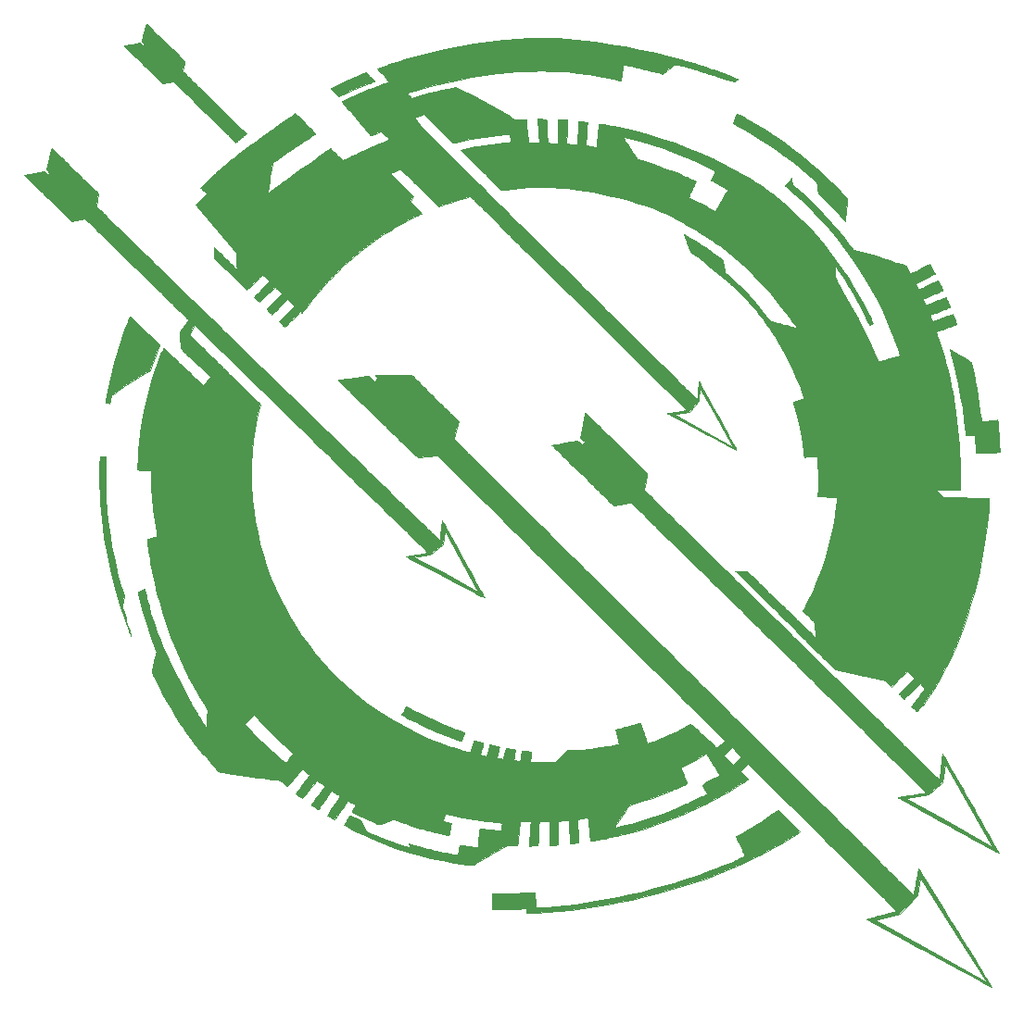
<source format=gbr>
%TF.GenerationSoftware,KiCad,Pcbnew,(6.0.7)*%
%TF.CreationDate,2022-10-15T16:11:04-05:00*%
%TF.ProjectId,Hackfest 2022 Badge,4861636b-6665-4737-9420-323032322042,Rev0*%
%TF.SameCoordinates,Original*%
%TF.FileFunction,Legend,Top*%
%TF.FilePolarity,Positive*%
%FSLAX46Y46*%
G04 Gerber Fmt 4.6, Leading zero omitted, Abs format (unit mm)*
G04 Created by KiCad (PCBNEW (6.0.7)) date 2022-10-15 16:11:04*
%MOMM*%
%LPD*%
G01*
G04 APERTURE LIST*
%ADD10C,0.010000*%
G04 APERTURE END LIST*
%TO.C,G\u002A\u002A\u002A*%
G36*
X107763127Y-56273073D02*
G01*
X107809616Y-56315039D01*
X107881598Y-56382215D01*
X107976755Y-56472335D01*
X108092770Y-56583135D01*
X108227325Y-56712351D01*
X108378102Y-56857717D01*
X108542784Y-57016970D01*
X108719052Y-57187843D01*
X108904590Y-57368073D01*
X109097079Y-57555395D01*
X109294202Y-57747544D01*
X109493641Y-57942255D01*
X109693079Y-58137265D01*
X109890197Y-58330307D01*
X110082679Y-58519118D01*
X110268205Y-58701432D01*
X110444460Y-58874986D01*
X110609125Y-59037513D01*
X110759882Y-59186750D01*
X110894414Y-59320432D01*
X111010403Y-59436295D01*
X111105531Y-59532072D01*
X111177481Y-59605501D01*
X111223935Y-59654316D01*
X111242576Y-59676252D01*
X111242835Y-59676998D01*
X111239606Y-59706511D01*
X111230024Y-59771130D01*
X111215147Y-59864281D01*
X111196035Y-59979390D01*
X111173745Y-60109882D01*
X111165090Y-60159688D01*
X111086366Y-60610629D01*
X111370871Y-60892080D01*
X111416777Y-60937406D01*
X111491099Y-61010675D01*
X111592067Y-61110146D01*
X111717914Y-61234080D01*
X111866872Y-61380735D01*
X112037173Y-61548372D01*
X112227047Y-61735251D01*
X112434727Y-61939632D01*
X112658444Y-62159774D01*
X112896431Y-62393937D01*
X113146919Y-62640381D01*
X113408140Y-62897366D01*
X113678325Y-63163152D01*
X113955706Y-63435998D01*
X114238515Y-63714165D01*
X114264168Y-63739396D01*
X114542405Y-64013139D01*
X114812388Y-64278926D01*
X115072580Y-64535236D01*
X115321442Y-64780548D01*
X115557437Y-65013340D01*
X115779027Y-65232093D01*
X115984675Y-65435284D01*
X116172843Y-65621393D01*
X116341993Y-65788898D01*
X116490588Y-65936279D01*
X116617089Y-66062014D01*
X116719959Y-66164581D01*
X116797661Y-66242461D01*
X116848656Y-66294131D01*
X116871407Y-66318072D01*
X116872508Y-66319587D01*
X116856465Y-66339284D01*
X116816400Y-66372612D01*
X116792733Y-66389979D01*
X116740769Y-66430162D01*
X116670428Y-66489097D01*
X116594015Y-66556368D01*
X116565644Y-66582227D01*
X116475128Y-66662089D01*
X116370984Y-66748663D01*
X116273451Y-66825198D01*
X116259126Y-66835900D01*
X116174701Y-66899053D01*
X116090265Y-66963325D01*
X116020706Y-67017355D01*
X116005126Y-67029738D01*
X115951990Y-67070934D01*
X115913038Y-67098544D01*
X115899293Y-67105815D01*
X115883170Y-67091223D01*
X115838716Y-67048705D01*
X115767756Y-66980047D01*
X115672115Y-66887036D01*
X115553617Y-66771456D01*
X115414087Y-66635094D01*
X115255350Y-66479736D01*
X115079230Y-66307168D01*
X114887552Y-66119174D01*
X114682140Y-65917541D01*
X114464821Y-65704055D01*
X114237417Y-65480502D01*
X114015460Y-65262154D01*
X113757533Y-65008342D01*
X113493061Y-64748094D01*
X113225325Y-64484640D01*
X112957606Y-64221208D01*
X112693186Y-63961026D01*
X112435346Y-63707323D01*
X112187367Y-63463329D01*
X111952531Y-63232271D01*
X111734119Y-63017378D01*
X111535413Y-62821880D01*
X111359694Y-62649005D01*
X111210244Y-62501981D01*
X111185103Y-62477250D01*
X110227997Y-61535736D01*
X109724603Y-61620570D01*
X109221210Y-61705404D01*
X108977793Y-61467149D01*
X108925432Y-61415988D01*
X108845454Y-61337963D01*
X108740585Y-61235729D01*
X108613550Y-61111943D01*
X108467077Y-60969259D01*
X108303892Y-60810332D01*
X108126721Y-60637819D01*
X107938290Y-60454373D01*
X107741325Y-60262651D01*
X107538554Y-60065307D01*
X107400876Y-59931332D01*
X107138161Y-59675693D01*
X106904139Y-59447953D01*
X106697167Y-59246484D01*
X106515597Y-59069661D01*
X106357784Y-58915859D01*
X106222084Y-58783452D01*
X106106851Y-58670814D01*
X106010438Y-58576319D01*
X105931202Y-58498342D01*
X105867496Y-58435257D01*
X105817674Y-58385438D01*
X105780092Y-58347260D01*
X105753104Y-58319096D01*
X105735065Y-58299321D01*
X105724328Y-58286310D01*
X105719249Y-58278436D01*
X105718182Y-58274074D01*
X105719482Y-58271599D01*
X105720228Y-58270841D01*
X105742900Y-58264986D01*
X105802541Y-58253163D01*
X105894340Y-58236227D01*
X106013488Y-58215036D01*
X106155172Y-58190448D01*
X106314584Y-58163318D01*
X106465110Y-58138123D01*
X107199222Y-58016175D01*
X107445702Y-58260083D01*
X107577388Y-58096217D01*
X107461213Y-57980041D01*
X107345037Y-57863865D01*
X107533851Y-57061223D01*
X107576127Y-56883801D01*
X107616205Y-56719977D01*
X107652922Y-56574180D01*
X107685115Y-56450839D01*
X107711623Y-56354380D01*
X107731285Y-56289234D01*
X107742937Y-56259829D01*
X107744448Y-56258581D01*
X107763127Y-56273073D01*
G37*
D10*
X107763127Y-56273073D02*
X107809616Y-56315039D01*
X107881598Y-56382215D01*
X107976755Y-56472335D01*
X108092770Y-56583135D01*
X108227325Y-56712351D01*
X108378102Y-56857717D01*
X108542784Y-57016970D01*
X108719052Y-57187843D01*
X108904590Y-57368073D01*
X109097079Y-57555395D01*
X109294202Y-57747544D01*
X109493641Y-57942255D01*
X109693079Y-58137265D01*
X109890197Y-58330307D01*
X110082679Y-58519118D01*
X110268205Y-58701432D01*
X110444460Y-58874986D01*
X110609125Y-59037513D01*
X110759882Y-59186750D01*
X110894414Y-59320432D01*
X111010403Y-59436295D01*
X111105531Y-59532072D01*
X111177481Y-59605501D01*
X111223935Y-59654316D01*
X111242576Y-59676252D01*
X111242835Y-59676998D01*
X111239606Y-59706511D01*
X111230024Y-59771130D01*
X111215147Y-59864281D01*
X111196035Y-59979390D01*
X111173745Y-60109882D01*
X111165090Y-60159688D01*
X111086366Y-60610629D01*
X111370871Y-60892080D01*
X111416777Y-60937406D01*
X111491099Y-61010675D01*
X111592067Y-61110146D01*
X111717914Y-61234080D01*
X111866872Y-61380735D01*
X112037173Y-61548372D01*
X112227047Y-61735251D01*
X112434727Y-61939632D01*
X112658444Y-62159774D01*
X112896431Y-62393937D01*
X113146919Y-62640381D01*
X113408140Y-62897366D01*
X113678325Y-63163152D01*
X113955706Y-63435998D01*
X114238515Y-63714165D01*
X114264168Y-63739396D01*
X114542405Y-64013139D01*
X114812388Y-64278926D01*
X115072580Y-64535236D01*
X115321442Y-64780548D01*
X115557437Y-65013340D01*
X115779027Y-65232093D01*
X115984675Y-65435284D01*
X116172843Y-65621393D01*
X116341993Y-65788898D01*
X116490588Y-65936279D01*
X116617089Y-66062014D01*
X116719959Y-66164581D01*
X116797661Y-66242461D01*
X116848656Y-66294131D01*
X116871407Y-66318072D01*
X116872508Y-66319587D01*
X116856465Y-66339284D01*
X116816400Y-66372612D01*
X116792733Y-66389979D01*
X116740769Y-66430162D01*
X116670428Y-66489097D01*
X116594015Y-66556368D01*
X116565644Y-66582227D01*
X116475128Y-66662089D01*
X116370984Y-66748663D01*
X116273451Y-66825198D01*
X116259126Y-66835900D01*
X116174701Y-66899053D01*
X116090265Y-66963325D01*
X116020706Y-67017355D01*
X116005126Y-67029738D01*
X115951990Y-67070934D01*
X115913038Y-67098544D01*
X115899293Y-67105815D01*
X115883170Y-67091223D01*
X115838716Y-67048705D01*
X115767756Y-66980047D01*
X115672115Y-66887036D01*
X115553617Y-66771456D01*
X115414087Y-66635094D01*
X115255350Y-66479736D01*
X115079230Y-66307168D01*
X114887552Y-66119174D01*
X114682140Y-65917541D01*
X114464821Y-65704055D01*
X114237417Y-65480502D01*
X114015460Y-65262154D01*
X113757533Y-65008342D01*
X113493061Y-64748094D01*
X113225325Y-64484640D01*
X112957606Y-64221208D01*
X112693186Y-63961026D01*
X112435346Y-63707323D01*
X112187367Y-63463329D01*
X111952531Y-63232271D01*
X111734119Y-63017378D01*
X111535413Y-62821880D01*
X111359694Y-62649005D01*
X111210244Y-62501981D01*
X111185103Y-62477250D01*
X110227997Y-61535736D01*
X109724603Y-61620570D01*
X109221210Y-61705404D01*
X108977793Y-61467149D01*
X108925432Y-61415988D01*
X108845454Y-61337963D01*
X108740585Y-61235729D01*
X108613550Y-61111943D01*
X108467077Y-60969259D01*
X108303892Y-60810332D01*
X108126721Y-60637819D01*
X107938290Y-60454373D01*
X107741325Y-60262651D01*
X107538554Y-60065307D01*
X107400876Y-59931332D01*
X107138161Y-59675693D01*
X106904139Y-59447953D01*
X106697167Y-59246484D01*
X106515597Y-59069661D01*
X106357784Y-58915859D01*
X106222084Y-58783452D01*
X106106851Y-58670814D01*
X106010438Y-58576319D01*
X105931202Y-58498342D01*
X105867496Y-58435257D01*
X105817674Y-58385438D01*
X105780092Y-58347260D01*
X105753104Y-58319096D01*
X105735065Y-58299321D01*
X105724328Y-58286310D01*
X105719249Y-58278436D01*
X105718182Y-58274074D01*
X105719482Y-58271599D01*
X105720228Y-58270841D01*
X105742900Y-58264986D01*
X105802541Y-58253163D01*
X105894340Y-58236227D01*
X106013488Y-58215036D01*
X106155172Y-58190448D01*
X106314584Y-58163318D01*
X106465110Y-58138123D01*
X107199222Y-58016175D01*
X107445702Y-58260083D01*
X107577388Y-58096217D01*
X107461213Y-57980041D01*
X107345037Y-57863865D01*
X107533851Y-57061223D01*
X107576127Y-56883801D01*
X107616205Y-56719977D01*
X107652922Y-56574180D01*
X107685115Y-56450839D01*
X107711623Y-56354380D01*
X107731285Y-56289234D01*
X107742937Y-56259829D01*
X107744448Y-56258581D01*
X107763127Y-56273073D01*
G36*
X106264339Y-83038012D02*
G01*
X106310128Y-83079171D01*
X106382245Y-83145230D01*
X106478460Y-83234112D01*
X106596542Y-83343740D01*
X106734261Y-83472036D01*
X106889387Y-83616923D01*
X107059690Y-83776324D01*
X107242940Y-83948162D01*
X107436905Y-84130360D01*
X107614438Y-84297377D01*
X107868446Y-84536818D01*
X108092549Y-84748751D01*
X108287964Y-84934365D01*
X108455909Y-85094848D01*
X108597602Y-85231388D01*
X108714260Y-85345173D01*
X108807102Y-85437393D01*
X108877344Y-85509234D01*
X108926205Y-85561886D01*
X108954903Y-85596537D01*
X108964655Y-85614375D01*
X108964661Y-85615002D01*
X108955953Y-85646243D01*
X108932854Y-85710449D01*
X108897684Y-85801690D01*
X108852762Y-85914035D01*
X108800409Y-86041554D01*
X108761146Y-86135331D01*
X108579788Y-86576678D01*
X108406858Y-87020296D01*
X108248098Y-87451237D01*
X108171482Y-87669915D01*
X108069695Y-87966248D01*
X107777619Y-88132515D01*
X107070416Y-88546548D01*
X106399992Y-88962831D01*
X105760812Y-89384947D01*
X105147343Y-89816477D01*
X104935596Y-89971946D01*
X104543376Y-90263145D01*
X104467901Y-90616230D01*
X104442012Y-90732417D01*
X104417593Y-90833008D01*
X104396468Y-90911162D01*
X104380459Y-90960040D01*
X104372651Y-90973453D01*
X104343784Y-90970661D01*
X104285658Y-90959484D01*
X104209980Y-90942217D01*
X104197285Y-90939107D01*
X104121273Y-90919296D01*
X104062635Y-90902124D01*
X104032362Y-90890850D01*
X104030838Y-90889765D01*
X104029648Y-90865568D01*
X104035390Y-90809527D01*
X104046916Y-90731355D01*
X104055387Y-90681995D01*
X104281003Y-89519088D01*
X104535554Y-88381520D01*
X104820999Y-87262006D01*
X105139299Y-86153260D01*
X105492413Y-85047994D01*
X105831870Y-84076961D01*
X105904909Y-83877616D01*
X105974686Y-83690323D01*
X106039730Y-83518806D01*
X106098575Y-83366788D01*
X106149752Y-83237992D01*
X106191793Y-83136144D01*
X106223229Y-83064965D01*
X106242593Y-83028180D01*
X106247109Y-83023831D01*
X106264339Y-83038012D01*
G37*
X106264339Y-83038012D02*
X106310128Y-83079171D01*
X106382245Y-83145230D01*
X106478460Y-83234112D01*
X106596542Y-83343740D01*
X106734261Y-83472036D01*
X106889387Y-83616923D01*
X107059690Y-83776324D01*
X107242940Y-83948162D01*
X107436905Y-84130360D01*
X107614438Y-84297377D01*
X107868446Y-84536818D01*
X108092549Y-84748751D01*
X108287964Y-84934365D01*
X108455909Y-85094848D01*
X108597602Y-85231388D01*
X108714260Y-85345173D01*
X108807102Y-85437393D01*
X108877344Y-85509234D01*
X108926205Y-85561886D01*
X108954903Y-85596537D01*
X108964655Y-85614375D01*
X108964661Y-85615002D01*
X108955953Y-85646243D01*
X108932854Y-85710449D01*
X108897684Y-85801690D01*
X108852762Y-85914035D01*
X108800409Y-86041554D01*
X108761146Y-86135331D01*
X108579788Y-86576678D01*
X108406858Y-87020296D01*
X108248098Y-87451237D01*
X108171482Y-87669915D01*
X108069695Y-87966248D01*
X107777619Y-88132515D01*
X107070416Y-88546548D01*
X106399992Y-88962831D01*
X105760812Y-89384947D01*
X105147343Y-89816477D01*
X104935596Y-89971946D01*
X104543376Y-90263145D01*
X104467901Y-90616230D01*
X104442012Y-90732417D01*
X104417593Y-90833008D01*
X104396468Y-90911162D01*
X104380459Y-90960040D01*
X104372651Y-90973453D01*
X104343784Y-90970661D01*
X104285658Y-90959484D01*
X104209980Y-90942217D01*
X104197285Y-90939107D01*
X104121273Y-90919296D01*
X104062635Y-90902124D01*
X104032362Y-90890850D01*
X104030838Y-90889765D01*
X104029648Y-90865568D01*
X104035390Y-90809527D01*
X104046916Y-90731355D01*
X104055387Y-90681995D01*
X104281003Y-89519088D01*
X104535554Y-88381520D01*
X104820999Y-87262006D01*
X105139299Y-86153260D01*
X105492413Y-85047994D01*
X105831870Y-84076961D01*
X105904909Y-83877616D01*
X105974686Y-83690323D01*
X106039730Y-83518806D01*
X106098575Y-83366788D01*
X106149752Y-83237992D01*
X106191793Y-83136144D01*
X106223229Y-83064965D01*
X106242593Y-83028180D01*
X106247109Y-83023831D01*
X106264339Y-83038012D01*
G36*
X166030703Y-128703573D02*
G01*
X166181204Y-128855476D01*
X166346097Y-129022136D01*
X166516977Y-129195041D01*
X166685435Y-129365679D01*
X166843065Y-129525538D01*
X166981461Y-129666105D01*
X167013426Y-129698615D01*
X167462969Y-130155982D01*
X167044089Y-130431595D01*
X166470473Y-130800000D01*
X165890504Y-131154029D01*
X165291188Y-131501468D01*
X164836626Y-131753978D01*
X163921263Y-132236058D01*
X162969299Y-132703048D01*
X161984008Y-133154077D01*
X160968664Y-133588274D01*
X159926539Y-134004769D01*
X158860908Y-134402690D01*
X157775045Y-134781167D01*
X156672221Y-135139329D01*
X155555712Y-135476305D01*
X154428790Y-135791223D01*
X153294729Y-136083214D01*
X152156803Y-136351406D01*
X151018285Y-136594928D01*
X149882448Y-136812909D01*
X148752566Y-137004478D01*
X147631913Y-137168766D01*
X146523761Y-137304899D01*
X145431385Y-137412009D01*
X144358058Y-137489223D01*
X143307054Y-137535671D01*
X143082585Y-137541595D01*
X142463460Y-137555917D01*
X142463460Y-137164364D01*
X142288835Y-137177368D01*
X142103971Y-137189136D01*
X141882963Y-137199796D01*
X141631989Y-137209188D01*
X141357227Y-137217150D01*
X141064856Y-137223521D01*
X140761054Y-137228140D01*
X140451999Y-137230845D01*
X140214501Y-137231523D01*
X139351960Y-137231665D01*
X139351914Y-137035873D01*
X139351316Y-136957702D01*
X139349665Y-136846160D01*
X139347134Y-136710192D01*
X139343897Y-136558744D01*
X139340128Y-136400759D01*
X139338007Y-136318693D01*
X139324146Y-135797304D01*
X140454594Y-135786529D01*
X141061623Y-135777602D01*
X141628458Y-135762746D01*
X142156829Y-135741895D01*
X142648467Y-135714984D01*
X142997823Y-135690499D01*
X143204104Y-135674548D01*
X143214779Y-135738731D01*
X143219613Y-135775501D01*
X143227887Y-135846775D01*
X143238926Y-135946080D01*
X143252051Y-136066941D01*
X143266587Y-136202885D01*
X143281855Y-136347437D01*
X143297180Y-136494123D01*
X143311883Y-136636469D01*
X143325289Y-136768002D01*
X143336720Y-136882247D01*
X143345499Y-136972730D01*
X143350949Y-137032977D01*
X143352460Y-137055387D01*
X143353207Y-137062900D01*
X143357902Y-137068901D01*
X143370222Y-137073329D01*
X143393843Y-137076119D01*
X143432443Y-137077210D01*
X143489698Y-137076538D01*
X143569287Y-137074041D01*
X143674886Y-137069656D01*
X143810172Y-137063320D01*
X143978824Y-137054970D01*
X144184517Y-137044543D01*
X144283793Y-137039481D01*
X145144008Y-136983597D01*
X146034780Y-136902434D01*
X146953139Y-136796563D01*
X147896114Y-136666551D01*
X148860737Y-136512968D01*
X149844036Y-136336384D01*
X150843044Y-136137366D01*
X151854789Y-135916486D01*
X152876302Y-135674312D01*
X153904613Y-135411412D01*
X154936753Y-135128357D01*
X155969752Y-134825716D01*
X156200626Y-134755399D01*
X156827624Y-134559012D01*
X157451249Y-134355677D01*
X158066809Y-134147114D01*
X158669607Y-133935045D01*
X159254950Y-133721191D01*
X159818141Y-133507271D01*
X160354488Y-133295008D01*
X160859294Y-133086121D01*
X161327866Y-132882332D01*
X161403951Y-132848152D01*
X161537546Y-132786747D01*
X161677994Y-132720275D01*
X161820004Y-132651434D01*
X161958281Y-132582924D01*
X162087532Y-132517443D01*
X162202463Y-132457691D01*
X162297781Y-132406366D01*
X162368193Y-132366168D01*
X162408406Y-132339796D01*
X162415685Y-132332292D01*
X162408751Y-132309157D01*
X162385567Y-132251653D01*
X162347885Y-132163727D01*
X162297458Y-132049326D01*
X162236039Y-131912396D01*
X162165380Y-131756882D01*
X162087235Y-131586731D01*
X162021680Y-131445245D01*
X161938735Y-131266615D01*
X161861558Y-131099837D01*
X161791934Y-130948817D01*
X161731651Y-130817458D01*
X161682498Y-130709663D01*
X161646262Y-130629339D01*
X161624731Y-130580387D01*
X161619293Y-130566465D01*
X161637236Y-130552843D01*
X161686721Y-130524225D01*
X161761235Y-130484157D01*
X161854264Y-130436186D01*
X161910335Y-130408030D01*
X162193233Y-130264542D01*
X162468898Y-130118884D01*
X162741779Y-129968330D01*
X163016326Y-129810158D01*
X163296991Y-129641640D01*
X163588223Y-129460054D01*
X163894472Y-129262674D01*
X164220190Y-129046776D01*
X164569825Y-128809634D01*
X164947829Y-128548524D01*
X164950116Y-128546933D01*
X165497523Y-128165898D01*
X166030703Y-128703573D01*
G37*
X166030703Y-128703573D02*
X166181204Y-128855476D01*
X166346097Y-129022136D01*
X166516977Y-129195041D01*
X166685435Y-129365679D01*
X166843065Y-129525538D01*
X166981461Y-129666105D01*
X167013426Y-129698615D01*
X167462969Y-130155982D01*
X167044089Y-130431595D01*
X166470473Y-130800000D01*
X165890504Y-131154029D01*
X165291188Y-131501468D01*
X164836626Y-131753978D01*
X163921263Y-132236058D01*
X162969299Y-132703048D01*
X161984008Y-133154077D01*
X160968664Y-133588274D01*
X159926539Y-134004769D01*
X158860908Y-134402690D01*
X157775045Y-134781167D01*
X156672221Y-135139329D01*
X155555712Y-135476305D01*
X154428790Y-135791223D01*
X153294729Y-136083214D01*
X152156803Y-136351406D01*
X151018285Y-136594928D01*
X149882448Y-136812909D01*
X148752566Y-137004478D01*
X147631913Y-137168766D01*
X146523761Y-137304899D01*
X145431385Y-137412009D01*
X144358058Y-137489223D01*
X143307054Y-137535671D01*
X143082585Y-137541595D01*
X142463460Y-137555917D01*
X142463460Y-137164364D01*
X142288835Y-137177368D01*
X142103971Y-137189136D01*
X141882963Y-137199796D01*
X141631989Y-137209188D01*
X141357227Y-137217150D01*
X141064856Y-137223521D01*
X140761054Y-137228140D01*
X140451999Y-137230845D01*
X140214501Y-137231523D01*
X139351960Y-137231665D01*
X139351914Y-137035873D01*
X139351316Y-136957702D01*
X139349665Y-136846160D01*
X139347134Y-136710192D01*
X139343897Y-136558744D01*
X139340128Y-136400759D01*
X139338007Y-136318693D01*
X139324146Y-135797304D01*
X140454594Y-135786529D01*
X141061623Y-135777602D01*
X141628458Y-135762746D01*
X142156829Y-135741895D01*
X142648467Y-135714984D01*
X142997823Y-135690499D01*
X143204104Y-135674548D01*
X143214779Y-135738731D01*
X143219613Y-135775501D01*
X143227887Y-135846775D01*
X143238926Y-135946080D01*
X143252051Y-136066941D01*
X143266587Y-136202885D01*
X143281855Y-136347437D01*
X143297180Y-136494123D01*
X143311883Y-136636469D01*
X143325289Y-136768002D01*
X143336720Y-136882247D01*
X143345499Y-136972730D01*
X143350949Y-137032977D01*
X143352460Y-137055387D01*
X143353207Y-137062900D01*
X143357902Y-137068901D01*
X143370222Y-137073329D01*
X143393843Y-137076119D01*
X143432443Y-137077210D01*
X143489698Y-137076538D01*
X143569287Y-137074041D01*
X143674886Y-137069656D01*
X143810172Y-137063320D01*
X143978824Y-137054970D01*
X144184517Y-137044543D01*
X144283793Y-137039481D01*
X145144008Y-136983597D01*
X146034780Y-136902434D01*
X146953139Y-136796563D01*
X147896114Y-136666551D01*
X148860737Y-136512968D01*
X149844036Y-136336384D01*
X150843044Y-136137366D01*
X151854789Y-135916486D01*
X152876302Y-135674312D01*
X153904613Y-135411412D01*
X154936753Y-135128357D01*
X155969752Y-134825716D01*
X156200626Y-134755399D01*
X156827624Y-134559012D01*
X157451249Y-134355677D01*
X158066809Y-134147114D01*
X158669607Y-133935045D01*
X159254950Y-133721191D01*
X159818141Y-133507271D01*
X160354488Y-133295008D01*
X160859294Y-133086121D01*
X161327866Y-132882332D01*
X161403951Y-132848152D01*
X161537546Y-132786747D01*
X161677994Y-132720275D01*
X161820004Y-132651434D01*
X161958281Y-132582924D01*
X162087532Y-132517443D01*
X162202463Y-132457691D01*
X162297781Y-132406366D01*
X162368193Y-132366168D01*
X162408406Y-132339796D01*
X162415685Y-132332292D01*
X162408751Y-132309157D01*
X162385567Y-132251653D01*
X162347885Y-132163727D01*
X162297458Y-132049326D01*
X162236039Y-131912396D01*
X162165380Y-131756882D01*
X162087235Y-131586731D01*
X162021680Y-131445245D01*
X161938735Y-131266615D01*
X161861558Y-131099837D01*
X161791934Y-130948817D01*
X161731651Y-130817458D01*
X161682498Y-130709663D01*
X161646262Y-130629339D01*
X161624731Y-130580387D01*
X161619293Y-130566465D01*
X161637236Y-130552843D01*
X161686721Y-130524225D01*
X161761235Y-130484157D01*
X161854264Y-130436186D01*
X161910335Y-130408030D01*
X162193233Y-130264542D01*
X162468898Y-130118884D01*
X162741779Y-129968330D01*
X163016326Y-129810158D01*
X163296991Y-129641640D01*
X163588223Y-129460054D01*
X163894472Y-129262674D01*
X164220190Y-129046776D01*
X164569825Y-128809634D01*
X164947829Y-128548524D01*
X164950116Y-128546933D01*
X165497523Y-128165898D01*
X166030703Y-128703573D01*
G36*
X147860262Y-91849183D02*
G01*
X147905728Y-91892408D01*
X147978502Y-91962273D01*
X148077083Y-92057323D01*
X148199970Y-92176100D01*
X148345662Y-92317148D01*
X148512659Y-92479010D01*
X148699458Y-92660230D01*
X148904560Y-92859350D01*
X149126463Y-93074916D01*
X149363667Y-93305469D01*
X149614670Y-93549554D01*
X149877972Y-93805714D01*
X150152071Y-94072492D01*
X150435467Y-94348431D01*
X150674059Y-94580831D01*
X151038158Y-94935756D01*
X151379504Y-95268940D01*
X151697512Y-95579807D01*
X151991600Y-95867780D01*
X152261184Y-96132282D01*
X152505680Y-96372738D01*
X152724506Y-96588570D01*
X152917078Y-96779202D01*
X153082813Y-96944058D01*
X153221128Y-97082560D01*
X153331440Y-97194133D01*
X153413164Y-97278199D01*
X153465719Y-97334183D01*
X153488520Y-97361507D01*
X153489502Y-97363773D01*
X153486318Y-97393818D01*
X153476462Y-97460476D01*
X153460771Y-97558697D01*
X153440080Y-97683433D01*
X153415226Y-97829634D01*
X153387044Y-97992251D01*
X153360517Y-98142885D01*
X153229741Y-98880139D01*
X153323475Y-98971344D01*
X153342919Y-98990429D01*
X153391852Y-99038532D01*
X153469591Y-99114982D01*
X153575451Y-99219104D01*
X153708748Y-99350226D01*
X153868798Y-99507675D01*
X154054917Y-99690776D01*
X154266420Y-99898858D01*
X154502623Y-100131246D01*
X154762842Y-100387267D01*
X155046392Y-100666249D01*
X155352591Y-100967517D01*
X155680752Y-101290399D01*
X156030193Y-101634222D01*
X156400228Y-101998312D01*
X156790174Y-102381996D01*
X157199347Y-102784600D01*
X157627062Y-103205452D01*
X158072634Y-103643879D01*
X158535381Y-104099206D01*
X159014617Y-104570761D01*
X159509658Y-105057871D01*
X160019821Y-105559862D01*
X160544420Y-106076061D01*
X161082772Y-106605794D01*
X161634192Y-107148390D01*
X162197997Y-107703173D01*
X162773502Y-108269472D01*
X163360022Y-108846613D01*
X163956875Y-109433922D01*
X164563374Y-110030727D01*
X165178837Y-110636354D01*
X165802578Y-111250130D01*
X166433915Y-111871381D01*
X166812063Y-112243490D01*
X167447006Y-112868265D01*
X168074593Y-113485747D01*
X168694146Y-114095269D01*
X169304986Y-114696165D01*
X169906436Y-115287769D01*
X170497816Y-115869414D01*
X171078447Y-116440433D01*
X171647652Y-117000162D01*
X172204752Y-117547932D01*
X172749068Y-118083077D01*
X173279922Y-118604932D01*
X173796635Y-119112829D01*
X174298529Y-119606102D01*
X174784925Y-120084085D01*
X175255144Y-120546112D01*
X175708509Y-120991516D01*
X176144340Y-121419630D01*
X176561959Y-121829788D01*
X176960688Y-122221323D01*
X177339848Y-122593570D01*
X177698760Y-122945862D01*
X178036746Y-123277532D01*
X178353128Y-123587915D01*
X178647227Y-123876342D01*
X178918364Y-124142149D01*
X179165860Y-124384669D01*
X179389038Y-124603234D01*
X179587219Y-124797180D01*
X179759725Y-124965839D01*
X179905875Y-125108545D01*
X180024994Y-125224631D01*
X180116400Y-125313432D01*
X180179417Y-125374280D01*
X180213366Y-125406510D01*
X180219519Y-125411828D01*
X180223825Y-125389019D01*
X180231742Y-125327847D01*
X180242865Y-125232093D01*
X180256790Y-125105536D01*
X180273116Y-124951957D01*
X180291439Y-124775137D01*
X180311356Y-124578854D01*
X180332463Y-124366889D01*
X180349538Y-124192653D01*
X180371321Y-123971716D01*
X180392346Y-123764033D01*
X180412199Y-123573310D01*
X180430469Y-123403254D01*
X180446744Y-123257569D01*
X180460612Y-123139963D01*
X180471660Y-123054140D01*
X180479476Y-123003808D01*
X180483114Y-122991581D01*
X180494371Y-123010042D01*
X180525390Y-123063475D01*
X180575102Y-123149996D01*
X180642442Y-123267722D01*
X180726342Y-123414770D01*
X180825735Y-123589255D01*
X180939555Y-123789295D01*
X181066735Y-124013005D01*
X181206207Y-124258503D01*
X181356905Y-124523904D01*
X181517763Y-124807326D01*
X181687712Y-125106884D01*
X181865687Y-125420696D01*
X182050620Y-125746878D01*
X182241445Y-126083546D01*
X182437094Y-126428817D01*
X182636501Y-126780808D01*
X182838599Y-127137634D01*
X183042320Y-127497412D01*
X183246599Y-127858260D01*
X183450368Y-128218293D01*
X183652560Y-128575627D01*
X183852109Y-128928380D01*
X184047947Y-129274668D01*
X184239008Y-129612608D01*
X184424224Y-129940315D01*
X184602529Y-130255907D01*
X184772857Y-130557500D01*
X184934139Y-130843210D01*
X185085310Y-131111154D01*
X185225301Y-131359448D01*
X185353048Y-131586210D01*
X185467482Y-131789555D01*
X185567536Y-131967600D01*
X185572836Y-131977040D01*
X185606594Y-132040952D01*
X185627090Y-132087433D01*
X185630462Y-132107561D01*
X185629406Y-132107773D01*
X185609535Y-132097568D01*
X185554161Y-132067812D01*
X185464864Y-132019370D01*
X185343225Y-131953110D01*
X185190823Y-131869898D01*
X185009239Y-131770602D01*
X184800054Y-131656088D01*
X184564848Y-131527222D01*
X184305201Y-131384872D01*
X184022694Y-131229904D01*
X183718906Y-131063185D01*
X183395419Y-130885581D01*
X183053813Y-130697961D01*
X182695667Y-130501189D01*
X182322563Y-130296133D01*
X181936081Y-130083660D01*
X181537801Y-129864637D01*
X181129303Y-129639929D01*
X180989905Y-129563234D01*
X180470326Y-129277278D01*
X179986967Y-129011090D01*
X179538894Y-128764151D01*
X179125174Y-128535938D01*
X178744873Y-128325931D01*
X178397058Y-128133608D01*
X176692126Y-127184331D01*
X177122126Y-127104331D01*
X180632126Y-129034331D01*
X185082126Y-131534331D01*
X180702126Y-123954331D01*
X180492126Y-125674331D01*
X179232126Y-126754331D01*
X176671961Y-127169094D01*
X176574497Y-127112469D01*
X176500182Y-127068315D01*
X176448081Y-127036111D01*
X176417262Y-127015335D01*
X176406789Y-127005466D01*
X176407322Y-127004607D01*
X176434785Y-126998675D01*
X176500365Y-126986992D01*
X176600324Y-126970160D01*
X176730924Y-126948779D01*
X176888427Y-126923449D01*
X177069097Y-126894773D01*
X177269194Y-126863350D01*
X177484982Y-126829782D01*
X177712723Y-126794669D01*
X177721835Y-126793271D01*
X177948592Y-126758249D01*
X178162459Y-126724778D01*
X178359843Y-126693449D01*
X178537157Y-126664853D01*
X178690811Y-126639581D01*
X178817214Y-126618224D01*
X178912777Y-126601372D01*
X178973910Y-126589617D01*
X178997025Y-126583549D01*
X178997126Y-126583353D01*
X178982178Y-126568114D01*
X178937885Y-126523998D01*
X178865078Y-126451821D01*
X178764586Y-126352401D01*
X178637237Y-126226554D01*
X178483862Y-126075096D01*
X178305289Y-125898844D01*
X178102348Y-125698615D01*
X177875868Y-125475224D01*
X177626678Y-125229488D01*
X177355608Y-124962225D01*
X177063487Y-124674250D01*
X176751144Y-124366379D01*
X176419408Y-124039430D01*
X176069110Y-123694219D01*
X175701077Y-123331562D01*
X175316140Y-122952276D01*
X174915128Y-122557178D01*
X174498870Y-122147083D01*
X174068194Y-121722809D01*
X173623932Y-121285172D01*
X173166911Y-120834988D01*
X172697962Y-120373074D01*
X172217913Y-119900246D01*
X171727593Y-119417321D01*
X171227833Y-118925116D01*
X170719461Y-118424446D01*
X170203307Y-117916129D01*
X169680199Y-117400981D01*
X169150968Y-116879818D01*
X168616442Y-116353457D01*
X168077451Y-115822715D01*
X167534824Y-115288407D01*
X166989390Y-114751351D01*
X166441979Y-114212363D01*
X165893421Y-113672260D01*
X165344543Y-113131857D01*
X164796176Y-112591971D01*
X164249148Y-112053420D01*
X163704290Y-111517019D01*
X163162430Y-110983585D01*
X162624398Y-110453934D01*
X162091023Y-109928884D01*
X161563134Y-109409250D01*
X161041561Y-108895848D01*
X160527132Y-108389497D01*
X160020678Y-107891011D01*
X159523027Y-107401208D01*
X159035009Y-106920903D01*
X158557453Y-106450914D01*
X158091188Y-105992057D01*
X157637044Y-105545149D01*
X157195850Y-105111006D01*
X156768435Y-104690444D01*
X156355629Y-104284280D01*
X155958260Y-103893330D01*
X155577159Y-103518412D01*
X155213153Y-103160341D01*
X154867074Y-102819934D01*
X154539749Y-102498008D01*
X154232009Y-102195378D01*
X153944682Y-101912862D01*
X153678598Y-101651276D01*
X153434586Y-101411437D01*
X153213476Y-101194160D01*
X153016096Y-101000264D01*
X152843276Y-100830563D01*
X152695846Y-100685874D01*
X152574634Y-100567015D01*
X152480470Y-100474801D01*
X152414183Y-100410050D01*
X152388405Y-100384980D01*
X152054600Y-100061378D01*
X151296571Y-100188508D01*
X151120545Y-100217945D01*
X150955992Y-100245301D01*
X150808004Y-100269742D01*
X150681671Y-100290434D01*
X150582083Y-100306543D01*
X150514333Y-100317235D01*
X150484146Y-100321610D01*
X150474192Y-100319184D01*
X150457501Y-100309580D01*
X150432835Y-100291617D01*
X150398956Y-100264111D01*
X150354625Y-100225881D01*
X150298603Y-100175744D01*
X150229653Y-100112517D01*
X150146536Y-100035019D01*
X150048013Y-99942066D01*
X149932845Y-99832476D01*
X149799795Y-99705067D01*
X149647624Y-99558656D01*
X149475093Y-99392062D01*
X149280964Y-99204100D01*
X149063998Y-98993590D01*
X148822957Y-98759348D01*
X148556603Y-98500193D01*
X148263697Y-98214941D01*
X147943000Y-97902411D01*
X147600188Y-97568162D01*
X147309715Y-97284865D01*
X147027464Y-97009536D01*
X146754920Y-96743627D01*
X146493567Y-96488588D01*
X146244891Y-96245871D01*
X146010376Y-96016925D01*
X145791509Y-95803203D01*
X145589774Y-95606154D01*
X145406656Y-95427229D01*
X145243640Y-95267880D01*
X145102212Y-95129557D01*
X144983856Y-95013711D01*
X144890058Y-94921792D01*
X144822303Y-94855252D01*
X144782076Y-94815542D01*
X144770626Y-94803944D01*
X144790893Y-94799695D01*
X144849232Y-94789168D01*
X144941948Y-94772993D01*
X145065345Y-94751798D01*
X145215730Y-94726214D01*
X145389407Y-94696868D01*
X145582682Y-94664390D01*
X145791860Y-94629408D01*
X145966428Y-94600334D01*
X147162230Y-94401522D01*
X147358534Y-94597010D01*
X147432399Y-94669728D01*
X147495410Y-94730182D01*
X147541629Y-94772788D01*
X147565117Y-94791964D01*
X147566517Y-94792498D01*
X147584187Y-94777123D01*
X147621060Y-94736176D01*
X147670253Y-94677425D01*
X147688465Y-94654894D01*
X147798734Y-94517291D01*
X147415774Y-94146915D01*
X147621289Y-92987639D01*
X147659773Y-92772308D01*
X147696503Y-92570161D01*
X147730761Y-92384917D01*
X147761831Y-92220296D01*
X147788995Y-92080018D01*
X147811538Y-91967803D01*
X147828741Y-91887372D01*
X147839889Y-91842445D01*
X147843605Y-91834055D01*
X147860262Y-91849183D01*
G37*
X147860262Y-91849183D02*
X147905728Y-91892408D01*
X147978502Y-91962273D01*
X148077083Y-92057323D01*
X148199970Y-92176100D01*
X148345662Y-92317148D01*
X148512659Y-92479010D01*
X148699458Y-92660230D01*
X148904560Y-92859350D01*
X149126463Y-93074916D01*
X149363667Y-93305469D01*
X149614670Y-93549554D01*
X149877972Y-93805714D01*
X150152071Y-94072492D01*
X150435467Y-94348431D01*
X150674059Y-94580831D01*
X151038158Y-94935756D01*
X151379504Y-95268940D01*
X151697512Y-95579807D01*
X151991600Y-95867780D01*
X152261184Y-96132282D01*
X152505680Y-96372738D01*
X152724506Y-96588570D01*
X152917078Y-96779202D01*
X153082813Y-96944058D01*
X153221128Y-97082560D01*
X153331440Y-97194133D01*
X153413164Y-97278199D01*
X153465719Y-97334183D01*
X153488520Y-97361507D01*
X153489502Y-97363773D01*
X153486318Y-97393818D01*
X153476462Y-97460476D01*
X153460771Y-97558697D01*
X153440080Y-97683433D01*
X153415226Y-97829634D01*
X153387044Y-97992251D01*
X153360517Y-98142885D01*
X153229741Y-98880139D01*
X153323475Y-98971344D01*
X153342919Y-98990429D01*
X153391852Y-99038532D01*
X153469591Y-99114982D01*
X153575451Y-99219104D01*
X153708748Y-99350226D01*
X153868798Y-99507675D01*
X154054917Y-99690776D01*
X154266420Y-99898858D01*
X154502623Y-100131246D01*
X154762842Y-100387267D01*
X155046392Y-100666249D01*
X155352591Y-100967517D01*
X155680752Y-101290399D01*
X156030193Y-101634222D01*
X156400228Y-101998312D01*
X156790174Y-102381996D01*
X157199347Y-102784600D01*
X157627062Y-103205452D01*
X158072634Y-103643879D01*
X158535381Y-104099206D01*
X159014617Y-104570761D01*
X159509658Y-105057871D01*
X160019821Y-105559862D01*
X160544420Y-106076061D01*
X161082772Y-106605794D01*
X161634192Y-107148390D01*
X162197997Y-107703173D01*
X162773502Y-108269472D01*
X163360022Y-108846613D01*
X163956875Y-109433922D01*
X164563374Y-110030727D01*
X165178837Y-110636354D01*
X165802578Y-111250130D01*
X166433915Y-111871381D01*
X166812063Y-112243490D01*
X167447006Y-112868265D01*
X168074593Y-113485747D01*
X168694146Y-114095269D01*
X169304986Y-114696165D01*
X169906436Y-115287769D01*
X170497816Y-115869414D01*
X171078447Y-116440433D01*
X171647652Y-117000162D01*
X172204752Y-117547932D01*
X172749068Y-118083077D01*
X173279922Y-118604932D01*
X173796635Y-119112829D01*
X174298529Y-119606102D01*
X174784925Y-120084085D01*
X175255144Y-120546112D01*
X175708509Y-120991516D01*
X176144340Y-121419630D01*
X176561959Y-121829788D01*
X176960688Y-122221323D01*
X177339848Y-122593570D01*
X177698760Y-122945862D01*
X178036746Y-123277532D01*
X178353128Y-123587915D01*
X178647227Y-123876342D01*
X178918364Y-124142149D01*
X179165860Y-124384669D01*
X179389038Y-124603234D01*
X179587219Y-124797180D01*
X179759725Y-124965839D01*
X179905875Y-125108545D01*
X180024994Y-125224631D01*
X180116400Y-125313432D01*
X180179417Y-125374280D01*
X180213366Y-125406510D01*
X180219519Y-125411828D01*
X180223825Y-125389019D01*
X180231742Y-125327847D01*
X180242865Y-125232093D01*
X180256790Y-125105536D01*
X180273116Y-124951957D01*
X180291439Y-124775137D01*
X180311356Y-124578854D01*
X180332463Y-124366889D01*
X180349538Y-124192653D01*
X180371321Y-123971716D01*
X180392346Y-123764033D01*
X180412199Y-123573310D01*
X180430469Y-123403254D01*
X180446744Y-123257569D01*
X180460612Y-123139963D01*
X180471660Y-123054140D01*
X180479476Y-123003808D01*
X180483114Y-122991581D01*
X180494371Y-123010042D01*
X180525390Y-123063475D01*
X180575102Y-123149996D01*
X180642442Y-123267722D01*
X180726342Y-123414770D01*
X180825735Y-123589255D01*
X180939555Y-123789295D01*
X181066735Y-124013005D01*
X181206207Y-124258503D01*
X181356905Y-124523904D01*
X181517763Y-124807326D01*
X181687712Y-125106884D01*
X181865687Y-125420696D01*
X182050620Y-125746878D01*
X182241445Y-126083546D01*
X182437094Y-126428817D01*
X182636501Y-126780808D01*
X182838599Y-127137634D01*
X183042320Y-127497412D01*
X183246599Y-127858260D01*
X183450368Y-128218293D01*
X183652560Y-128575627D01*
X183852109Y-128928380D01*
X184047947Y-129274668D01*
X184239008Y-129612608D01*
X184424224Y-129940315D01*
X184602529Y-130255907D01*
X184772857Y-130557500D01*
X184934139Y-130843210D01*
X185085310Y-131111154D01*
X185225301Y-131359448D01*
X185353048Y-131586210D01*
X185467482Y-131789555D01*
X185567536Y-131967600D01*
X185572836Y-131977040D01*
X185606594Y-132040952D01*
X185627090Y-132087433D01*
X185630462Y-132107561D01*
X185629406Y-132107773D01*
X185609535Y-132097568D01*
X185554161Y-132067812D01*
X185464864Y-132019370D01*
X185343225Y-131953110D01*
X185190823Y-131869898D01*
X185009239Y-131770602D01*
X184800054Y-131656088D01*
X184564848Y-131527222D01*
X184305201Y-131384872D01*
X184022694Y-131229904D01*
X183718906Y-131063185D01*
X183395419Y-130885581D01*
X183053813Y-130697961D01*
X182695667Y-130501189D01*
X182322563Y-130296133D01*
X181936081Y-130083660D01*
X181537801Y-129864637D01*
X181129303Y-129639929D01*
X180989905Y-129563234D01*
X180470326Y-129277278D01*
X179986967Y-129011090D01*
X179538894Y-128764151D01*
X179125174Y-128535938D01*
X178744873Y-128325931D01*
X178397058Y-128133608D01*
X176692126Y-127184331D01*
X177122126Y-127104331D01*
X180632126Y-129034331D01*
X185082126Y-131534331D01*
X180702126Y-123954331D01*
X180492126Y-125674331D01*
X179232126Y-126754331D01*
X176671961Y-127169094D01*
X176574497Y-127112469D01*
X176500182Y-127068315D01*
X176448081Y-127036111D01*
X176417262Y-127015335D01*
X176406789Y-127005466D01*
X176407322Y-127004607D01*
X176434785Y-126998675D01*
X176500365Y-126986992D01*
X176600324Y-126970160D01*
X176730924Y-126948779D01*
X176888427Y-126923449D01*
X177069097Y-126894773D01*
X177269194Y-126863350D01*
X177484982Y-126829782D01*
X177712723Y-126794669D01*
X177721835Y-126793271D01*
X177948592Y-126758249D01*
X178162459Y-126724778D01*
X178359843Y-126693449D01*
X178537157Y-126664853D01*
X178690811Y-126639581D01*
X178817214Y-126618224D01*
X178912777Y-126601372D01*
X178973910Y-126589617D01*
X178997025Y-126583549D01*
X178997126Y-126583353D01*
X178982178Y-126568114D01*
X178937885Y-126523998D01*
X178865078Y-126451821D01*
X178764586Y-126352401D01*
X178637237Y-126226554D01*
X178483862Y-126075096D01*
X178305289Y-125898844D01*
X178102348Y-125698615D01*
X177875868Y-125475224D01*
X177626678Y-125229488D01*
X177355608Y-124962225D01*
X177063487Y-124674250D01*
X176751144Y-124366379D01*
X176419408Y-124039430D01*
X176069110Y-123694219D01*
X175701077Y-123331562D01*
X175316140Y-122952276D01*
X174915128Y-122557178D01*
X174498870Y-122147083D01*
X174068194Y-121722809D01*
X173623932Y-121285172D01*
X173166911Y-120834988D01*
X172697962Y-120373074D01*
X172217913Y-119900246D01*
X171727593Y-119417321D01*
X171227833Y-118925116D01*
X170719461Y-118424446D01*
X170203307Y-117916129D01*
X169680199Y-117400981D01*
X169150968Y-116879818D01*
X168616442Y-116353457D01*
X168077451Y-115822715D01*
X167534824Y-115288407D01*
X166989390Y-114751351D01*
X166441979Y-114212363D01*
X165893421Y-113672260D01*
X165344543Y-113131857D01*
X164796176Y-112591971D01*
X164249148Y-112053420D01*
X163704290Y-111517019D01*
X163162430Y-110983585D01*
X162624398Y-110453934D01*
X162091023Y-109928884D01*
X161563134Y-109409250D01*
X161041561Y-108895848D01*
X160527132Y-108389497D01*
X160020678Y-107891011D01*
X159523027Y-107401208D01*
X159035009Y-106920903D01*
X158557453Y-106450914D01*
X158091188Y-105992057D01*
X157637044Y-105545149D01*
X157195850Y-105111006D01*
X156768435Y-104690444D01*
X156355629Y-104284280D01*
X155958260Y-103893330D01*
X155577159Y-103518412D01*
X155213153Y-103160341D01*
X154867074Y-102819934D01*
X154539749Y-102498008D01*
X154232009Y-102195378D01*
X153944682Y-101912862D01*
X153678598Y-101651276D01*
X153434586Y-101411437D01*
X153213476Y-101194160D01*
X153016096Y-101000264D01*
X152843276Y-100830563D01*
X152695846Y-100685874D01*
X152574634Y-100567015D01*
X152480470Y-100474801D01*
X152414183Y-100410050D01*
X152388405Y-100384980D01*
X152054600Y-100061378D01*
X151296571Y-100188508D01*
X151120545Y-100217945D01*
X150955992Y-100245301D01*
X150808004Y-100269742D01*
X150681671Y-100290434D01*
X150582083Y-100306543D01*
X150514333Y-100317235D01*
X150484146Y-100321610D01*
X150474192Y-100319184D01*
X150457501Y-100309580D01*
X150432835Y-100291617D01*
X150398956Y-100264111D01*
X150354625Y-100225881D01*
X150298603Y-100175744D01*
X150229653Y-100112517D01*
X150146536Y-100035019D01*
X150048013Y-99942066D01*
X149932845Y-99832476D01*
X149799795Y-99705067D01*
X149647624Y-99558656D01*
X149475093Y-99392062D01*
X149280964Y-99204100D01*
X149063998Y-98993590D01*
X148822957Y-98759348D01*
X148556603Y-98500193D01*
X148263697Y-98214941D01*
X147943000Y-97902411D01*
X147600188Y-97568162D01*
X147309715Y-97284865D01*
X147027464Y-97009536D01*
X146754920Y-96743627D01*
X146493567Y-96488588D01*
X146244891Y-96245871D01*
X146010376Y-96016925D01*
X145791509Y-95803203D01*
X145589774Y-95606154D01*
X145406656Y-95427229D01*
X145243640Y-95267880D01*
X145102212Y-95129557D01*
X144983856Y-95013711D01*
X144890058Y-94921792D01*
X144822303Y-94855252D01*
X144782076Y-94815542D01*
X144770626Y-94803944D01*
X144790893Y-94799695D01*
X144849232Y-94789168D01*
X144941948Y-94772993D01*
X145065345Y-94751798D01*
X145215730Y-94726214D01*
X145389407Y-94696868D01*
X145582682Y-94664390D01*
X145791860Y-94629408D01*
X145966428Y-94600334D01*
X147162230Y-94401522D01*
X147358534Y-94597010D01*
X147432399Y-94669728D01*
X147495410Y-94730182D01*
X147541629Y-94772788D01*
X147565117Y-94791964D01*
X147566517Y-94792498D01*
X147584187Y-94777123D01*
X147621060Y-94736176D01*
X147670253Y-94677425D01*
X147688465Y-94654894D01*
X147798734Y-94517291D01*
X147415774Y-94146915D01*
X147621289Y-92987639D01*
X147659773Y-92772308D01*
X147696503Y-92570161D01*
X147730761Y-92384917D01*
X147761831Y-92220296D01*
X147788995Y-92080018D01*
X147811538Y-91967803D01*
X147828741Y-91887372D01*
X147839889Y-91842445D01*
X147843605Y-91834055D01*
X147860262Y-91849183D01*
G36*
X104020872Y-95818688D02*
G01*
X104021812Y-95840583D01*
X104021727Y-95900347D01*
X104020691Y-95993531D01*
X104018777Y-96115685D01*
X104016057Y-96262361D01*
X104012606Y-96429108D01*
X104008496Y-96611476D01*
X104006374Y-96700642D01*
X103995621Y-97693095D01*
X104012151Y-98673963D01*
X104056452Y-99652417D01*
X104129014Y-100637627D01*
X104230329Y-101638765D01*
X104301348Y-102221740D01*
X104430937Y-103132533D01*
X104584541Y-104045746D01*
X104760589Y-104954148D01*
X104957510Y-105850506D01*
X105173732Y-106727589D01*
X105407685Y-107578164D01*
X105610342Y-108246642D01*
X105738568Y-108651536D01*
X105631082Y-109018384D01*
X105523597Y-109385233D01*
X105591415Y-109650657D01*
X105644523Y-109852573D01*
X105708534Y-110086087D01*
X105780954Y-110342640D01*
X105859287Y-110613672D01*
X105941040Y-110890623D01*
X106023719Y-111164936D01*
X106104828Y-111428049D01*
X106164390Y-111616834D01*
X106212318Y-111768172D01*
X106255275Y-111906086D01*
X106291750Y-112025541D01*
X106320230Y-112121501D01*
X106339205Y-112188927D01*
X106347163Y-112222784D01*
X106347109Y-112225737D01*
X106337286Y-112209492D01*
X106314554Y-112159122D01*
X106281167Y-112080028D01*
X106239379Y-111977608D01*
X106191443Y-111857262D01*
X106162891Y-111784401D01*
X105715436Y-110582029D01*
X105309755Y-109378319D01*
X104945296Y-108171100D01*
X104621508Y-106958202D01*
X104337839Y-105737455D01*
X104093737Y-104506690D01*
X103888651Y-103263735D01*
X103762130Y-102338415D01*
X103675388Y-101579179D01*
X103602682Y-100805441D01*
X103544424Y-100025359D01*
X103501027Y-99247090D01*
X103472905Y-98478794D01*
X103460469Y-97728627D01*
X103464132Y-97004749D01*
X103473033Y-96624928D01*
X103478502Y-96449973D01*
X103483838Y-96288879D01*
X103488859Y-96146419D01*
X103493386Y-96027368D01*
X103497235Y-95936502D01*
X103500227Y-95878595D01*
X103502124Y-95858444D01*
X103524694Y-95854094D01*
X103579266Y-95848001D01*
X103655806Y-95840933D01*
X103744276Y-95833660D01*
X103834639Y-95826952D01*
X103916859Y-95821577D01*
X103980899Y-95818305D01*
X104016721Y-95817905D01*
X104020872Y-95818688D01*
G37*
X104020872Y-95818688D02*
X104021812Y-95840583D01*
X104021727Y-95900347D01*
X104020691Y-95993531D01*
X104018777Y-96115685D01*
X104016057Y-96262361D01*
X104012606Y-96429108D01*
X104008496Y-96611476D01*
X104006374Y-96700642D01*
X103995621Y-97693095D01*
X104012151Y-98673963D01*
X104056452Y-99652417D01*
X104129014Y-100637627D01*
X104230329Y-101638765D01*
X104301348Y-102221740D01*
X104430937Y-103132533D01*
X104584541Y-104045746D01*
X104760589Y-104954148D01*
X104957510Y-105850506D01*
X105173732Y-106727589D01*
X105407685Y-107578164D01*
X105610342Y-108246642D01*
X105738568Y-108651536D01*
X105631082Y-109018384D01*
X105523597Y-109385233D01*
X105591415Y-109650657D01*
X105644523Y-109852573D01*
X105708534Y-110086087D01*
X105780954Y-110342640D01*
X105859287Y-110613672D01*
X105941040Y-110890623D01*
X106023719Y-111164936D01*
X106104828Y-111428049D01*
X106164390Y-111616834D01*
X106212318Y-111768172D01*
X106255275Y-111906086D01*
X106291750Y-112025541D01*
X106320230Y-112121501D01*
X106339205Y-112188927D01*
X106347163Y-112222784D01*
X106347109Y-112225737D01*
X106337286Y-112209492D01*
X106314554Y-112159122D01*
X106281167Y-112080028D01*
X106239379Y-111977608D01*
X106191443Y-111857262D01*
X106162891Y-111784401D01*
X105715436Y-110582029D01*
X105309755Y-109378319D01*
X104945296Y-108171100D01*
X104621508Y-106958202D01*
X104337839Y-105737455D01*
X104093737Y-104506690D01*
X103888651Y-103263735D01*
X103762130Y-102338415D01*
X103675388Y-101579179D01*
X103602682Y-100805441D01*
X103544424Y-100025359D01*
X103501027Y-99247090D01*
X103472905Y-98478794D01*
X103460469Y-97728627D01*
X103464132Y-97004749D01*
X103473033Y-96624928D01*
X103478502Y-96449973D01*
X103483838Y-96288879D01*
X103488859Y-96146419D01*
X103493386Y-96027368D01*
X103497235Y-95936502D01*
X103500227Y-95878595D01*
X103502124Y-95858444D01*
X103524694Y-95854094D01*
X103579266Y-95848001D01*
X103655806Y-95840933D01*
X103744276Y-95833660D01*
X103834639Y-95826952D01*
X103916859Y-95821577D01*
X103980899Y-95818305D01*
X104016721Y-95817905D01*
X104020872Y-95818688D01*
G36*
X181173286Y-86037339D02*
G01*
X181222140Y-86060767D01*
X181298754Y-86102202D01*
X181399191Y-86159218D01*
X181519517Y-86229389D01*
X181655794Y-86310290D01*
X181804088Y-86399494D01*
X181960462Y-86494575D01*
X182120981Y-86593107D01*
X182281709Y-86692663D01*
X182438710Y-86790819D01*
X182588049Y-86885148D01*
X182725790Y-86973223D01*
X182847996Y-87052619D01*
X182950733Y-87120910D01*
X183030065Y-87175669D01*
X183082055Y-87214471D01*
X183102386Y-87234048D01*
X183113679Y-87267444D01*
X183132437Y-87337446D01*
X183157576Y-87439200D01*
X183188015Y-87567852D01*
X183222671Y-87718546D01*
X183260460Y-87886427D01*
X183300301Y-88066641D01*
X183341111Y-88254333D01*
X183381806Y-88444648D01*
X183421304Y-88632732D01*
X183458522Y-88813730D01*
X183492272Y-88982248D01*
X183609585Y-89607276D01*
X183720423Y-90256585D01*
X183822363Y-90914508D01*
X183912984Y-91565379D01*
X183989864Y-92193530D01*
X183992918Y-92220620D01*
X184007311Y-92346059D01*
X184020541Y-92456247D01*
X184031766Y-92544587D01*
X184040148Y-92604487D01*
X184044845Y-92629350D01*
X184045012Y-92629606D01*
X184066671Y-92629150D01*
X184124449Y-92624966D01*
X184212354Y-92617628D01*
X184324391Y-92607713D01*
X184454566Y-92595795D01*
X184596885Y-92582450D01*
X184745355Y-92568254D01*
X184893981Y-92553781D01*
X185036769Y-92539608D01*
X185167726Y-92526310D01*
X185280857Y-92514462D01*
X185370169Y-92504640D01*
X185429668Y-92497419D01*
X185444877Y-92495211D01*
X185510878Y-92484460D01*
X185535298Y-92723021D01*
X185546488Y-92833418D01*
X185557261Y-92941567D01*
X185566152Y-93032665D01*
X185570436Y-93077998D01*
X185576380Y-93150077D01*
X185584386Y-93258315D01*
X185594066Y-93396608D01*
X185605036Y-93558853D01*
X185616910Y-93738946D01*
X185629301Y-93930783D01*
X185641824Y-94128261D01*
X185654093Y-94325276D01*
X185665722Y-94515724D01*
X185676324Y-94693502D01*
X185685514Y-94852507D01*
X185692906Y-94986633D01*
X185698114Y-95089779D01*
X185699258Y-95115290D01*
X185713533Y-95448665D01*
X185652038Y-95448692D01*
X185607147Y-95449348D01*
X185525736Y-95451183D01*
X185413594Y-95454025D01*
X185276513Y-95457706D01*
X185120283Y-95462055D01*
X184950696Y-95466902D01*
X184773542Y-95472078D01*
X184594613Y-95477411D01*
X184419698Y-95482734D01*
X184254590Y-95487875D01*
X184105078Y-95492664D01*
X183976953Y-95496933D01*
X183876007Y-95500510D01*
X183842348Y-95501795D01*
X183533487Y-95513977D01*
X183519438Y-95169113D01*
X183513879Y-95046427D01*
X183506624Y-94906997D01*
X183498071Y-94756675D01*
X183488619Y-94601310D01*
X183478666Y-94446755D01*
X183468611Y-94298859D01*
X183458854Y-94163475D01*
X183449792Y-94046452D01*
X183441824Y-93953642D01*
X183435349Y-93890896D01*
X183430767Y-93864064D01*
X183430473Y-93863623D01*
X183407473Y-93862114D01*
X183349624Y-93863614D01*
X183264279Y-93867788D01*
X183158791Y-93874301D01*
X183087977Y-93879257D01*
X182965932Y-93887759D01*
X182851937Y-93894961D01*
X182755794Y-93900295D01*
X182687305Y-93903197D01*
X182666984Y-93903559D01*
X182579759Y-93903498D01*
X182565515Y-93728873D01*
X182454362Y-92564577D01*
X182312522Y-91425033D01*
X182139038Y-90304856D01*
X181932953Y-89198661D01*
X181693311Y-88101062D01*
X181419153Y-87006675D01*
X181281535Y-86504091D01*
X181244831Y-86372473D01*
X181212366Y-86254073D01*
X181185806Y-86155130D01*
X181166818Y-86081886D01*
X181157067Y-86040579D01*
X181156126Y-86034345D01*
X181173286Y-86037339D01*
G37*
X181173286Y-86037339D02*
X181222140Y-86060767D01*
X181298754Y-86102202D01*
X181399191Y-86159218D01*
X181519517Y-86229389D01*
X181655794Y-86310290D01*
X181804088Y-86399494D01*
X181960462Y-86494575D01*
X182120981Y-86593107D01*
X182281709Y-86692663D01*
X182438710Y-86790819D01*
X182588049Y-86885148D01*
X182725790Y-86973223D01*
X182847996Y-87052619D01*
X182950733Y-87120910D01*
X183030065Y-87175669D01*
X183082055Y-87214471D01*
X183102386Y-87234048D01*
X183113679Y-87267444D01*
X183132437Y-87337446D01*
X183157576Y-87439200D01*
X183188015Y-87567852D01*
X183222671Y-87718546D01*
X183260460Y-87886427D01*
X183300301Y-88066641D01*
X183341111Y-88254333D01*
X183381806Y-88444648D01*
X183421304Y-88632732D01*
X183458522Y-88813730D01*
X183492272Y-88982248D01*
X183609585Y-89607276D01*
X183720423Y-90256585D01*
X183822363Y-90914508D01*
X183912984Y-91565379D01*
X183989864Y-92193530D01*
X183992918Y-92220620D01*
X184007311Y-92346059D01*
X184020541Y-92456247D01*
X184031766Y-92544587D01*
X184040148Y-92604487D01*
X184044845Y-92629350D01*
X184045012Y-92629606D01*
X184066671Y-92629150D01*
X184124449Y-92624966D01*
X184212354Y-92617628D01*
X184324391Y-92607713D01*
X184454566Y-92595795D01*
X184596885Y-92582450D01*
X184745355Y-92568254D01*
X184893981Y-92553781D01*
X185036769Y-92539608D01*
X185167726Y-92526310D01*
X185280857Y-92514462D01*
X185370169Y-92504640D01*
X185429668Y-92497419D01*
X185444877Y-92495211D01*
X185510878Y-92484460D01*
X185535298Y-92723021D01*
X185546488Y-92833418D01*
X185557261Y-92941567D01*
X185566152Y-93032665D01*
X185570436Y-93077998D01*
X185576380Y-93150077D01*
X185584386Y-93258315D01*
X185594066Y-93396608D01*
X185605036Y-93558853D01*
X185616910Y-93738946D01*
X185629301Y-93930783D01*
X185641824Y-94128261D01*
X185654093Y-94325276D01*
X185665722Y-94515724D01*
X185676324Y-94693502D01*
X185685514Y-94852507D01*
X185692906Y-94986633D01*
X185698114Y-95089779D01*
X185699258Y-95115290D01*
X185713533Y-95448665D01*
X185652038Y-95448692D01*
X185607147Y-95449348D01*
X185525736Y-95451183D01*
X185413594Y-95454025D01*
X185276513Y-95457706D01*
X185120283Y-95462055D01*
X184950696Y-95466902D01*
X184773542Y-95472078D01*
X184594613Y-95477411D01*
X184419698Y-95482734D01*
X184254590Y-95487875D01*
X184105078Y-95492664D01*
X183976953Y-95496933D01*
X183876007Y-95500510D01*
X183842348Y-95501795D01*
X183533487Y-95513977D01*
X183519438Y-95169113D01*
X183513879Y-95046427D01*
X183506624Y-94906997D01*
X183498071Y-94756675D01*
X183488619Y-94601310D01*
X183478666Y-94446755D01*
X183468611Y-94298859D01*
X183458854Y-94163475D01*
X183449792Y-94046452D01*
X183441824Y-93953642D01*
X183435349Y-93890896D01*
X183430767Y-93864064D01*
X183430473Y-93863623D01*
X183407473Y-93862114D01*
X183349624Y-93863614D01*
X183264279Y-93867788D01*
X183158791Y-93874301D01*
X183087977Y-93879257D01*
X182965932Y-93887759D01*
X182851937Y-93894961D01*
X182755794Y-93900295D01*
X182687305Y-93903197D01*
X182666984Y-93903559D01*
X182579759Y-93903498D01*
X182565515Y-93728873D01*
X182454362Y-92564577D01*
X182312522Y-91425033D01*
X182139038Y-90304856D01*
X181932953Y-89198661D01*
X181693311Y-88101062D01*
X181419153Y-87006675D01*
X181281535Y-86504091D01*
X181244831Y-86372473D01*
X181212366Y-86254073D01*
X181185806Y-86155130D01*
X181166818Y-86081886D01*
X181157067Y-86040579D01*
X181156126Y-86034345D01*
X181173286Y-86037339D01*
G36*
X128193777Y-61112625D02*
G01*
X128300235Y-61215366D01*
X128396221Y-61308979D01*
X128477588Y-61389340D01*
X128540190Y-61452326D01*
X128579881Y-61493812D01*
X128592544Y-61509193D01*
X128575409Y-61521842D01*
X128523790Y-61547237D01*
X128442807Y-61583169D01*
X128337581Y-61627427D01*
X128213231Y-61677803D01*
X128085882Y-61727829D01*
X127667951Y-61892386D01*
X127234692Y-62068004D01*
X126799488Y-62249102D01*
X126375725Y-62430097D01*
X125976784Y-62605408D01*
X125911126Y-62634814D01*
X125768705Y-62698465D01*
X125637329Y-62756555D01*
X125522397Y-62806745D01*
X125429313Y-62846696D01*
X125363476Y-62874070D01*
X125330289Y-62886529D01*
X125329043Y-62886849D01*
X125307710Y-62882813D01*
X125273390Y-62861728D01*
X125222981Y-62820880D01*
X125153376Y-62757558D01*
X125061474Y-62669049D01*
X124944168Y-62552639D01*
X124927874Y-62536303D01*
X124828339Y-62435526D01*
X124740327Y-62344708D01*
X124667793Y-62268070D01*
X124614692Y-62209835D01*
X124584979Y-62174226D01*
X124580193Y-62165042D01*
X124601623Y-62153054D01*
X124655789Y-62125398D01*
X124737283Y-62084757D01*
X124840694Y-62033817D01*
X124960613Y-61975265D01*
X125044862Y-61934389D01*
X126055847Y-61464773D01*
X127102426Y-61017303D01*
X127401365Y-60896177D01*
X127801521Y-60735945D01*
X128193777Y-61112625D01*
G37*
X128193777Y-61112625D02*
X128300235Y-61215366D01*
X128396221Y-61308979D01*
X128477588Y-61389340D01*
X128540190Y-61452326D01*
X128579881Y-61493812D01*
X128592544Y-61509193D01*
X128575409Y-61521842D01*
X128523790Y-61547237D01*
X128442807Y-61583169D01*
X128337581Y-61627427D01*
X128213231Y-61677803D01*
X128085882Y-61727829D01*
X127667951Y-61892386D01*
X127234692Y-62068004D01*
X126799488Y-62249102D01*
X126375725Y-62430097D01*
X125976784Y-62605408D01*
X125911126Y-62634814D01*
X125768705Y-62698465D01*
X125637329Y-62756555D01*
X125522397Y-62806745D01*
X125429313Y-62846696D01*
X125363476Y-62874070D01*
X125330289Y-62886529D01*
X125329043Y-62886849D01*
X125307710Y-62882813D01*
X125273390Y-62861728D01*
X125222981Y-62820880D01*
X125153376Y-62757558D01*
X125061474Y-62669049D01*
X124944168Y-62552639D01*
X124927874Y-62536303D01*
X124828339Y-62435526D01*
X124740327Y-62344708D01*
X124667793Y-62268070D01*
X124614692Y-62209835D01*
X124584979Y-62174226D01*
X124580193Y-62165042D01*
X124601623Y-62153054D01*
X124655789Y-62125398D01*
X124737283Y-62084757D01*
X124840694Y-62033817D01*
X124960613Y-61975265D01*
X125044862Y-61934389D01*
X126055847Y-61464773D01*
X127102426Y-61017303D01*
X127401365Y-60896177D01*
X127801521Y-60735945D01*
X128193777Y-61112625D01*
G36*
X161708607Y-64498220D02*
G01*
X161765570Y-64521537D01*
X161852288Y-64562882D01*
X161965466Y-64620415D01*
X162101810Y-64692295D01*
X162258026Y-64776682D01*
X162430820Y-64871735D01*
X162616897Y-64975614D01*
X162812963Y-65086478D01*
X163015724Y-65202487D01*
X163221885Y-65321800D01*
X163428153Y-65442577D01*
X163631233Y-65562977D01*
X163827831Y-65681160D01*
X164014652Y-65795285D01*
X164035600Y-65808214D01*
X164935765Y-66385295D01*
X165832199Y-67001255D01*
X166720670Y-67652647D01*
X167596942Y-68336019D01*
X168456784Y-69047922D01*
X169295961Y-69784906D01*
X170110239Y-70543522D01*
X170895385Y-71320318D01*
X171248205Y-71685531D01*
X171388114Y-71832585D01*
X171501564Y-71952352D01*
X171591309Y-72048191D01*
X171660097Y-72123456D01*
X171710682Y-72181505D01*
X171745814Y-72225694D01*
X171768243Y-72259379D01*
X171780723Y-72285917D01*
X171786003Y-72308664D01*
X171786835Y-72330977D01*
X171786474Y-72342201D01*
X171782957Y-72389280D01*
X171775075Y-72470677D01*
X171763649Y-72578695D01*
X171749501Y-72705639D01*
X171733452Y-72843811D01*
X171728546Y-72884998D01*
X171696056Y-73163910D01*
X171668307Y-73418246D01*
X171645592Y-73644835D01*
X171628205Y-73840501D01*
X171616439Y-74002074D01*
X171610586Y-74126378D01*
X171609960Y-74168981D01*
X171607975Y-74243943D01*
X171602735Y-74299028D01*
X171595307Y-74323790D01*
X171594085Y-74324243D01*
X171576048Y-74308858D01*
X171535181Y-74266049D01*
X171475952Y-74200749D01*
X171402826Y-74117891D01*
X171320272Y-74022409D01*
X171311394Y-74012034D01*
X171201597Y-73886214D01*
X171066584Y-73735766D01*
X170911232Y-73565837D01*
X170740418Y-73381574D01*
X170559019Y-73188124D01*
X170371911Y-72990634D01*
X170183972Y-72794251D01*
X170000077Y-72604122D01*
X169825105Y-72425395D01*
X169663930Y-72263215D01*
X169521432Y-72122731D01*
X169519751Y-72121097D01*
X169136761Y-71748780D01*
X169082015Y-71316764D01*
X169064796Y-71182622D01*
X169048609Y-71059715D01*
X169034452Y-70955385D01*
X169023325Y-70876976D01*
X169016229Y-70831829D01*
X169015414Y-70827594D01*
X168994125Y-70790974D01*
X168941905Y-70730553D01*
X168861281Y-70648463D01*
X168754782Y-70546836D01*
X168624936Y-70427805D01*
X168474272Y-70293501D01*
X168305316Y-70146058D01*
X168120599Y-69987608D01*
X167922647Y-69820282D01*
X167713990Y-69646212D01*
X167497155Y-69467532D01*
X167274671Y-69286374D01*
X167049066Y-69104868D01*
X166822868Y-68925149D01*
X166598605Y-68749348D01*
X166378806Y-68579597D01*
X166165999Y-68418029D01*
X166097259Y-68366513D01*
X165326435Y-67806294D01*
X164549762Y-67273196D01*
X163758986Y-66761945D01*
X162945848Y-66267266D01*
X162102094Y-65783887D01*
X161756876Y-65593989D01*
X161640874Y-65530576D01*
X161537311Y-65473363D01*
X161452056Y-65425642D01*
X161390979Y-65390704D01*
X161359950Y-65371841D01*
X161357697Y-65370137D01*
X161360641Y-65347538D01*
X161376748Y-65292630D01*
X161403410Y-65212387D01*
X161438023Y-65113786D01*
X161477980Y-65003805D01*
X161520674Y-64889419D01*
X161563500Y-64777605D01*
X161603852Y-64675340D01*
X161639123Y-64589600D01*
X161666707Y-64527362D01*
X161683999Y-64495602D01*
X161684693Y-64494771D01*
X161708607Y-64498220D01*
G37*
X161708607Y-64498220D02*
X161765570Y-64521537D01*
X161852288Y-64562882D01*
X161965466Y-64620415D01*
X162101810Y-64692295D01*
X162258026Y-64776682D01*
X162430820Y-64871735D01*
X162616897Y-64975614D01*
X162812963Y-65086478D01*
X163015724Y-65202487D01*
X163221885Y-65321800D01*
X163428153Y-65442577D01*
X163631233Y-65562977D01*
X163827831Y-65681160D01*
X164014652Y-65795285D01*
X164035600Y-65808214D01*
X164935765Y-66385295D01*
X165832199Y-67001255D01*
X166720670Y-67652647D01*
X167596942Y-68336019D01*
X168456784Y-69047922D01*
X169295961Y-69784906D01*
X170110239Y-70543522D01*
X170895385Y-71320318D01*
X171248205Y-71685531D01*
X171388114Y-71832585D01*
X171501564Y-71952352D01*
X171591309Y-72048191D01*
X171660097Y-72123456D01*
X171710682Y-72181505D01*
X171745814Y-72225694D01*
X171768243Y-72259379D01*
X171780723Y-72285917D01*
X171786003Y-72308664D01*
X171786835Y-72330977D01*
X171786474Y-72342201D01*
X171782957Y-72389280D01*
X171775075Y-72470677D01*
X171763649Y-72578695D01*
X171749501Y-72705639D01*
X171733452Y-72843811D01*
X171728546Y-72884998D01*
X171696056Y-73163910D01*
X171668307Y-73418246D01*
X171645592Y-73644835D01*
X171628205Y-73840501D01*
X171616439Y-74002074D01*
X171610586Y-74126378D01*
X171609960Y-74168981D01*
X171607975Y-74243943D01*
X171602735Y-74299028D01*
X171595307Y-74323790D01*
X171594085Y-74324243D01*
X171576048Y-74308858D01*
X171535181Y-74266049D01*
X171475952Y-74200749D01*
X171402826Y-74117891D01*
X171320272Y-74022409D01*
X171311394Y-74012034D01*
X171201597Y-73886214D01*
X171066584Y-73735766D01*
X170911232Y-73565837D01*
X170740418Y-73381574D01*
X170559019Y-73188124D01*
X170371911Y-72990634D01*
X170183972Y-72794251D01*
X170000077Y-72604122D01*
X169825105Y-72425395D01*
X169663930Y-72263215D01*
X169521432Y-72122731D01*
X169519751Y-72121097D01*
X169136761Y-71748780D01*
X169082015Y-71316764D01*
X169064796Y-71182622D01*
X169048609Y-71059715D01*
X169034452Y-70955385D01*
X169023325Y-70876976D01*
X169016229Y-70831829D01*
X169015414Y-70827594D01*
X168994125Y-70790974D01*
X168941905Y-70730553D01*
X168861281Y-70648463D01*
X168754782Y-70546836D01*
X168624936Y-70427805D01*
X168474272Y-70293501D01*
X168305316Y-70146058D01*
X168120599Y-69987608D01*
X167922647Y-69820282D01*
X167713990Y-69646212D01*
X167497155Y-69467532D01*
X167274671Y-69286374D01*
X167049066Y-69104868D01*
X166822868Y-68925149D01*
X166598605Y-68749348D01*
X166378806Y-68579597D01*
X166165999Y-68418029D01*
X166097259Y-68366513D01*
X165326435Y-67806294D01*
X164549762Y-67273196D01*
X163758986Y-66761945D01*
X162945848Y-66267266D01*
X162102094Y-65783887D01*
X161756876Y-65593989D01*
X161640874Y-65530576D01*
X161537311Y-65473363D01*
X161452056Y-65425642D01*
X161390979Y-65390704D01*
X161359950Y-65371841D01*
X161357697Y-65370137D01*
X161360641Y-65347538D01*
X161376748Y-65292630D01*
X161403410Y-65212387D01*
X161438023Y-65113786D01*
X161477980Y-65003805D01*
X161520674Y-64889419D01*
X161563500Y-64777605D01*
X161603852Y-64675340D01*
X161639123Y-64589600D01*
X161666707Y-64527362D01*
X161683999Y-64495602D01*
X161684693Y-64494771D01*
X161708607Y-64498220D01*
G36*
X131499580Y-118707830D02*
G01*
X131551790Y-118727934D01*
X131623645Y-118761874D01*
X131680473Y-118791618D01*
X132268652Y-119102292D01*
X132884306Y-119410843D01*
X133518581Y-119713312D01*
X134162621Y-120005744D01*
X134807569Y-120284180D01*
X135444572Y-120544665D01*
X136064772Y-120783240D01*
X136452126Y-120923782D01*
X136565931Y-120964184D01*
X136665157Y-120999716D01*
X136743212Y-121027993D01*
X136793505Y-121046628D01*
X136809493Y-121053101D01*
X136805387Y-121073814D01*
X136788877Y-121126856D01*
X136762589Y-121204981D01*
X136729150Y-121300945D01*
X136691189Y-121407501D01*
X136651331Y-121517404D01*
X136612205Y-121623408D01*
X136576438Y-121718268D01*
X136546657Y-121794739D01*
X136525488Y-121845575D01*
X136515626Y-121863539D01*
X136493321Y-121856557D01*
X136437557Y-121837395D01*
X136354678Y-121808282D01*
X136251030Y-121771447D01*
X136132959Y-121729122D01*
X136127156Y-121727033D01*
X135253199Y-121398579D01*
X134364760Y-121037194D01*
X133562876Y-120688456D01*
X133437933Y-120631340D01*
X133282596Y-120558435D01*
X133102707Y-120472627D01*
X132904108Y-120376801D01*
X132692644Y-120273841D01*
X132474156Y-120166634D01*
X132254487Y-120058063D01*
X132039480Y-119951015D01*
X131834978Y-119848374D01*
X131646823Y-119753026D01*
X131480858Y-119667856D01*
X131342926Y-119595748D01*
X131261315Y-119551936D01*
X131055254Y-119439387D01*
X131257484Y-119080401D01*
X131320874Y-118968460D01*
X131377779Y-118869079D01*
X131424738Y-118788212D01*
X131458289Y-118731815D01*
X131474972Y-118705841D01*
X131475559Y-118705167D01*
X131499580Y-118707830D01*
G37*
X131499580Y-118707830D02*
X131551790Y-118727934D01*
X131623645Y-118761874D01*
X131680473Y-118791618D01*
X132268652Y-119102292D01*
X132884306Y-119410843D01*
X133518581Y-119713312D01*
X134162621Y-120005744D01*
X134807569Y-120284180D01*
X135444572Y-120544665D01*
X136064772Y-120783240D01*
X136452126Y-120923782D01*
X136565931Y-120964184D01*
X136665157Y-120999716D01*
X136743212Y-121027993D01*
X136793505Y-121046628D01*
X136809493Y-121053101D01*
X136805387Y-121073814D01*
X136788877Y-121126856D01*
X136762589Y-121204981D01*
X136729150Y-121300945D01*
X136691189Y-121407501D01*
X136651331Y-121517404D01*
X136612205Y-121623408D01*
X136576438Y-121718268D01*
X136546657Y-121794739D01*
X136525488Y-121845575D01*
X136515626Y-121863539D01*
X136493321Y-121856557D01*
X136437557Y-121837395D01*
X136354678Y-121808282D01*
X136251030Y-121771447D01*
X136132959Y-121729122D01*
X136127156Y-121727033D01*
X135253199Y-121398579D01*
X134364760Y-121037194D01*
X133562876Y-120688456D01*
X133437933Y-120631340D01*
X133282596Y-120558435D01*
X133102707Y-120472627D01*
X132904108Y-120376801D01*
X132692644Y-120273841D01*
X132474156Y-120166634D01*
X132254487Y-120058063D01*
X132039480Y-119951015D01*
X131834978Y-119848374D01*
X131646823Y-119753026D01*
X131480858Y-119667856D01*
X131342926Y-119595748D01*
X131261315Y-119551936D01*
X131055254Y-119439387D01*
X131257484Y-119080401D01*
X131320874Y-118968460D01*
X131377779Y-118869079D01*
X131424738Y-118788212D01*
X131458289Y-118731815D01*
X131474972Y-118705841D01*
X131475559Y-118705167D01*
X131499580Y-118707830D01*
G36*
X148162125Y-129520273D02*
G01*
X148142965Y-129343389D01*
X148125693Y-129187554D01*
X148110766Y-129056807D01*
X148098637Y-128955185D01*
X148089762Y-128886726D01*
X148084596Y-128855469D01*
X148084008Y-128853991D01*
X148060773Y-128853728D01*
X148001693Y-128859079D01*
X147912782Y-128869324D01*
X147800052Y-128883746D01*
X147669516Y-128901627D01*
X147589725Y-128913050D01*
X147106608Y-128983277D01*
X147115128Y-129091096D01*
X147128325Y-129261686D01*
X147142117Y-129446458D01*
X147156213Y-129640922D01*
X147170319Y-129840587D01*
X147184143Y-130040963D01*
X147197391Y-130237562D01*
X147209770Y-130425891D01*
X147220988Y-130601463D01*
X147230751Y-130759786D01*
X147238767Y-130896371D01*
X147244743Y-131006727D01*
X147248385Y-131086366D01*
X147249401Y-131130796D01*
X147248710Y-131138628D01*
X147223406Y-131146573D01*
X147164680Y-131156747D01*
X147080651Y-131168328D01*
X146979436Y-131180493D01*
X146869154Y-131192419D01*
X146757923Y-131203283D01*
X146653861Y-131212262D01*
X146565086Y-131218532D01*
X146499715Y-131221272D01*
X146465868Y-131219659D01*
X146463112Y-131218266D01*
X146459941Y-131194229D01*
X146455163Y-131131979D01*
X146449005Y-131035596D01*
X146441692Y-130909160D01*
X146433450Y-130756753D01*
X146424505Y-130582454D01*
X146415083Y-130390343D01*
X146405411Y-130184502D01*
X146403202Y-130136251D01*
X146393647Y-129928398D01*
X146384536Y-129733780D01*
X146376068Y-129556412D01*
X146368441Y-129400308D01*
X146361857Y-129269481D01*
X146356513Y-129167946D01*
X146352610Y-129099716D01*
X146350347Y-129068806D01*
X146350071Y-129067387D01*
X146328622Y-129068009D01*
X146270992Y-129072286D01*
X146183130Y-129079705D01*
X146070983Y-129089754D01*
X145940498Y-129101920D01*
X145859648Y-129109659D01*
X145373876Y-129156581D01*
X145382395Y-130248530D01*
X145390913Y-131340479D01*
X145130363Y-131354488D01*
X145012831Y-131360155D01*
X144894978Y-131364722D01*
X144791867Y-131367665D01*
X144728486Y-131368498D01*
X144587159Y-131368498D01*
X144597146Y-130275242D01*
X144607134Y-129181987D01*
X144524839Y-129194621D01*
X144477818Y-129199378D01*
X144396796Y-129204972D01*
X144290082Y-129210938D01*
X144165988Y-129216811D01*
X144035085Y-129222043D01*
X143908844Y-129226729D01*
X143798291Y-129231034D01*
X143709924Y-129234688D01*
X143650242Y-129237421D01*
X143625742Y-129238963D01*
X143625480Y-129239039D01*
X143624132Y-129259961D01*
X143621068Y-129319193D01*
X143616477Y-129412757D01*
X143610547Y-129536672D01*
X143603467Y-129686959D01*
X143595424Y-129859639D01*
X143586608Y-130050730D01*
X143577207Y-130256255D01*
X143574438Y-130317109D01*
X143564739Y-130526363D01*
X143555279Y-130722585D01*
X143546277Y-130901757D01*
X143537954Y-131059857D01*
X143530527Y-131192865D01*
X143524217Y-131296760D01*
X143519242Y-131367524D01*
X143515822Y-131401134D01*
X143515176Y-131403337D01*
X143491734Y-131407232D01*
X143432751Y-131411840D01*
X143345002Y-131416780D01*
X143235267Y-131421671D01*
X143110322Y-131426133D01*
X143108652Y-131426185D01*
X142712493Y-131438669D01*
X142725786Y-131292458D01*
X142730159Y-131238169D01*
X142736815Y-131147338D01*
X142745364Y-131025676D01*
X142755414Y-130878890D01*
X142766576Y-130712689D01*
X142778458Y-130532781D01*
X142790670Y-130344874D01*
X142791543Y-130331331D01*
X142803746Y-130143286D01*
X142815628Y-129963018D01*
X142826801Y-129796199D01*
X142836878Y-129648506D01*
X142845470Y-129525610D01*
X142852192Y-129433188D01*
X142856655Y-129376912D01*
X142856889Y-129374295D01*
X142869771Y-129232175D01*
X142370265Y-129226128D01*
X142210364Y-129224490D01*
X142087981Y-129224105D01*
X141998309Y-129225220D01*
X141936543Y-129228082D01*
X141897880Y-129232938D01*
X141877514Y-129240036D01*
X141870640Y-129249622D01*
X141870462Y-129251831D01*
X141868326Y-129282141D01*
X141862444Y-129348586D01*
X141853299Y-129446335D01*
X141841378Y-129570562D01*
X141827167Y-129716436D01*
X141811151Y-129879128D01*
X141793816Y-130053811D01*
X141775648Y-130235655D01*
X141757133Y-130419830D01*
X141738756Y-130601509D01*
X141721003Y-130775862D01*
X141704360Y-130938061D01*
X141689313Y-131083276D01*
X141676347Y-131206679D01*
X141665949Y-131303441D01*
X141658603Y-131368732D01*
X141654796Y-131397725D01*
X141654494Y-131398748D01*
X141632580Y-131398973D01*
X141574345Y-131397783D01*
X141485769Y-131395351D01*
X141372835Y-131391847D01*
X141241525Y-131387444D01*
X141158954Y-131384533D01*
X140669366Y-131366971D01*
X140365204Y-131561803D01*
X140135848Y-131706789D01*
X139885402Y-131861652D01*
X139619543Y-132023096D01*
X139343947Y-132187825D01*
X139064289Y-132352544D01*
X138786248Y-132513956D01*
X138515498Y-132668766D01*
X138257717Y-132813678D01*
X138018580Y-132945396D01*
X137803763Y-133060624D01*
X137622950Y-133154050D01*
X137513190Y-133209327D01*
X137016323Y-133146471D01*
X135883610Y-132984143D01*
X134772147Y-132786135D01*
X133679200Y-132551646D01*
X132602031Y-132279878D01*
X131537905Y-131970031D01*
X130484086Y-131621307D01*
X129437838Y-131232905D01*
X128396424Y-130804028D01*
X127357109Y-130333875D01*
X127308126Y-130310682D01*
X127176829Y-130247614D01*
X127031936Y-130176676D01*
X126877968Y-130100203D01*
X126719444Y-130020531D01*
X126560883Y-129939997D01*
X126406804Y-129860937D01*
X126261727Y-129785687D01*
X126130170Y-129716584D01*
X126016653Y-129655963D01*
X125925695Y-129606161D01*
X125861815Y-129569514D01*
X125829533Y-129548358D01*
X125826479Y-129544735D01*
X125836330Y-129523784D01*
X125863535Y-129472356D01*
X125904560Y-129396793D01*
X125955870Y-129303438D01*
X126013929Y-129198634D01*
X126075203Y-129088724D01*
X126136156Y-128980050D01*
X126193254Y-128878956D01*
X126242962Y-128791784D01*
X126281743Y-128724876D01*
X126304477Y-128687081D01*
X126314043Y-128673621D01*
X126326189Y-128665469D01*
X126345431Y-128664314D01*
X126376290Y-128671849D01*
X126423283Y-128689763D01*
X126490931Y-128719747D01*
X126583751Y-128763492D01*
X126706263Y-128822689D01*
X126836700Y-128886215D01*
X127339876Y-129131515D01*
X127595913Y-129641465D01*
X127851949Y-130151415D01*
X128188579Y-130296801D01*
X128421025Y-130394952D01*
X128685840Y-130502874D01*
X128975046Y-130617525D01*
X129280665Y-130735863D01*
X129594719Y-130854846D01*
X129909230Y-130971431D01*
X130216218Y-131082578D01*
X130507706Y-131185244D01*
X130620710Y-131224120D01*
X130865297Y-131307208D01*
X131092440Y-131383574D01*
X131299358Y-131452322D01*
X131483269Y-131512560D01*
X131641392Y-131563395D01*
X131770946Y-131603934D01*
X131869149Y-131633283D01*
X131933220Y-131650549D01*
X131960378Y-131654839D01*
X131960949Y-131654529D01*
X131952307Y-131635617D01*
X131923780Y-131589164D01*
X131879872Y-131522229D01*
X131827022Y-131444662D01*
X131768259Y-131356354D01*
X131729462Y-131290571D01*
X131712777Y-131251255D01*
X131716427Y-131241498D01*
X131751540Y-131248067D01*
X131811979Y-131265108D01*
X131869877Y-131283946D01*
X131973445Y-131317389D01*
X132112795Y-131359068D01*
X132282490Y-131407569D01*
X132477096Y-131461475D01*
X132691174Y-131519374D01*
X132919289Y-131579849D01*
X133156005Y-131641486D01*
X133395884Y-131702871D01*
X133633491Y-131762588D01*
X133863390Y-131819223D01*
X134080143Y-131871360D01*
X134278315Y-131917586D01*
X134452469Y-131956486D01*
X134462460Y-131958647D01*
X134635629Y-131995300D01*
X134819210Y-132032845D01*
X135008571Y-132070449D01*
X135199081Y-132107280D01*
X135386109Y-132142502D01*
X135565022Y-132175284D01*
X135731190Y-132204792D01*
X135879981Y-132230192D01*
X136006765Y-132250652D01*
X136106908Y-132265337D01*
X136175782Y-132273416D01*
X136208752Y-132274053D01*
X136210656Y-132273190D01*
X136216268Y-132250844D01*
X136227395Y-132192953D01*
X136242929Y-132105783D01*
X136261763Y-131995600D01*
X136282787Y-131868672D01*
X136289484Y-131827473D01*
X136311000Y-131696631D01*
X136330735Y-131580582D01*
X136347568Y-131485603D01*
X136360377Y-131417972D01*
X136368041Y-131383963D01*
X136369183Y-131381242D01*
X136391876Y-131381511D01*
X136449944Y-131387246D01*
X136536893Y-131397662D01*
X136646230Y-131411975D01*
X136771460Y-131429400D01*
X136790793Y-131432174D01*
X137003329Y-131461976D01*
X137206318Y-131488905D01*
X137395680Y-131512531D01*
X137567334Y-131532423D01*
X137717200Y-131548152D01*
X137841199Y-131559286D01*
X137935250Y-131565396D01*
X137995273Y-131566052D01*
X138016937Y-131561462D01*
X138021722Y-131536544D01*
X138030024Y-131474122D01*
X138041329Y-131378830D01*
X138055122Y-131255304D01*
X138070890Y-131108182D01*
X138088118Y-130942097D01*
X138106292Y-130761686D01*
X138111536Y-130708659D01*
X138129896Y-130525275D01*
X138147501Y-130355112D01*
X138163832Y-130202769D01*
X138178370Y-130072848D01*
X138190598Y-129969946D01*
X138199998Y-129898664D01*
X138206049Y-129863601D01*
X138207097Y-129860872D01*
X138231365Y-129858661D01*
X138290863Y-129861652D01*
X138378883Y-129869262D01*
X138488721Y-129880904D01*
X138613669Y-129895994D01*
X138622268Y-129897095D01*
X138819020Y-129921637D01*
X139022120Y-129945639D01*
X139224811Y-129968403D01*
X139420333Y-129989233D01*
X139601927Y-130007432D01*
X139762836Y-130022306D01*
X139896299Y-130033157D01*
X139995559Y-130039288D01*
X140007034Y-130039756D01*
X140164692Y-130045581D01*
X140219310Y-129683558D01*
X140273928Y-129321534D01*
X139976985Y-129296204D01*
X138859175Y-129180104D01*
X137736996Y-129022197D01*
X136611534Y-128822653D01*
X135534613Y-128593370D01*
X135400705Y-128563158D01*
X135280959Y-128537330D01*
X135181394Y-128517087D01*
X135108029Y-128503630D01*
X135066885Y-128498160D01*
X135060310Y-128498759D01*
X135048098Y-128524797D01*
X135025066Y-128587641D01*
X134992478Y-128683528D01*
X134951598Y-128808691D01*
X134903692Y-128959365D01*
X134877782Y-129042183D01*
X134827732Y-129202952D01*
X135195767Y-129284560D01*
X135316111Y-129311759D01*
X135422715Y-129336825D01*
X135508427Y-129357998D01*
X135566096Y-129373519D01*
X135587847Y-129381028D01*
X135591126Y-129405350D01*
X135586217Y-129464125D01*
X135574452Y-129550556D01*
X135557161Y-129657847D01*
X135535676Y-129779200D01*
X135511328Y-129907819D01*
X135485448Y-130036907D01*
X135459367Y-130159668D01*
X135434415Y-130269305D01*
X135411925Y-130359022D01*
X135393226Y-130422020D01*
X135379651Y-130451505D01*
X135377977Y-130452685D01*
X135344056Y-130452861D01*
X135273220Y-130443184D01*
X135169486Y-130424599D01*
X135036871Y-130398057D01*
X134879391Y-130364505D01*
X134701064Y-130324892D01*
X134505907Y-130280165D01*
X134297935Y-130231274D01*
X134081167Y-130179166D01*
X133859618Y-130124789D01*
X133637306Y-130069093D01*
X133418248Y-130013024D01*
X133206460Y-129957533D01*
X133005959Y-129903565D01*
X132820763Y-129852071D01*
X132758543Y-129834302D01*
X132507761Y-129760086D01*
X132230661Y-129674543D01*
X131937501Y-129581062D01*
X131638538Y-129483031D01*
X131344030Y-129383839D01*
X131064235Y-129286875D01*
X130809410Y-129195527D01*
X130682749Y-129148580D01*
X130279122Y-128996820D01*
X130026582Y-129105606D01*
X129889489Y-129163732D01*
X129745337Y-129223219D01*
X129599991Y-129281808D01*
X129459319Y-129337241D01*
X129329184Y-129387257D01*
X129215453Y-129429600D01*
X129123991Y-129462009D01*
X129060663Y-129482227D01*
X129033210Y-129488140D01*
X128996812Y-129479506D01*
X128926250Y-129454494D01*
X128825586Y-129414918D01*
X128698882Y-129362588D01*
X128550200Y-129299315D01*
X128383603Y-129226912D01*
X128203153Y-129147190D01*
X128012912Y-129061961D01*
X127816943Y-128973036D01*
X127619307Y-128882226D01*
X127424068Y-128791344D01*
X127235288Y-128702200D01*
X127057028Y-128616606D01*
X126893351Y-128536375D01*
X126846116Y-128512829D01*
X126724574Y-128451688D01*
X126636242Y-128406024D01*
X126576372Y-128372570D01*
X126540215Y-128348059D01*
X126523023Y-128329225D01*
X126520048Y-128312801D01*
X126526542Y-128295521D01*
X126527515Y-128293647D01*
X126546788Y-128258280D01*
X126582269Y-128194389D01*
X126629315Y-128110292D01*
X126683283Y-128014307D01*
X126697383Y-127989302D01*
X126749919Y-127894906D01*
X126793976Y-127813289D01*
X126825753Y-127751679D01*
X126841451Y-127717305D01*
X126842459Y-127713293D01*
X126825084Y-127697953D01*
X126777562Y-127666657D01*
X126706796Y-127623319D01*
X126619693Y-127571856D01*
X126523157Y-127516183D01*
X126424093Y-127460215D01*
X126329406Y-127407870D01*
X126245999Y-127363062D01*
X126180779Y-127329707D01*
X126140650Y-127311720D01*
X126131371Y-127310031D01*
X126118100Y-127328792D01*
X126083405Y-127379239D01*
X126029585Y-127457993D01*
X125958938Y-127561678D01*
X125873763Y-127686916D01*
X125776358Y-127830329D01*
X125669021Y-127988542D01*
X125554052Y-128158175D01*
X125533232Y-128188912D01*
X124943978Y-129058909D01*
X124628802Y-128870495D01*
X124525517Y-128807868D01*
X124435659Y-128751703D01*
X124365279Y-128705919D01*
X124320428Y-128674434D01*
X124306953Y-128662062D01*
X124316706Y-128640799D01*
X124347227Y-128587433D01*
X124396363Y-128505450D01*
X124461960Y-128398336D01*
X124541867Y-128269580D01*
X124633929Y-128122667D01*
X124735993Y-127961085D01*
X124845905Y-127788321D01*
X124864079Y-127759868D01*
X124974912Y-127586093D01*
X125078247Y-127423388D01*
X125171938Y-127275177D01*
X125253843Y-127144886D01*
X125321816Y-127035939D01*
X125373714Y-126951761D01*
X125407393Y-126895775D01*
X125420709Y-126871407D01*
X125420794Y-126870656D01*
X125392858Y-126849568D01*
X125337250Y-126812641D01*
X125260446Y-126763782D01*
X125168919Y-126706899D01*
X125069146Y-126645900D01*
X124967601Y-126584693D01*
X124870758Y-126527186D01*
X124785092Y-126477287D01*
X124717079Y-126438903D01*
X124673193Y-126415943D01*
X124659772Y-126411339D01*
X124645302Y-126431066D01*
X124608823Y-126481992D01*
X124552738Y-126560731D01*
X124479450Y-126663899D01*
X124391362Y-126788108D01*
X124290876Y-126929973D01*
X124180396Y-127086108D01*
X124062324Y-127253127D01*
X124048461Y-127272748D01*
X123929952Y-127440449D01*
X123819012Y-127597388D01*
X123718005Y-127740221D01*
X123629298Y-127865605D01*
X123555257Y-127970196D01*
X123498247Y-128050652D01*
X123460635Y-128103629D01*
X123444787Y-128125784D01*
X123444456Y-128126217D01*
X123425864Y-128117585D01*
X123379755Y-128088705D01*
X123312817Y-128044269D01*
X123231742Y-127988970D01*
X123143218Y-127927499D01*
X123053935Y-127864550D01*
X122970583Y-127804812D01*
X122899851Y-127752980D01*
X122848430Y-127713745D01*
X122823008Y-127691798D01*
X122821452Y-127689245D01*
X122833626Y-127669773D01*
X122868298Y-127619382D01*
X122923092Y-127541406D01*
X122995632Y-127439182D01*
X123083542Y-127316044D01*
X123184447Y-127175327D01*
X123295971Y-127020369D01*
X123415738Y-126854503D01*
X123434731Y-126828248D01*
X123555496Y-126661135D01*
X123668361Y-126504545D01*
X123770957Y-126361795D01*
X123860912Y-126236203D01*
X123935858Y-126131085D01*
X123993424Y-126049759D01*
X124031240Y-125995543D01*
X124046935Y-125971752D01*
X124047235Y-125970998D01*
X124030867Y-125955132D01*
X123987470Y-125922321D01*
X123925428Y-125878815D01*
X123905256Y-125865165D01*
X123830252Y-125814012D01*
X123733885Y-125747155D01*
X123629133Y-125673646D01*
X123538280Y-125609187D01*
X123313167Y-125448460D01*
X122902938Y-125967911D01*
X122786159Y-126115734D01*
X122663975Y-126270314D01*
X122542656Y-126423723D01*
X122428473Y-126568034D01*
X122327698Y-126695320D01*
X122246599Y-126797653D01*
X122243562Y-126801483D01*
X121994414Y-127115604D01*
X121698520Y-126889920D01*
X121602627Y-126815733D01*
X121519697Y-126749575D01*
X121455160Y-126695941D01*
X121414446Y-126659328D01*
X121402626Y-126644916D01*
X121415001Y-126624651D01*
X121450481Y-126574000D01*
X121506597Y-126496314D01*
X121580882Y-126394944D01*
X121670868Y-126273239D01*
X121774086Y-126134552D01*
X121888069Y-125982232D01*
X122010348Y-125819631D01*
X122017766Y-125809792D01*
X122140837Y-125646300D01*
X122256129Y-125492619D01*
X122361119Y-125352145D01*
X122453287Y-125228276D01*
X122530113Y-125124410D01*
X122589074Y-125043945D01*
X122627650Y-124990278D01*
X122643320Y-124966808D01*
X122643452Y-124966501D01*
X122631570Y-124942474D01*
X122588953Y-124898222D01*
X122519687Y-124837598D01*
X122435709Y-124770502D01*
X122341829Y-124697254D01*
X122249456Y-124623838D01*
X122169471Y-124558977D01*
X122114539Y-124512946D01*
X122059086Y-124467984D01*
X122015514Y-124438188D01*
X121994530Y-124430159D01*
X121977719Y-124446969D01*
X121936046Y-124492794D01*
X121872229Y-124564534D01*
X121788989Y-124659087D01*
X121689042Y-124773354D01*
X121575110Y-124904234D01*
X121449909Y-125048626D01*
X121316159Y-125203429D01*
X121297668Y-125224873D01*
X121163226Y-125380572D01*
X121037185Y-125526069D01*
X120922232Y-125658295D01*
X120821051Y-125774183D01*
X120736329Y-125870665D01*
X120670753Y-125944675D01*
X120627008Y-125993145D01*
X120607781Y-126013008D01*
X120607194Y-126013331D01*
X120588407Y-126000347D01*
X120542505Y-125964200D01*
X120474669Y-125909101D01*
X120390077Y-125839259D01*
X120293910Y-125758883D01*
X120288149Y-125754040D01*
X120188254Y-125670200D01*
X120096693Y-125593680D01*
X120019493Y-125529491D01*
X119962685Y-125482648D01*
X119932533Y-125458343D01*
X119900240Y-125442193D01*
X119844718Y-125427600D01*
X119760818Y-125413660D01*
X119643392Y-125399463D01*
X119537966Y-125388839D01*
X119162695Y-125350917D01*
X118752440Y-125305484D01*
X118313726Y-125253352D01*
X117853075Y-125195332D01*
X117377011Y-125132234D01*
X116892058Y-125064872D01*
X116629543Y-125027118D01*
X116454796Y-125001252D01*
X116264498Y-124972324D01*
X116063146Y-124941079D01*
X115855238Y-124908262D01*
X115645271Y-124874619D01*
X115437744Y-124840896D01*
X115237154Y-124807836D01*
X115047999Y-124776187D01*
X114874778Y-124746693D01*
X114721987Y-124720101D01*
X114594125Y-124697154D01*
X114495689Y-124678599D01*
X114431178Y-124665181D01*
X114407609Y-124658880D01*
X114372714Y-124634726D01*
X114313185Y-124580618D01*
X114231365Y-124499222D01*
X114129600Y-124393206D01*
X114010233Y-124265237D01*
X113875610Y-124117983D01*
X113728075Y-123954111D01*
X113569973Y-123776289D01*
X113403649Y-123587183D01*
X113231446Y-123389462D01*
X113055710Y-123185793D01*
X112878785Y-122978842D01*
X112703015Y-122771279D01*
X112530746Y-122565769D01*
X112364323Y-122364980D01*
X112206088Y-122171581D01*
X112058388Y-121988238D01*
X112040962Y-121966384D01*
X111807378Y-121663544D01*
X111560439Y-121325388D01*
X111302609Y-120955865D01*
X111036354Y-120558924D01*
X110764139Y-120138514D01*
X110488430Y-119698585D01*
X110211693Y-119243085D01*
X109936394Y-118775964D01*
X109664997Y-118301171D01*
X109399968Y-117822655D01*
X109143773Y-117344366D01*
X109083414Y-117229165D01*
X109013265Y-117093317D01*
X108936029Y-116941375D01*
X108853974Y-116778005D01*
X108769365Y-116607877D01*
X108684470Y-116435659D01*
X108601554Y-116266021D01*
X108522885Y-116103631D01*
X108450729Y-115953157D01*
X108387352Y-115819270D01*
X108335021Y-115706637D01*
X108296003Y-115619928D01*
X108272565Y-115563810D01*
X108267173Y-115547827D01*
X108265959Y-115500674D01*
X108275643Y-115414931D01*
X108295786Y-115292792D01*
X108325950Y-115136456D01*
X108365696Y-114948118D01*
X108414587Y-114729974D01*
X108472185Y-114484223D01*
X108513197Y-114314359D01*
X108550670Y-114159592D01*
X108584620Y-114017138D01*
X108613784Y-113892478D01*
X108636899Y-113791091D01*
X108652703Y-113718455D01*
X108659931Y-113680050D01*
X108660251Y-113676409D01*
X108652797Y-113644690D01*
X108632383Y-113581970D01*
X108601882Y-113496510D01*
X108564167Y-113396569D01*
X108552365Y-113366248D01*
X108121491Y-112209446D01*
X107728236Y-111034003D01*
X107373281Y-109841963D01*
X107359478Y-109792487D01*
X107319811Y-109647942D01*
X107277022Y-109488542D01*
X107232431Y-109319529D01*
X107187357Y-109146144D01*
X107143119Y-108973629D01*
X107101037Y-108807226D01*
X107062431Y-108652176D01*
X107028619Y-108513722D01*
X107000920Y-108397103D01*
X106980656Y-108307563D01*
X106969143Y-108250343D01*
X106966978Y-108233142D01*
X106986639Y-108210568D01*
X107044539Y-108174732D01*
X107139027Y-108126547D01*
X107263564Y-108069100D01*
X107367243Y-108023384D01*
X107457340Y-107984525D01*
X107526764Y-107955514D01*
X107568426Y-107939342D01*
X107576807Y-107936998D01*
X107587938Y-107956302D01*
X107605012Y-108008495D01*
X107625463Y-108084993D01*
X107641654Y-108153956D01*
X107682899Y-108334586D01*
X107732694Y-108544541D01*
X107788837Y-108775128D01*
X107849123Y-109017655D01*
X107911350Y-109263429D01*
X107973314Y-109503757D01*
X108032812Y-109729947D01*
X108087641Y-109933306D01*
X108135598Y-110105141D01*
X108140927Y-110123721D01*
X108272172Y-110563517D01*
X108413877Y-111006641D01*
X108567023Y-111455308D01*
X108732591Y-111911735D01*
X108911562Y-112378139D01*
X109104919Y-112856735D01*
X109313642Y-113349739D01*
X109538713Y-113859369D01*
X109781113Y-114387840D01*
X110041823Y-114937368D01*
X110321825Y-115510170D01*
X110622101Y-116108462D01*
X110943630Y-116734461D01*
X111287396Y-117390382D01*
X111654378Y-118078442D01*
X111704228Y-118171081D01*
X111784888Y-118319923D01*
X111862910Y-118462204D01*
X111935024Y-118592091D01*
X111997960Y-118703746D01*
X112048450Y-118791336D01*
X112083223Y-118849025D01*
X112089679Y-118858998D01*
X112122107Y-118909143D01*
X112172565Y-118989071D01*
X112237080Y-119092398D01*
X112311678Y-119212740D01*
X112392386Y-119343713D01*
X112458564Y-119451665D01*
X112553657Y-119605908D01*
X112657503Y-119772222D01*
X112763208Y-119939707D01*
X112863877Y-120097463D01*
X112952614Y-120234590D01*
X112985767Y-120285075D01*
X113065464Y-120405503D01*
X113124920Y-120494085D01*
X113167206Y-120554311D01*
X113195395Y-120589671D01*
X113212558Y-120603655D01*
X113221768Y-120599753D01*
X113226097Y-120581454D01*
X113227999Y-120560242D01*
X113231180Y-120519849D01*
X113237319Y-120442872D01*
X113245967Y-120334921D01*
X113247695Y-120313396D01*
X116756543Y-120313396D01*
X116968210Y-120543385D01*
X117238231Y-120831395D01*
X117534887Y-121138102D01*
X117852196Y-121457794D01*
X118184172Y-121784757D01*
X118524832Y-122113277D01*
X118868191Y-122437642D01*
X119208265Y-122752137D01*
X119539070Y-123051049D01*
X119854621Y-123328665D01*
X120140966Y-123572613D01*
X120252704Y-123665206D01*
X120336875Y-123732716D01*
X120397686Y-123778034D01*
X120439342Y-123804052D01*
X120466050Y-123813660D01*
X120482017Y-123809750D01*
X120483728Y-123808194D01*
X120504170Y-123784263D01*
X120546833Y-123732036D01*
X120607736Y-123656468D01*
X120682897Y-123562512D01*
X120768335Y-123455124D01*
X120829381Y-123378081D01*
X121147526Y-122975915D01*
X121025996Y-122859498D01*
X120976711Y-122812811D01*
X120902114Y-122742830D01*
X120808008Y-122654964D01*
X120700197Y-122554626D01*
X120584484Y-122447225D01*
X120492529Y-122362081D01*
X119983868Y-121884985D01*
X119464433Y-121384524D01*
X118931351Y-120857848D01*
X118381746Y-120302109D01*
X117812743Y-119714458D01*
X117658154Y-119552823D01*
X117603210Y-119495232D01*
X117179876Y-119904314D01*
X116756543Y-120313396D01*
X113247695Y-120313396D01*
X113256672Y-120201606D01*
X113268985Y-120048540D01*
X113282454Y-119881333D01*
X113292154Y-119761057D01*
X113350020Y-119043866D01*
X113146678Y-118723890D01*
X112640356Y-117896104D01*
X112150145Y-117032620D01*
X111677640Y-116137506D01*
X111224434Y-115214830D01*
X110792122Y-114268660D01*
X110382298Y-113303064D01*
X109996556Y-112322111D01*
X109636490Y-111329868D01*
X109303694Y-110330404D01*
X108999763Y-109327787D01*
X108726291Y-108326084D01*
X108484872Y-107329365D01*
X108277099Y-106341697D01*
X108260268Y-106254248D01*
X108195152Y-105903660D01*
X108132325Y-105546705D01*
X108072736Y-105189679D01*
X108017335Y-104838880D01*
X107967070Y-104500606D01*
X107922890Y-104181154D01*
X107885744Y-103886820D01*
X107856582Y-103623903D01*
X107844026Y-103491998D01*
X107830012Y-103333248D01*
X108281997Y-103252306D01*
X108414670Y-103228323D01*
X108532521Y-103206591D01*
X108629448Y-103188270D01*
X108699346Y-103174523D01*
X108736114Y-103166509D01*
X108740182Y-103165164D01*
X108738356Y-103143451D01*
X108729594Y-103086652D01*
X108715006Y-103001243D01*
X108695701Y-102893698D01*
X108672788Y-102770495D01*
X108670665Y-102759272D01*
X108492390Y-101709678D01*
X108354785Y-100656401D01*
X108257079Y-99593443D01*
X108248367Y-99470331D01*
X108236307Y-99276953D01*
X108224426Y-99053833D01*
X108213051Y-98809970D01*
X108202508Y-98554361D01*
X108193125Y-98296004D01*
X108185228Y-98043896D01*
X108179144Y-97807035D01*
X108175199Y-97594418D01*
X108173721Y-97415044D01*
X108173721Y-97415026D01*
X108173460Y-97105970D01*
X107882418Y-97092554D01*
X107746181Y-97086338D01*
X107586921Y-97079171D01*
X107423911Y-97071917D01*
X107276423Y-97065436D01*
X107268585Y-97065095D01*
X106945793Y-97051053D01*
X106945918Y-96932484D01*
X106948005Y-96773119D01*
X106953705Y-96578593D01*
X106962622Y-96355888D01*
X106974360Y-96111985D01*
X106988522Y-95853867D01*
X107004711Y-95588514D01*
X107022530Y-95322910D01*
X107041582Y-95064036D01*
X107061472Y-94818873D01*
X107074118Y-94676081D01*
X107185665Y-93666082D01*
X107334436Y-92654019D01*
X107519353Y-91644236D01*
X107739342Y-90641076D01*
X107993325Y-89648884D01*
X108280226Y-88672003D01*
X108598970Y-87714776D01*
X108948480Y-86781548D01*
X109155316Y-86275612D01*
X109203828Y-86162064D01*
X109247330Y-86063118D01*
X109282998Y-85984961D01*
X109308012Y-85933783D01*
X109319385Y-85915778D01*
X109336262Y-85929640D01*
X109381961Y-85970726D01*
X109454518Y-86037205D01*
X109551970Y-86127244D01*
X109672352Y-86239010D01*
X109813700Y-86370671D01*
X109974051Y-86520394D01*
X110151440Y-86686349D01*
X110343904Y-86866701D01*
X110549478Y-87059618D01*
X110766198Y-87263268D01*
X110992101Y-87475819D01*
X111063353Y-87542915D01*
X111293041Y-87759186D01*
X111515009Y-87968069D01*
X111727207Y-88167642D01*
X111927584Y-88355981D01*
X112114092Y-88531165D01*
X112284681Y-88691270D01*
X112437300Y-88834373D01*
X112569901Y-88958553D01*
X112680434Y-89061887D01*
X112766848Y-89142451D01*
X112827094Y-89198324D01*
X112859123Y-89227583D01*
X112862589Y-89230604D01*
X112931366Y-89288461D01*
X113277621Y-88938175D01*
X113375850Y-88838004D01*
X113463256Y-88747341D01*
X113535671Y-88670637D01*
X113588925Y-88612341D01*
X113618850Y-88576903D01*
X113623876Y-88568533D01*
X113608804Y-88551497D01*
X113565039Y-88507578D01*
X113494764Y-88438860D01*
X113400159Y-88347426D01*
X113283403Y-88235358D01*
X113146679Y-88104740D01*
X112992166Y-87957656D01*
X112822045Y-87796187D01*
X112638497Y-87622419D01*
X112443702Y-87438432D01*
X112239841Y-87246312D01*
X112237460Y-87244071D01*
X111970677Y-86992481D01*
X111731444Y-86765929D01*
X111520186Y-86564826D01*
X111337324Y-86389582D01*
X111183282Y-86240607D01*
X111058483Y-86118314D01*
X110963351Y-86023112D01*
X110898308Y-85955413D01*
X110863779Y-85915627D01*
X110857910Y-85904856D01*
X110874420Y-85771292D01*
X110877769Y-85607198D01*
X110868203Y-85422196D01*
X110845969Y-85225911D01*
X110839384Y-85182054D01*
X110808410Y-84953510D01*
X110792236Y-84757789D01*
X110790881Y-84596620D01*
X110804365Y-84471732D01*
X110830528Y-84389081D01*
X110854466Y-84349767D01*
X110900291Y-84282260D01*
X110964134Y-84191964D01*
X111042126Y-84084283D01*
X111130396Y-83964618D01*
X111221778Y-83842736D01*
X111314302Y-83720244D01*
X111398886Y-83608126D01*
X111472039Y-83511022D01*
X111530268Y-83433572D01*
X111570080Y-83380418D01*
X111587982Y-83356200D01*
X111588190Y-83355902D01*
X111590130Y-83352749D01*
X111590994Y-83348869D01*
X111589823Y-83343317D01*
X111585657Y-83335149D01*
X111577536Y-83323419D01*
X111564500Y-83307182D01*
X111545590Y-83285494D01*
X111519845Y-83257409D01*
X111486307Y-83221983D01*
X111444015Y-83178271D01*
X111392009Y-83125328D01*
X111329331Y-83062209D01*
X111255019Y-82987968D01*
X111168115Y-82901662D01*
X111067658Y-82802344D01*
X110952689Y-82689071D01*
X110822249Y-82560897D01*
X110675376Y-82416877D01*
X110511112Y-82256067D01*
X110328497Y-82077521D01*
X110126570Y-81880295D01*
X109904373Y-81663443D01*
X109660946Y-81426020D01*
X109395328Y-81167083D01*
X109106560Y-80885685D01*
X108793682Y-80580882D01*
X108455735Y-80251729D01*
X108091759Y-79897281D01*
X107700793Y-79516593D01*
X107281879Y-79108720D01*
X106834056Y-78672717D01*
X106607126Y-78451779D01*
X106251275Y-78105324D01*
X105902450Y-77765708D01*
X105561930Y-77434178D01*
X105230996Y-77111978D01*
X104910926Y-76800355D01*
X104602999Y-76500554D01*
X104308496Y-76213820D01*
X104028695Y-75941400D01*
X103764876Y-75684539D01*
X103518318Y-75444482D01*
X103290300Y-75222476D01*
X103082103Y-75019765D01*
X102895004Y-74837595D01*
X102730284Y-74677213D01*
X102589222Y-74539863D01*
X102473096Y-74426791D01*
X102383188Y-74339244D01*
X102320775Y-74278465D01*
X102287138Y-74245702D01*
X102283764Y-74242414D01*
X102140818Y-74103076D01*
X100911490Y-74310898D01*
X100758933Y-74162139D01*
X100723791Y-74127897D01*
X100660424Y-74066183D01*
X100570945Y-73979052D01*
X100457466Y-73868561D01*
X100322097Y-73736764D01*
X100166950Y-73585718D01*
X99994137Y-73417478D01*
X99805769Y-73234099D01*
X99603958Y-73037638D01*
X99390815Y-72830150D01*
X99168452Y-72613690D01*
X98938979Y-72390315D01*
X98849543Y-72303256D01*
X98544265Y-72006079D01*
X98267912Y-71737017D01*
X98019062Y-71494666D01*
X97796292Y-71277625D01*
X97598181Y-71084492D01*
X97423307Y-70913864D01*
X97270247Y-70764340D01*
X97137580Y-70634517D01*
X97023883Y-70522994D01*
X96927735Y-70428369D01*
X96847714Y-70349238D01*
X96782397Y-70284201D01*
X96730363Y-70231856D01*
X96690190Y-70190799D01*
X96660455Y-70159630D01*
X96639737Y-70136946D01*
X96626613Y-70121345D01*
X96619662Y-70111424D01*
X96617461Y-70105783D01*
X96618271Y-70103298D01*
X96640715Y-70097701D01*
X96700597Y-70085985D01*
X96793583Y-70068914D01*
X96915342Y-70047254D01*
X97061540Y-70021771D01*
X97227846Y-69993229D01*
X97409927Y-69962395D01*
X97526179Y-69942906D01*
X98423570Y-69793032D01*
X98731442Y-70098848D01*
X98772110Y-70047298D01*
X98817211Y-69990920D01*
X98856374Y-69942831D01*
X98899970Y-69889915D01*
X98755756Y-69741748D01*
X98611543Y-69593581D01*
X98846076Y-68603745D01*
X98893181Y-68406371D01*
X98937761Y-68222332D01*
X98978810Y-68055582D01*
X99015325Y-67910072D01*
X99046302Y-67789756D01*
X99070735Y-67698586D01*
X99087621Y-67640515D01*
X99095955Y-67619496D01*
X99096150Y-67619495D01*
X99112951Y-67634701D01*
X99158202Y-67677725D01*
X99230078Y-67746794D01*
X99326755Y-67840135D01*
X99446408Y-67955977D01*
X99587212Y-68092546D01*
X99747341Y-68248071D01*
X99924972Y-68420778D01*
X100118280Y-68608897D01*
X100325440Y-68810654D01*
X100544626Y-69024277D01*
X100774015Y-69247994D01*
X101011781Y-69480032D01*
X101019684Y-69487748D01*
X101262543Y-69724787D01*
X101500213Y-69956666D01*
X101730582Y-70181326D01*
X101951532Y-70396709D01*
X102160949Y-70600756D01*
X102356718Y-70791407D01*
X102536723Y-70966604D01*
X102698849Y-71124288D01*
X102840981Y-71262401D01*
X102961004Y-71378883D01*
X103056802Y-71471676D01*
X103126261Y-71538721D01*
X103163408Y-71574303D01*
X103399138Y-71798191D01*
X103193872Y-72974205D01*
X103275958Y-73054819D01*
X103294647Y-73073058D01*
X103343019Y-73120221D01*
X103420436Y-73195685D01*
X103526262Y-73298830D01*
X103659858Y-73429036D01*
X103820588Y-73585681D01*
X104007815Y-73768144D01*
X104220902Y-73975805D01*
X104459210Y-74208043D01*
X104722104Y-74464237D01*
X105008946Y-74743766D01*
X105319099Y-75046009D01*
X105651926Y-75370345D01*
X106006789Y-75716154D01*
X106383052Y-76082814D01*
X106780077Y-76469705D01*
X107197227Y-76876205D01*
X107633866Y-77301695D01*
X108089355Y-77745552D01*
X108563058Y-78207156D01*
X109054337Y-78685887D01*
X109562556Y-79181123D01*
X110087077Y-79692243D01*
X110627264Y-80218628D01*
X111182478Y-80759654D01*
X111752083Y-81314703D01*
X112335442Y-81883153D01*
X112931918Y-82464382D01*
X113540872Y-83057771D01*
X114161669Y-83662698D01*
X114793672Y-84278543D01*
X115436242Y-84904684D01*
X116088742Y-85540501D01*
X116750537Y-86185373D01*
X117420988Y-86838679D01*
X118099458Y-87499797D01*
X118785311Y-88168108D01*
X118957764Y-88336151D01*
X119784991Y-89142219D01*
X120582445Y-89919272D01*
X121350671Y-90667840D01*
X122090217Y-91388452D01*
X122801628Y-92081637D01*
X123485450Y-92747924D01*
X124142230Y-93387843D01*
X124772514Y-94001923D01*
X125376847Y-94590694D01*
X125955777Y-95154684D01*
X126509849Y-95694423D01*
X127039610Y-96210440D01*
X127545605Y-96703265D01*
X128028381Y-97173426D01*
X128488484Y-97621453D01*
X128926460Y-98047876D01*
X129342855Y-98453223D01*
X129738216Y-98838025D01*
X130113088Y-99202809D01*
X130468019Y-99548106D01*
X130803553Y-99874444D01*
X131120237Y-100182354D01*
X131418618Y-100472363D01*
X131699241Y-100745003D01*
X131962653Y-101000801D01*
X132209400Y-101240287D01*
X132440028Y-101463991D01*
X132655083Y-101672442D01*
X132855111Y-101866168D01*
X133040659Y-102045700D01*
X133212272Y-102211566D01*
X133370498Y-102364296D01*
X133515881Y-102504419D01*
X133648969Y-102632465D01*
X133770307Y-102748962D01*
X133880441Y-102854441D01*
X133979918Y-102949429D01*
X134069284Y-103034458D01*
X134149085Y-103110054D01*
X134219868Y-103176750D01*
X134282177Y-103235072D01*
X134336561Y-103285551D01*
X134383564Y-103328716D01*
X134423733Y-103365096D01*
X134457613Y-103395221D01*
X134485753Y-103419620D01*
X134508696Y-103438822D01*
X134526990Y-103453356D01*
X134541181Y-103463751D01*
X134551815Y-103470538D01*
X134559438Y-103474245D01*
X134564596Y-103475401D01*
X134567836Y-103474537D01*
X134569703Y-103472180D01*
X134570744Y-103468860D01*
X134571164Y-103466809D01*
X134576124Y-103430714D01*
X134584481Y-103357423D01*
X134595729Y-103251893D01*
X134609361Y-103119078D01*
X134624870Y-102963937D01*
X134641750Y-102791426D01*
X134659495Y-102606501D01*
X134664841Y-102550081D01*
X134682583Y-102365098D01*
X134699560Y-102193341D01*
X134715286Y-102039366D01*
X134729273Y-101907730D01*
X134741031Y-101802989D01*
X134750074Y-101729700D01*
X134755913Y-101692418D01*
X134757109Y-101688720D01*
X134768351Y-101705485D01*
X134798887Y-101757610D01*
X134847726Y-101843301D01*
X134913873Y-101960763D01*
X134996337Y-102108200D01*
X135094125Y-102283818D01*
X135206244Y-102485821D01*
X135331700Y-102712415D01*
X135469502Y-102961805D01*
X135618657Y-103232195D01*
X135778171Y-103521791D01*
X135947053Y-103828798D01*
X136124309Y-104151420D01*
X136308946Y-104487864D01*
X136499972Y-104836333D01*
X136696395Y-105195032D01*
X136699943Y-105201515D01*
X136896402Y-105560596D01*
X137087280Y-105909697D01*
X137271592Y-106247010D01*
X137448355Y-106570728D01*
X137616586Y-106879041D01*
X137775300Y-107170143D01*
X137923516Y-107442225D01*
X138060250Y-107693479D01*
X138184518Y-107922097D01*
X138295336Y-108126272D01*
X138391723Y-108304195D01*
X138472693Y-108454059D01*
X138537265Y-108574054D01*
X138584454Y-108662375D01*
X138613277Y-108717211D01*
X138622751Y-108736757D01*
X138622742Y-108736771D01*
X138603568Y-108727902D01*
X138549194Y-108700407D01*
X138461839Y-108655456D01*
X138343723Y-108594219D01*
X138197065Y-108517865D01*
X138024086Y-108427564D01*
X137827004Y-108324486D01*
X137608040Y-108209800D01*
X137369412Y-108084676D01*
X137113341Y-107950284D01*
X136842046Y-107807794D01*
X136557747Y-107658374D01*
X136262663Y-107503196D01*
X135959013Y-107343428D01*
X135649019Y-107180241D01*
X135334898Y-107014803D01*
X135018871Y-106848285D01*
X134703157Y-106681857D01*
X134389977Y-106516687D01*
X131753126Y-105134531D01*
X132210326Y-105058331D01*
X135182126Y-106607731D01*
X138179326Y-108284131D01*
X137925326Y-107928531D01*
X135004326Y-102645331D01*
X134928126Y-103254931D01*
X134851926Y-103839131D01*
X133658126Y-104778931D01*
X132083326Y-105058331D01*
X131746962Y-105117460D01*
X131637304Y-105058637D01*
X131559034Y-105016278D01*
X131514371Y-104991555D01*
X131504414Y-104985497D01*
X131508464Y-104978047D01*
X131536178Y-104968027D01*
X131589965Y-104954993D01*
X131672238Y-104938502D01*
X131785409Y-104918113D01*
X131931887Y-104893383D01*
X132114084Y-104863869D01*
X132334413Y-104829128D01*
X132478081Y-104806803D01*
X132678328Y-104775758D01*
X132865359Y-104746646D01*
X133035102Y-104720109D01*
X133183487Y-104696791D01*
X133306440Y-104677331D01*
X133399891Y-104662374D01*
X133459769Y-104652559D01*
X133482002Y-104648530D01*
X133482045Y-104648505D01*
X133467218Y-104633669D01*
X133422834Y-104590035D01*
X133349660Y-104518350D01*
X133248459Y-104419360D01*
X133119996Y-104293810D01*
X132965036Y-104142445D01*
X132784343Y-103966013D01*
X132578683Y-103765258D01*
X132348820Y-103540925D01*
X132095519Y-103293762D01*
X131819544Y-103024513D01*
X131521660Y-102733924D01*
X131202632Y-102422742D01*
X130863224Y-102091711D01*
X130504202Y-101741577D01*
X130126330Y-101373086D01*
X129730372Y-100986985D01*
X129317094Y-100584018D01*
X128887260Y-100164931D01*
X128441634Y-99730470D01*
X127980982Y-99281381D01*
X127506068Y-98818409D01*
X127017657Y-98342301D01*
X126516514Y-97853802D01*
X126003403Y-97353657D01*
X125479089Y-96842612D01*
X124944336Y-96321414D01*
X124399910Y-95790807D01*
X123846575Y-95251538D01*
X123285096Y-94704352D01*
X122816029Y-94247241D01*
X112146176Y-83849516D01*
X111925897Y-84267465D01*
X111862007Y-84388849D01*
X111805041Y-84497379D01*
X111757871Y-84587562D01*
X111723367Y-84653904D01*
X111704400Y-84690911D01*
X111701664Y-84696621D01*
X111716145Y-84712328D01*
X111759430Y-84756264D01*
X111830095Y-84827026D01*
X111926714Y-84923207D01*
X112047863Y-85043401D01*
X112192115Y-85186202D01*
X112358048Y-85350206D01*
X112544234Y-85534006D01*
X112749250Y-85736197D01*
X112971671Y-85955373D01*
X113210071Y-86190128D01*
X113463026Y-86439057D01*
X113729110Y-86700754D01*
X114006898Y-86973813D01*
X114294966Y-87256829D01*
X114591889Y-87548396D01*
X114735126Y-87688997D01*
X115038872Y-87987124D01*
X115336242Y-88279005D01*
X115625684Y-88563115D01*
X115905646Y-88837931D01*
X116174575Y-89101929D01*
X116430918Y-89353583D01*
X116673124Y-89591371D01*
X116899640Y-89813767D01*
X117108914Y-90019247D01*
X117299393Y-90206288D01*
X117469525Y-90373364D01*
X117617757Y-90518953D01*
X117742537Y-90641529D01*
X117842313Y-90739569D01*
X117915533Y-90811547D01*
X117960643Y-90855941D01*
X117969623Y-90864798D01*
X118166704Y-91059430D01*
X118103105Y-91312006D01*
X117871601Y-92317722D01*
X117681883Y-93329903D01*
X117533981Y-94348058D01*
X117427923Y-95371697D01*
X117363738Y-96400329D01*
X117341454Y-97433463D01*
X117361099Y-98470611D01*
X117422703Y-99511280D01*
X117526294Y-100554981D01*
X117551730Y-100761498D01*
X117702943Y-101784335D01*
X117895056Y-102797694D01*
X118127482Y-103800509D01*
X118399630Y-104791713D01*
X118710914Y-105770241D01*
X119060744Y-106735026D01*
X119448533Y-107685004D01*
X119873690Y-108619108D01*
X120335629Y-109536272D01*
X120833760Y-110435430D01*
X121367495Y-111315517D01*
X121936246Y-112175467D01*
X122539424Y-113014213D01*
X123176440Y-113830690D01*
X123846705Y-114623832D01*
X124549633Y-115392574D01*
X125284633Y-116135849D01*
X126051118Y-116852591D01*
X126789543Y-117492622D01*
X127304507Y-117912420D01*
X127822955Y-118313605D01*
X128356156Y-118704587D01*
X128915381Y-119093775D01*
X129119538Y-119231254D01*
X130011741Y-119801852D01*
X130927474Y-120337664D01*
X131864691Y-120837637D01*
X132821343Y-121300718D01*
X133795385Y-121725855D01*
X134550421Y-122024596D01*
X134724937Y-122089206D01*
X134919078Y-122158612D01*
X135128583Y-122231472D01*
X135349194Y-122306445D01*
X135576650Y-122382191D01*
X135806691Y-122457367D01*
X136035057Y-122530633D01*
X136257488Y-122600648D01*
X136469724Y-122666071D01*
X136667505Y-122725560D01*
X136846570Y-122777775D01*
X137002661Y-122821374D01*
X137131516Y-122855017D01*
X137228877Y-122877361D01*
X137289970Y-122887031D01*
X137307586Y-122887500D01*
X137322768Y-122883093D01*
X137337409Y-122869328D01*
X137353398Y-122841725D01*
X137372626Y-122795802D01*
X137396986Y-122727080D01*
X137428367Y-122631075D01*
X137468661Y-122503308D01*
X137515963Y-122351498D01*
X137560745Y-122208068D01*
X137601510Y-122078470D01*
X137636559Y-121968030D01*
X137664192Y-121882078D01*
X137682706Y-121825942D01*
X137690393Y-121804959D01*
X137711924Y-121808021D01*
X137766719Y-121821037D01*
X137847403Y-121842118D01*
X137946596Y-121869377D01*
X137989970Y-121881635D01*
X138106442Y-121914531D01*
X138218877Y-121945800D01*
X138315883Y-121972306D01*
X138386065Y-121990912D01*
X138396608Y-121993592D01*
X138461104Y-122013652D01*
X138506584Y-122035045D01*
X138519961Y-122047594D01*
X138517204Y-122074315D01*
X138504258Y-122135863D01*
X138482568Y-122226364D01*
X138453580Y-122339942D01*
X138418743Y-122470723D01*
X138390522Y-122573414D01*
X138351925Y-122713123D01*
X138317437Y-122839908D01*
X138288615Y-122947880D01*
X138267018Y-123031150D01*
X138254205Y-123083827D01*
X138251293Y-123099539D01*
X138271620Y-123114600D01*
X138330252Y-123135115D01*
X138423662Y-123160036D01*
X138548324Y-123188313D01*
X138552918Y-123189288D01*
X138854543Y-123253223D01*
X138988116Y-122723468D01*
X139024312Y-122580484D01*
X139057185Y-122451725D01*
X139085310Y-122342673D01*
X139107267Y-122258810D01*
X139121633Y-122205620D01*
X139126890Y-122188512D01*
X139148440Y-122190328D01*
X139196059Y-122201159D01*
X139215566Y-122206365D01*
X139265017Y-122218669D01*
X139346556Y-122237457D01*
X139450816Y-122260633D01*
X139568430Y-122286101D01*
X139635179Y-122300275D01*
X139748677Y-122324552D01*
X139846759Y-122346203D01*
X139922326Y-122363605D01*
X139968275Y-122375137D01*
X139978948Y-122378764D01*
X139976691Y-122400655D01*
X139966319Y-122458187D01*
X139948979Y-122545690D01*
X139925816Y-122657498D01*
X139897977Y-122787942D01*
X139874004Y-122897840D01*
X139761427Y-123409283D01*
X139827842Y-123421742D01*
X139875311Y-123429839D01*
X139953240Y-123442266D01*
X140050197Y-123457230D01*
X140139498Y-123470671D01*
X140384741Y-123507140D01*
X140481004Y-123011638D01*
X140508235Y-122872605D01*
X140533047Y-122748071D01*
X140554251Y-122643842D01*
X140570654Y-122565723D01*
X140581064Y-122519519D01*
X140584082Y-122509319D01*
X140606687Y-122509775D01*
X140663273Y-122516406D01*
X140746146Y-122527963D01*
X140847610Y-122543197D01*
X140959971Y-122560856D01*
X141075533Y-122579693D01*
X141186600Y-122598456D01*
X141285478Y-122615897D01*
X141364472Y-122630767D01*
X141415886Y-122641814D01*
X141431922Y-122647000D01*
X141433347Y-122671105D01*
X141428407Y-122730823D01*
X141417859Y-122820037D01*
X141402459Y-122932632D01*
X141382965Y-123062490D01*
X141371846Y-123132429D01*
X141350295Y-123268329D01*
X141331909Y-123389687D01*
X141317533Y-123490465D01*
X141308009Y-123564628D01*
X141304183Y-123606138D01*
X141304692Y-123612786D01*
X141330998Y-123620254D01*
X141389660Y-123628308D01*
X141471215Y-123636346D01*
X141566203Y-123643766D01*
X141665160Y-123649967D01*
X141758625Y-123654347D01*
X141837135Y-123656303D01*
X141891230Y-123655233D01*
X141911079Y-123651361D01*
X141918936Y-123625455D01*
X141930964Y-123564011D01*
X141946101Y-123473502D01*
X141963283Y-123360399D01*
X141981447Y-123231172D01*
X141987278Y-123187581D01*
X142004914Y-123055606D01*
X142020922Y-122938610D01*
X142034421Y-122842817D01*
X142044528Y-122774451D01*
X142050359Y-122739735D01*
X142051209Y-122736707D01*
X142073420Y-122736214D01*
X142129911Y-122740292D01*
X142212983Y-122748051D01*
X142314936Y-122758606D01*
X142428071Y-122771068D01*
X142544687Y-122784549D01*
X142657085Y-122798163D01*
X142757566Y-122811021D01*
X142838429Y-122822236D01*
X142891976Y-122830920D01*
X142910367Y-122835745D01*
X142912092Y-122859797D01*
X142909532Y-122919545D01*
X142903162Y-123008619D01*
X142893455Y-123120650D01*
X142880886Y-123249268D01*
X142876281Y-123293415D01*
X142862479Y-123425418D01*
X142850599Y-123542270D01*
X142841246Y-123637755D01*
X142835024Y-123705657D01*
X142832536Y-123739760D01*
X142832642Y-123742543D01*
X142855389Y-123745786D01*
X142915343Y-123748924D01*
X143007376Y-123751912D01*
X143126363Y-123754703D01*
X143267177Y-123757250D01*
X143424690Y-123759509D01*
X143593777Y-123761433D01*
X143769311Y-123762975D01*
X143946165Y-123764090D01*
X144119212Y-123764731D01*
X144283326Y-123764853D01*
X144433380Y-123764409D01*
X144564248Y-123763353D01*
X144670802Y-123761639D01*
X144737340Y-123759675D01*
X145137970Y-123743612D01*
X145662360Y-123225106D01*
X146186750Y-122706601D01*
X146605813Y-122688372D01*
X147473117Y-122637064D01*
X148327204Y-122558595D01*
X149179702Y-122451599D01*
X150042236Y-122314709D01*
X150501501Y-122230702D01*
X150659401Y-122199235D01*
X150779888Y-122172325D01*
X150861672Y-122150299D01*
X150903462Y-122133486D01*
X150908960Y-122126986D01*
X150904591Y-122100499D01*
X150892226Y-122037960D01*
X150872972Y-121944658D01*
X150847940Y-121825882D01*
X150818236Y-121686924D01*
X150784971Y-121533072D01*
X150771376Y-121470653D01*
X150737033Y-121312483D01*
X150705821Y-121167183D01*
X150678850Y-121040037D01*
X150657228Y-120936331D01*
X150642064Y-120861350D01*
X150634466Y-120820378D01*
X150633793Y-120814774D01*
X150653672Y-120799374D01*
X150709485Y-120778398D01*
X150795497Y-120753743D01*
X150882501Y-120732574D01*
X151058933Y-120691331D01*
X151257788Y-120643143D01*
X151470795Y-120590150D01*
X151689681Y-120534491D01*
X151906174Y-120478307D01*
X152112001Y-120423739D01*
X152298891Y-120372926D01*
X152458572Y-120328009D01*
X152549376Y-120301327D01*
X152696148Y-120258711D01*
X152803492Y-120231222D01*
X152871512Y-120218837D01*
X152900311Y-120221534D01*
X152900888Y-120222335D01*
X152909819Y-120246700D01*
X152930263Y-120307239D01*
X152960864Y-120399798D01*
X153000267Y-120520220D01*
X153047115Y-120664351D01*
X153100053Y-120828035D01*
X153157725Y-121007116D01*
X153205369Y-121155581D01*
X153265852Y-121343640D01*
X153322806Y-121519371D01*
X153374860Y-121678646D01*
X153420645Y-121817338D01*
X153458793Y-121931318D01*
X153487933Y-122016459D01*
X153506698Y-122068633D01*
X153513276Y-122083817D01*
X153538943Y-122083327D01*
X153599531Y-122067570D01*
X153691110Y-122038085D01*
X153809747Y-121996413D01*
X153951509Y-121944094D01*
X154112465Y-121882666D01*
X154288683Y-121813670D01*
X154476231Y-121738646D01*
X154671176Y-121659132D01*
X154869586Y-121576670D01*
X155067530Y-121492798D01*
X155261074Y-121409057D01*
X155446288Y-121326985D01*
X155447992Y-121326220D01*
X155615266Y-121249128D01*
X155810782Y-121155780D01*
X156025832Y-121050573D01*
X156251706Y-120937904D01*
X156479693Y-120822172D01*
X156701084Y-120707773D01*
X156907169Y-120599106D01*
X157089239Y-120500569D01*
X157150171Y-120466776D01*
X157496466Y-120273136D01*
X157573504Y-120345996D01*
X157606240Y-120376396D01*
X157666372Y-120431670D01*
X157749967Y-120508223D01*
X157853089Y-120602460D01*
X157971804Y-120710787D01*
X158102178Y-120829608D01*
X158240276Y-120955329D01*
X158264376Y-120977254D01*
X158428541Y-121127501D01*
X158607048Y-121292463D01*
X158791658Y-121464418D01*
X158974129Y-121635648D01*
X159146224Y-121798432D01*
X159299701Y-121945052D01*
X159375227Y-122017979D01*
X159872244Y-122500305D01*
X160221832Y-122150718D01*
X160571419Y-121801130D01*
X159947064Y-121179526D01*
X159900049Y-121132754D01*
X159823775Y-121056924D01*
X159719017Y-120952805D01*
X159586555Y-120821172D01*
X159427164Y-120662795D01*
X159241622Y-120478446D01*
X159030706Y-120268898D01*
X158795193Y-120034922D01*
X158535860Y-119777291D01*
X158253485Y-119496776D01*
X157948845Y-119194149D01*
X157622716Y-118870182D01*
X157275876Y-118525647D01*
X156909102Y-118161316D01*
X156523171Y-117777961D01*
X156118860Y-117376353D01*
X155696947Y-116957266D01*
X155258208Y-116521470D01*
X154803421Y-116069738D01*
X154333362Y-115602842D01*
X153848810Y-115121553D01*
X153350541Y-114626643D01*
X152839331Y-114118885D01*
X152315960Y-113599050D01*
X151781202Y-113067911D01*
X151235837Y-112526238D01*
X150680640Y-111974805D01*
X150116389Y-111414383D01*
X149543861Y-110845744D01*
X148963833Y-110269660D01*
X148377083Y-109686903D01*
X147784387Y-109098244D01*
X147744543Y-109058672D01*
X147149573Y-108467753D01*
X146559838Y-107882026D01*
X145976137Y-107302284D01*
X145399272Y-106729324D01*
X144830043Y-106163940D01*
X144269250Y-105606929D01*
X143717694Y-105059084D01*
X143176176Y-104521202D01*
X142645495Y-103994078D01*
X142126454Y-103478507D01*
X141619851Y-102975284D01*
X141126488Y-102485204D01*
X140647166Y-102009063D01*
X140182684Y-101547657D01*
X139733843Y-101101780D01*
X139301445Y-100672227D01*
X138886288Y-100259795D01*
X138489175Y-99865278D01*
X138110905Y-99489471D01*
X137752279Y-99133170D01*
X137414098Y-98797170D01*
X137097161Y-98482267D01*
X136802271Y-98189255D01*
X136530226Y-97918930D01*
X136281828Y-97672087D01*
X136057878Y-97449522D01*
X135859175Y-97252030D01*
X135686521Y-97080405D01*
X135540715Y-96935444D01*
X135422559Y-96817941D01*
X135332853Y-96728693D01*
X135273184Y-96669278D01*
X134379993Y-95779134D01*
X133455894Y-95868241D01*
X132531795Y-95957347D01*
X132093564Y-95528381D01*
X132035195Y-95471301D01*
X131948179Y-95386289D01*
X131834180Y-95274966D01*
X131694860Y-95138955D01*
X131531882Y-94979878D01*
X131346909Y-94799357D01*
X131141603Y-94599015D01*
X130917627Y-94380473D01*
X130676644Y-94145355D01*
X130420316Y-93895281D01*
X130150305Y-93631876D01*
X129868276Y-93356760D01*
X129575890Y-93071555D01*
X129274810Y-92777885D01*
X128966699Y-92477372D01*
X128653219Y-92171637D01*
X128455146Y-91978465D01*
X128145951Y-91676863D01*
X127844891Y-91383073D01*
X127553363Y-91098464D01*
X127272764Y-90824403D01*
X127004491Y-90562259D01*
X126749941Y-90313401D01*
X126510512Y-90079196D01*
X126287599Y-89861014D01*
X126082601Y-89660221D01*
X125896915Y-89478188D01*
X125731936Y-89316281D01*
X125589063Y-89175869D01*
X125469693Y-89058321D01*
X125375222Y-88965005D01*
X125307047Y-88897289D01*
X125266566Y-88856541D01*
X125254960Y-88844077D01*
X125275091Y-88838138D01*
X125331902Y-88828124D01*
X125420018Y-88814808D01*
X125534064Y-88798962D01*
X125668664Y-88781360D01*
X125818443Y-88762773D01*
X125831751Y-88761167D01*
X125993307Y-88741678D01*
X126187065Y-88718254D01*
X126403207Y-88692084D01*
X126631913Y-88664360D01*
X126863365Y-88636271D01*
X127087743Y-88609007D01*
X127234043Y-88591208D01*
X128059543Y-88490719D01*
X128590985Y-89014269D01*
X128732722Y-88833936D01*
X128790375Y-88759286D01*
X128836736Y-88696785D01*
X128866395Y-88653888D01*
X128874460Y-88638674D01*
X128860609Y-88617417D01*
X128824053Y-88575097D01*
X128772286Y-88520323D01*
X128764575Y-88512479D01*
X128712866Y-88457861D01*
X128676988Y-88415562D01*
X128663636Y-88393575D01*
X128664033Y-88392479D01*
X128687128Y-88389878D01*
X128748279Y-88387281D01*
X128843613Y-88384712D01*
X128969257Y-88382195D01*
X129121339Y-88379753D01*
X129295986Y-88377409D01*
X129489326Y-88375189D01*
X129697486Y-88373114D01*
X129916594Y-88371210D01*
X130142776Y-88369499D01*
X130372161Y-88368006D01*
X130600876Y-88366753D01*
X130825048Y-88365766D01*
X131040804Y-88365067D01*
X131244273Y-88364680D01*
X131431580Y-88364629D01*
X131598855Y-88364937D01*
X131742224Y-88365629D01*
X131857815Y-88366728D01*
X131941754Y-88368257D01*
X131990171Y-88370241D01*
X132000830Y-88372061D01*
X132014192Y-88388961D01*
X132056052Y-88433779D01*
X132124687Y-88504790D01*
X132218371Y-88600270D01*
X132335379Y-88718495D01*
X132473985Y-88857740D01*
X132632465Y-89016283D01*
X132809094Y-89192398D01*
X133002147Y-89384362D01*
X133209898Y-89590450D01*
X133430622Y-89808939D01*
X133662595Y-90038104D01*
X133904092Y-90276221D01*
X134035272Y-90405380D01*
X134283018Y-90649213D01*
X134523488Y-90885936D01*
X134754846Y-91113737D01*
X134975254Y-91330806D01*
X135182875Y-91535330D01*
X135375871Y-91725499D01*
X135552405Y-91899502D01*
X135710640Y-92055526D01*
X135848737Y-92191762D01*
X135964860Y-92306397D01*
X136057170Y-92397620D01*
X136123831Y-92463621D01*
X136163006Y-92502588D01*
X136171345Y-92510992D01*
X136260981Y-92602693D01*
X136070761Y-93427654D01*
X135880542Y-94252615D01*
X137028876Y-95398136D01*
X137091197Y-95460241D01*
X137182924Y-95551552D01*
X137303424Y-95671443D01*
X137452067Y-95819287D01*
X137628222Y-95994457D01*
X137831260Y-96196327D01*
X138060548Y-96424270D01*
X138315457Y-96677659D01*
X138595355Y-96955868D01*
X138899612Y-97258270D01*
X139227598Y-97584239D01*
X139578681Y-97933148D01*
X139952232Y-98304369D01*
X140347618Y-98697278D01*
X140764210Y-99111246D01*
X141201377Y-99545647D01*
X141658488Y-99999855D01*
X142134913Y-100473243D01*
X142630020Y-100965185D01*
X143143179Y-101475053D01*
X143673760Y-102002222D01*
X144221132Y-102546064D01*
X144784663Y-103105952D01*
X145363724Y-103681261D01*
X145957684Y-104271364D01*
X146565912Y-104875633D01*
X147187777Y-105493443D01*
X147822648Y-106124166D01*
X148469896Y-106767176D01*
X149128888Y-107421847D01*
X149798995Y-108087552D01*
X150479587Y-108763663D01*
X151170031Y-109449555D01*
X151869698Y-110144601D01*
X152577956Y-110848174D01*
X153294176Y-111559648D01*
X154017726Y-112278395D01*
X154747976Y-113003790D01*
X155484294Y-113735205D01*
X156200626Y-114446759D01*
X156945745Y-115186908D01*
X157686432Y-115922663D01*
X158422029Y-116653368D01*
X159151874Y-117378368D01*
X159875309Y-118097008D01*
X160591673Y-118808632D01*
X161300306Y-119512583D01*
X162000550Y-120208208D01*
X162691743Y-120894849D01*
X163373227Y-121571853D01*
X164044340Y-122238562D01*
X164704425Y-122894322D01*
X165352820Y-123538476D01*
X165988866Y-124170370D01*
X166611903Y-124789348D01*
X167221272Y-125394753D01*
X167816311Y-125985932D01*
X168396363Y-126562227D01*
X168960766Y-127122984D01*
X169508862Y-127667547D01*
X170039990Y-128195260D01*
X170553490Y-128705468D01*
X171048702Y-129197515D01*
X171524968Y-129670746D01*
X171981626Y-130124505D01*
X172418018Y-130558137D01*
X172833483Y-130970985D01*
X173227361Y-131362395D01*
X173598993Y-131731711D01*
X173947719Y-132078277D01*
X174272879Y-132401438D01*
X174573814Y-132700538D01*
X174849863Y-132974921D01*
X175100366Y-133223932D01*
X175324665Y-133446916D01*
X175522098Y-133643217D01*
X175692006Y-133812179D01*
X175833730Y-133953147D01*
X175946610Y-134065465D01*
X176016049Y-134134596D01*
X176245502Y-134362965D01*
X176466737Y-134582856D01*
X176677893Y-134792434D01*
X176877113Y-134989869D01*
X177062535Y-135173327D01*
X177232302Y-135340976D01*
X177384554Y-135490982D01*
X177517431Y-135621515D01*
X177629074Y-135730740D01*
X177717624Y-135816825D01*
X177781222Y-135877938D01*
X177818007Y-135912245D01*
X177826793Y-135919331D01*
X177834098Y-135899143D01*
X177848368Y-135841067D01*
X177868837Y-135748838D01*
X177894737Y-135626188D01*
X177925301Y-135476852D01*
X177959760Y-135304562D01*
X177997348Y-135113053D01*
X178037297Y-134906058D01*
X178065022Y-134760456D01*
X178106192Y-134543680D01*
X178145348Y-134338659D01*
X178181729Y-134149301D01*
X178214574Y-133979514D01*
X178243121Y-133833204D01*
X178266610Y-133714281D01*
X178284278Y-133626650D01*
X178295367Y-133574221D01*
X178298654Y-133560956D01*
X178309115Y-133549054D01*
X178327610Y-133560040D01*
X178357760Y-133598017D01*
X178403185Y-133667087D01*
X178429400Y-133709122D01*
X178565967Y-133930289D01*
X178716688Y-134174480D01*
X178880540Y-134440032D01*
X179056500Y-134725283D01*
X179243543Y-135028572D01*
X179440648Y-135348237D01*
X179646791Y-135682614D01*
X179860947Y-136030043D01*
X180082094Y-136388860D01*
X180309208Y-136757405D01*
X180541266Y-137134014D01*
X180777245Y-137517026D01*
X181016121Y-137904779D01*
X181256870Y-138295611D01*
X181498470Y-138687858D01*
X181739896Y-139079861D01*
X181980126Y-139469955D01*
X182218137Y-139856480D01*
X182452903Y-140237772D01*
X182683404Y-140612171D01*
X182908614Y-140978014D01*
X183127511Y-141333638D01*
X183339070Y-141677382D01*
X183542270Y-142007584D01*
X183736086Y-142322581D01*
X183919495Y-142620712D01*
X184091473Y-142900314D01*
X184250998Y-143159726D01*
X184397045Y-143397284D01*
X184528592Y-143611327D01*
X184644615Y-143800194D01*
X184744090Y-143962221D01*
X184825994Y-144095747D01*
X184889305Y-144199110D01*
X184932997Y-144270647D01*
X184956049Y-144308697D01*
X184959551Y-144314726D01*
X184959789Y-144338947D01*
X184952516Y-144341334D01*
X184932682Y-144331171D01*
X184877077Y-144301576D01*
X184787129Y-144253322D01*
X184664268Y-144187183D01*
X184509923Y-144103934D01*
X184325521Y-144004347D01*
X184112493Y-143889197D01*
X183872266Y-143759258D01*
X183606270Y-143615303D01*
X183315933Y-143458106D01*
X183002684Y-143288441D01*
X182667952Y-143107081D01*
X182313165Y-142914801D01*
X181939753Y-142712374D01*
X181549144Y-142500574D01*
X181142767Y-142280175D01*
X180722051Y-142051950D01*
X180288425Y-141816673D01*
X179843317Y-141575119D01*
X179388156Y-141328061D01*
X179236458Y-141245709D01*
X178778590Y-140997071D01*
X178330502Y-140753605D01*
X177893613Y-140516089D01*
X177469343Y-140285297D01*
X177059110Y-140062005D01*
X176664333Y-139846989D01*
X176286431Y-139641025D01*
X175926823Y-139444888D01*
X173882126Y-138334331D01*
X174382126Y-138214331D01*
X178372126Y-140454331D01*
X184512126Y-143904331D01*
X181502126Y-139164331D01*
X178472126Y-134344331D01*
X178162126Y-136004331D01*
X176582126Y-137664331D01*
X173872126Y-138324331D01*
X173649053Y-138194681D01*
X173584323Y-138157842D01*
X173554913Y-138140139D01*
X173553208Y-138138620D01*
X173575731Y-138131079D01*
X173635794Y-138113950D01*
X173729929Y-138088155D01*
X173854668Y-138054614D01*
X174006542Y-138014248D01*
X174182084Y-137967976D01*
X174377824Y-137916721D01*
X174590295Y-137861401D01*
X174816028Y-137802937D01*
X174890793Y-137783639D01*
X175120715Y-137724243D01*
X175339015Y-137667658D01*
X175542156Y-137614814D01*
X175726601Y-137566640D01*
X175888812Y-137524065D01*
X176025252Y-137488019D01*
X176132385Y-137459431D01*
X176206672Y-137439229D01*
X176244576Y-137428344D01*
X176248363Y-137427017D01*
X176245701Y-137418849D01*
X176229195Y-137397319D01*
X176197995Y-137361570D01*
X176151251Y-137310747D01*
X176088112Y-137243993D01*
X176007728Y-137160454D01*
X175909249Y-137059273D01*
X175791825Y-136939594D01*
X175654606Y-136800562D01*
X175496742Y-136641320D01*
X175317382Y-136461014D01*
X175115676Y-136258786D01*
X174890775Y-136033782D01*
X174641827Y-135785145D01*
X174367983Y-135512020D01*
X174068393Y-135213551D01*
X173742206Y-134888882D01*
X173388573Y-134537158D01*
X173006643Y-134157521D01*
X172595566Y-133749118D01*
X172533613Y-133687583D01*
X172151605Y-133308148D01*
X171751385Y-132910594D01*
X171336040Y-132497989D01*
X170908655Y-132073398D01*
X170472316Y-131639888D01*
X170030110Y-131200525D01*
X169585120Y-130758376D01*
X169140435Y-130316508D01*
X168699139Y-129877986D01*
X168264319Y-129445877D01*
X167839060Y-129023248D01*
X167426448Y-128613165D01*
X167029569Y-128218694D01*
X166651509Y-127842903D01*
X166295353Y-127488856D01*
X165964189Y-127159622D01*
X165767960Y-126964519D01*
X162751710Y-123965452D01*
X162402460Y-124300329D01*
X162053210Y-124635205D01*
X162397147Y-124980523D01*
X162507692Y-125092042D01*
X162591013Y-125177696D01*
X162650187Y-125241181D01*
X162688288Y-125286195D01*
X162708395Y-125316435D01*
X162713582Y-125335600D01*
X162706926Y-125347387D01*
X162704064Y-125349430D01*
X162677441Y-125366517D01*
X162619961Y-125403489D01*
X162536355Y-125457302D01*
X162431352Y-125524910D01*
X162309681Y-125603270D01*
X162176071Y-125689336D01*
X162127293Y-125720761D01*
X161073075Y-126375319D01*
X160002919Y-126990933D01*
X158917243Y-127567426D01*
X157816467Y-128104619D01*
X156701007Y-128602336D01*
X155571284Y-129060398D01*
X154427715Y-129478628D01*
X153270719Y-129856849D01*
X152100716Y-130194883D01*
X150918123Y-130492552D01*
X150834876Y-130511873D01*
X150668364Y-130549455D01*
X150484082Y-130589546D01*
X150286111Y-130631375D01*
X150078533Y-130674171D01*
X149865429Y-130717165D01*
X149650881Y-130759585D01*
X149438968Y-130800661D01*
X149233774Y-130839622D01*
X149039379Y-130875697D01*
X148859864Y-130908116D01*
X148699311Y-130936108D01*
X148561801Y-130958903D01*
X148451415Y-130975729D01*
X148372234Y-130985816D01*
X148328340Y-130988394D01*
X148320871Y-130986588D01*
X148317298Y-130964260D01*
X148309872Y-130903848D01*
X148299033Y-130809380D01*
X148285222Y-130684888D01*
X148268880Y-130534401D01*
X148250447Y-130361949D01*
X148230365Y-130171563D01*
X148209075Y-129967272D01*
X148204291Y-129921036D01*
X148190705Y-129790748D01*
X150485626Y-129790748D01*
X150485912Y-129794901D01*
X150489665Y-129797318D01*
X150501228Y-129797043D01*
X150524944Y-129793119D01*
X150565157Y-129784590D01*
X150626210Y-129770499D01*
X150712445Y-129749889D01*
X150828207Y-129721805D01*
X150977838Y-129685290D01*
X151099460Y-129655569D01*
X152020727Y-129417587D01*
X152925206Y-129157561D01*
X153819960Y-128873067D01*
X154712056Y-128561681D01*
X155608559Y-128220981D01*
X156516533Y-127848544D01*
X157079043Y-127604739D01*
X157182396Y-127558175D01*
X157309445Y-127499499D01*
X157455426Y-127431032D01*
X157615574Y-127355092D01*
X157785125Y-127273999D01*
X157959315Y-127190071D01*
X158133380Y-127105629D01*
X158302555Y-127022990D01*
X158462076Y-126944476D01*
X158607179Y-126872404D01*
X158733099Y-126809093D01*
X158835073Y-126756864D01*
X158908336Y-126718035D01*
X158948123Y-126694926D01*
X158948335Y-126694783D01*
X158953451Y-126679748D01*
X158946173Y-126646699D01*
X158924858Y-126591818D01*
X158887866Y-126511283D01*
X158833555Y-126401274D01*
X158762589Y-126262433D01*
X158549051Y-125848931D01*
X159020547Y-125593448D01*
X159179515Y-125506757D01*
X159338782Y-125418884D01*
X159493989Y-125332326D01*
X159640776Y-125249582D01*
X159774781Y-125173146D01*
X159891646Y-125105516D01*
X159987009Y-125049189D01*
X160056511Y-125006661D01*
X160095791Y-124980430D01*
X160103029Y-124973594D01*
X160093359Y-124952693D01*
X160064137Y-124899789D01*
X160017796Y-124818935D01*
X159956769Y-124714184D01*
X159883490Y-124589590D01*
X159800390Y-124449205D01*
X159709905Y-124297084D01*
X159614465Y-124137278D01*
X159516506Y-123973842D01*
X159418460Y-123810828D01*
X159322759Y-123652289D01*
X159231837Y-123502280D01*
X159148128Y-123364852D01*
X159074064Y-123244059D01*
X159012880Y-123145248D01*
X160529179Y-123145248D01*
X160963111Y-123572487D01*
X161397043Y-123999727D01*
X162085011Y-123315011D01*
X161230017Y-122459253D01*
X160879598Y-122802250D01*
X160529179Y-123145248D01*
X159012880Y-123145248D01*
X159012078Y-123143954D01*
X158964604Y-123068591D01*
X158934074Y-123022023D01*
X158923133Y-123008078D01*
X158899782Y-123018147D01*
X158846034Y-123046399D01*
X158767946Y-123089492D01*
X158671572Y-123144084D01*
X158563300Y-123206641D01*
X158294403Y-123361007D01*
X158018552Y-123514352D01*
X157727975Y-123670853D01*
X157414895Y-123834689D01*
X157071541Y-124010038D01*
X157022847Y-124034618D01*
X156500985Y-124297706D01*
X156827056Y-124998938D01*
X156901503Y-125159475D01*
X156969978Y-125307965D01*
X157030490Y-125440032D01*
X157081051Y-125551295D01*
X157119670Y-125637378D01*
X157144358Y-125693902D01*
X157153126Y-125716489D01*
X157153126Y-125716522D01*
X157134481Y-125729695D01*
X157081565Y-125757721D01*
X156998910Y-125798524D01*
X156891046Y-125850029D01*
X156762504Y-125910159D01*
X156617816Y-125976840D01*
X156461511Y-126047996D01*
X156298122Y-126121550D01*
X156132178Y-126195427D01*
X155968211Y-126267552D01*
X155810752Y-126335849D01*
X155673182Y-126394509D01*
X154819457Y-126740761D01*
X153955429Y-127063621D01*
X153092480Y-127359003D01*
X152290093Y-127608660D01*
X151840310Y-127741547D01*
X151661069Y-128030558D01*
X151547971Y-128210518D01*
X151425805Y-128400058D01*
X151291299Y-128604089D01*
X151141184Y-128827527D01*
X150972189Y-129075285D01*
X150789171Y-129340553D01*
X150706309Y-129460576D01*
X150632066Y-129569009D01*
X150569679Y-129661049D01*
X150522386Y-129731895D01*
X150493425Y-129776745D01*
X150485626Y-129790748D01*
X148190705Y-129790748D01*
X148182719Y-129714168D01*
X148162125Y-129520273D01*
G37*
X148162125Y-129520273D02*
X148142965Y-129343389D01*
X148125693Y-129187554D01*
X148110766Y-129056807D01*
X148098637Y-128955185D01*
X148089762Y-128886726D01*
X148084596Y-128855469D01*
X148084008Y-128853991D01*
X148060773Y-128853728D01*
X148001693Y-128859079D01*
X147912782Y-128869324D01*
X147800052Y-128883746D01*
X147669516Y-128901627D01*
X147589725Y-128913050D01*
X147106608Y-128983277D01*
X147115128Y-129091096D01*
X147128325Y-129261686D01*
X147142117Y-129446458D01*
X147156213Y-129640922D01*
X147170319Y-129840587D01*
X147184143Y-130040963D01*
X147197391Y-130237562D01*
X147209770Y-130425891D01*
X147220988Y-130601463D01*
X147230751Y-130759786D01*
X147238767Y-130896371D01*
X147244743Y-131006727D01*
X147248385Y-131086366D01*
X147249401Y-131130796D01*
X147248710Y-131138628D01*
X147223406Y-131146573D01*
X147164680Y-131156747D01*
X147080651Y-131168328D01*
X146979436Y-131180493D01*
X146869154Y-131192419D01*
X146757923Y-131203283D01*
X146653861Y-131212262D01*
X146565086Y-131218532D01*
X146499715Y-131221272D01*
X146465868Y-131219659D01*
X146463112Y-131218266D01*
X146459941Y-131194229D01*
X146455163Y-131131979D01*
X146449005Y-131035596D01*
X146441692Y-130909160D01*
X146433450Y-130756753D01*
X146424505Y-130582454D01*
X146415083Y-130390343D01*
X146405411Y-130184502D01*
X146403202Y-130136251D01*
X146393647Y-129928398D01*
X146384536Y-129733780D01*
X146376068Y-129556412D01*
X146368441Y-129400308D01*
X146361857Y-129269481D01*
X146356513Y-129167946D01*
X146352610Y-129099716D01*
X146350347Y-129068806D01*
X146350071Y-129067387D01*
X146328622Y-129068009D01*
X146270992Y-129072286D01*
X146183130Y-129079705D01*
X146070983Y-129089754D01*
X145940498Y-129101920D01*
X145859648Y-129109659D01*
X145373876Y-129156581D01*
X145382395Y-130248530D01*
X145390913Y-131340479D01*
X145130363Y-131354488D01*
X145012831Y-131360155D01*
X144894978Y-131364722D01*
X144791867Y-131367665D01*
X144728486Y-131368498D01*
X144587159Y-131368498D01*
X144597146Y-130275242D01*
X144607134Y-129181987D01*
X144524839Y-129194621D01*
X144477818Y-129199378D01*
X144396796Y-129204972D01*
X144290082Y-129210938D01*
X144165988Y-129216811D01*
X144035085Y-129222043D01*
X143908844Y-129226729D01*
X143798291Y-129231034D01*
X143709924Y-129234688D01*
X143650242Y-129237421D01*
X143625742Y-129238963D01*
X143625480Y-129239039D01*
X143624132Y-129259961D01*
X143621068Y-129319193D01*
X143616477Y-129412757D01*
X143610547Y-129536672D01*
X143603467Y-129686959D01*
X143595424Y-129859639D01*
X143586608Y-130050730D01*
X143577207Y-130256255D01*
X143574438Y-130317109D01*
X143564739Y-130526363D01*
X143555279Y-130722585D01*
X143546277Y-130901757D01*
X143537954Y-131059857D01*
X143530527Y-131192865D01*
X143524217Y-131296760D01*
X143519242Y-131367524D01*
X143515822Y-131401134D01*
X143515176Y-131403337D01*
X143491734Y-131407232D01*
X143432751Y-131411840D01*
X143345002Y-131416780D01*
X143235267Y-131421671D01*
X143110322Y-131426133D01*
X143108652Y-131426185D01*
X142712493Y-131438669D01*
X142725786Y-131292458D01*
X142730159Y-131238169D01*
X142736815Y-131147338D01*
X142745364Y-131025676D01*
X142755414Y-130878890D01*
X142766576Y-130712689D01*
X142778458Y-130532781D01*
X142790670Y-130344874D01*
X142791543Y-130331331D01*
X142803746Y-130143286D01*
X142815628Y-129963018D01*
X142826801Y-129796199D01*
X142836878Y-129648506D01*
X142845470Y-129525610D01*
X142852192Y-129433188D01*
X142856655Y-129376912D01*
X142856889Y-129374295D01*
X142869771Y-129232175D01*
X142370265Y-129226128D01*
X142210364Y-129224490D01*
X142087981Y-129224105D01*
X141998309Y-129225220D01*
X141936543Y-129228082D01*
X141897880Y-129232938D01*
X141877514Y-129240036D01*
X141870640Y-129249622D01*
X141870462Y-129251831D01*
X141868326Y-129282141D01*
X141862444Y-129348586D01*
X141853299Y-129446335D01*
X141841378Y-129570562D01*
X141827167Y-129716436D01*
X141811151Y-129879128D01*
X141793816Y-130053811D01*
X141775648Y-130235655D01*
X141757133Y-130419830D01*
X141738756Y-130601509D01*
X141721003Y-130775862D01*
X141704360Y-130938061D01*
X141689313Y-131083276D01*
X141676347Y-131206679D01*
X141665949Y-131303441D01*
X141658603Y-131368732D01*
X141654796Y-131397725D01*
X141654494Y-131398748D01*
X141632580Y-131398973D01*
X141574345Y-131397783D01*
X141485769Y-131395351D01*
X141372835Y-131391847D01*
X141241525Y-131387444D01*
X141158954Y-131384533D01*
X140669366Y-131366971D01*
X140365204Y-131561803D01*
X140135848Y-131706789D01*
X139885402Y-131861652D01*
X139619543Y-132023096D01*
X139343947Y-132187825D01*
X139064289Y-132352544D01*
X138786248Y-132513956D01*
X138515498Y-132668766D01*
X138257717Y-132813678D01*
X138018580Y-132945396D01*
X137803763Y-133060624D01*
X137622950Y-133154050D01*
X137513190Y-133209327D01*
X137016323Y-133146471D01*
X135883610Y-132984143D01*
X134772147Y-132786135D01*
X133679200Y-132551646D01*
X132602031Y-132279878D01*
X131537905Y-131970031D01*
X130484086Y-131621307D01*
X129437838Y-131232905D01*
X128396424Y-130804028D01*
X127357109Y-130333875D01*
X127308126Y-130310682D01*
X127176829Y-130247614D01*
X127031936Y-130176676D01*
X126877968Y-130100203D01*
X126719444Y-130020531D01*
X126560883Y-129939997D01*
X126406804Y-129860937D01*
X126261727Y-129785687D01*
X126130170Y-129716584D01*
X126016653Y-129655963D01*
X125925695Y-129606161D01*
X125861815Y-129569514D01*
X125829533Y-129548358D01*
X125826479Y-129544735D01*
X125836330Y-129523784D01*
X125863535Y-129472356D01*
X125904560Y-129396793D01*
X125955870Y-129303438D01*
X126013929Y-129198634D01*
X126075203Y-129088724D01*
X126136156Y-128980050D01*
X126193254Y-128878956D01*
X126242962Y-128791784D01*
X126281743Y-128724876D01*
X126304477Y-128687081D01*
X126314043Y-128673621D01*
X126326189Y-128665469D01*
X126345431Y-128664314D01*
X126376290Y-128671849D01*
X126423283Y-128689763D01*
X126490931Y-128719747D01*
X126583751Y-128763492D01*
X126706263Y-128822689D01*
X126836700Y-128886215D01*
X127339876Y-129131515D01*
X127595913Y-129641465D01*
X127851949Y-130151415D01*
X128188579Y-130296801D01*
X128421025Y-130394952D01*
X128685840Y-130502874D01*
X128975046Y-130617525D01*
X129280665Y-130735863D01*
X129594719Y-130854846D01*
X129909230Y-130971431D01*
X130216218Y-131082578D01*
X130507706Y-131185244D01*
X130620710Y-131224120D01*
X130865297Y-131307208D01*
X131092440Y-131383574D01*
X131299358Y-131452322D01*
X131483269Y-131512560D01*
X131641392Y-131563395D01*
X131770946Y-131603934D01*
X131869149Y-131633283D01*
X131933220Y-131650549D01*
X131960378Y-131654839D01*
X131960949Y-131654529D01*
X131952307Y-131635617D01*
X131923780Y-131589164D01*
X131879872Y-131522229D01*
X131827022Y-131444662D01*
X131768259Y-131356354D01*
X131729462Y-131290571D01*
X131712777Y-131251255D01*
X131716427Y-131241498D01*
X131751540Y-131248067D01*
X131811979Y-131265108D01*
X131869877Y-131283946D01*
X131973445Y-131317389D01*
X132112795Y-131359068D01*
X132282490Y-131407569D01*
X132477096Y-131461475D01*
X132691174Y-131519374D01*
X132919289Y-131579849D01*
X133156005Y-131641486D01*
X133395884Y-131702871D01*
X133633491Y-131762588D01*
X133863390Y-131819223D01*
X134080143Y-131871360D01*
X134278315Y-131917586D01*
X134452469Y-131956486D01*
X134462460Y-131958647D01*
X134635629Y-131995300D01*
X134819210Y-132032845D01*
X135008571Y-132070449D01*
X135199081Y-132107280D01*
X135386109Y-132142502D01*
X135565022Y-132175284D01*
X135731190Y-132204792D01*
X135879981Y-132230192D01*
X136006765Y-132250652D01*
X136106908Y-132265337D01*
X136175782Y-132273416D01*
X136208752Y-132274053D01*
X136210656Y-132273190D01*
X136216268Y-132250844D01*
X136227395Y-132192953D01*
X136242929Y-132105783D01*
X136261763Y-131995600D01*
X136282787Y-131868672D01*
X136289484Y-131827473D01*
X136311000Y-131696631D01*
X136330735Y-131580582D01*
X136347568Y-131485603D01*
X136360377Y-131417972D01*
X136368041Y-131383963D01*
X136369183Y-131381242D01*
X136391876Y-131381511D01*
X136449944Y-131387246D01*
X136536893Y-131397662D01*
X136646230Y-131411975D01*
X136771460Y-131429400D01*
X136790793Y-131432174D01*
X137003329Y-131461976D01*
X137206318Y-131488905D01*
X137395680Y-131512531D01*
X137567334Y-131532423D01*
X137717200Y-131548152D01*
X137841199Y-131559286D01*
X137935250Y-131565396D01*
X137995273Y-131566052D01*
X138016937Y-131561462D01*
X138021722Y-131536544D01*
X138030024Y-131474122D01*
X138041329Y-131378830D01*
X138055122Y-131255304D01*
X138070890Y-131108182D01*
X138088118Y-130942097D01*
X138106292Y-130761686D01*
X138111536Y-130708659D01*
X138129896Y-130525275D01*
X138147501Y-130355112D01*
X138163832Y-130202769D01*
X138178370Y-130072848D01*
X138190598Y-129969946D01*
X138199998Y-129898664D01*
X138206049Y-129863601D01*
X138207097Y-129860872D01*
X138231365Y-129858661D01*
X138290863Y-129861652D01*
X138378883Y-129869262D01*
X138488721Y-129880904D01*
X138613669Y-129895994D01*
X138622268Y-129897095D01*
X138819020Y-129921637D01*
X139022120Y-129945639D01*
X139224811Y-129968403D01*
X139420333Y-129989233D01*
X139601927Y-130007432D01*
X139762836Y-130022306D01*
X139896299Y-130033157D01*
X139995559Y-130039288D01*
X140007034Y-130039756D01*
X140164692Y-130045581D01*
X140219310Y-129683558D01*
X140273928Y-129321534D01*
X139976985Y-129296204D01*
X138859175Y-129180104D01*
X137736996Y-129022197D01*
X136611534Y-128822653D01*
X135534613Y-128593370D01*
X135400705Y-128563158D01*
X135280959Y-128537330D01*
X135181394Y-128517087D01*
X135108029Y-128503630D01*
X135066885Y-128498160D01*
X135060310Y-128498759D01*
X135048098Y-128524797D01*
X135025066Y-128587641D01*
X134992478Y-128683528D01*
X134951598Y-128808691D01*
X134903692Y-128959365D01*
X134877782Y-129042183D01*
X134827732Y-129202952D01*
X135195767Y-129284560D01*
X135316111Y-129311759D01*
X135422715Y-129336825D01*
X135508427Y-129357998D01*
X135566096Y-129373519D01*
X135587847Y-129381028D01*
X135591126Y-129405350D01*
X135586217Y-129464125D01*
X135574452Y-129550556D01*
X135557161Y-129657847D01*
X135535676Y-129779200D01*
X135511328Y-129907819D01*
X135485448Y-130036907D01*
X135459367Y-130159668D01*
X135434415Y-130269305D01*
X135411925Y-130359022D01*
X135393226Y-130422020D01*
X135379651Y-130451505D01*
X135377977Y-130452685D01*
X135344056Y-130452861D01*
X135273220Y-130443184D01*
X135169486Y-130424599D01*
X135036871Y-130398057D01*
X134879391Y-130364505D01*
X134701064Y-130324892D01*
X134505907Y-130280165D01*
X134297935Y-130231274D01*
X134081167Y-130179166D01*
X133859618Y-130124789D01*
X133637306Y-130069093D01*
X133418248Y-130013024D01*
X133206460Y-129957533D01*
X133005959Y-129903565D01*
X132820763Y-129852071D01*
X132758543Y-129834302D01*
X132507761Y-129760086D01*
X132230661Y-129674543D01*
X131937501Y-129581062D01*
X131638538Y-129483031D01*
X131344030Y-129383839D01*
X131064235Y-129286875D01*
X130809410Y-129195527D01*
X130682749Y-129148580D01*
X130279122Y-128996820D01*
X130026582Y-129105606D01*
X129889489Y-129163732D01*
X129745337Y-129223219D01*
X129599991Y-129281808D01*
X129459319Y-129337241D01*
X129329184Y-129387257D01*
X129215453Y-129429600D01*
X129123991Y-129462009D01*
X129060663Y-129482227D01*
X129033210Y-129488140D01*
X128996812Y-129479506D01*
X128926250Y-129454494D01*
X128825586Y-129414918D01*
X128698882Y-129362588D01*
X128550200Y-129299315D01*
X128383603Y-129226912D01*
X128203153Y-129147190D01*
X128012912Y-129061961D01*
X127816943Y-128973036D01*
X127619307Y-128882226D01*
X127424068Y-128791344D01*
X127235288Y-128702200D01*
X127057028Y-128616606D01*
X126893351Y-128536375D01*
X126846116Y-128512829D01*
X126724574Y-128451688D01*
X126636242Y-128406024D01*
X126576372Y-128372570D01*
X126540215Y-128348059D01*
X126523023Y-128329225D01*
X126520048Y-128312801D01*
X126526542Y-128295521D01*
X126527515Y-128293647D01*
X126546788Y-128258280D01*
X126582269Y-128194389D01*
X126629315Y-128110292D01*
X126683283Y-128014307D01*
X126697383Y-127989302D01*
X126749919Y-127894906D01*
X126793976Y-127813289D01*
X126825753Y-127751679D01*
X126841451Y-127717305D01*
X126842459Y-127713293D01*
X126825084Y-127697953D01*
X126777562Y-127666657D01*
X126706796Y-127623319D01*
X126619693Y-127571856D01*
X126523157Y-127516183D01*
X126424093Y-127460215D01*
X126329406Y-127407870D01*
X126245999Y-127363062D01*
X126180779Y-127329707D01*
X126140650Y-127311720D01*
X126131371Y-127310031D01*
X126118100Y-127328792D01*
X126083405Y-127379239D01*
X126029585Y-127457993D01*
X125958938Y-127561678D01*
X125873763Y-127686916D01*
X125776358Y-127830329D01*
X125669021Y-127988542D01*
X125554052Y-128158175D01*
X125533232Y-128188912D01*
X124943978Y-129058909D01*
X124628802Y-128870495D01*
X124525517Y-128807868D01*
X124435659Y-128751703D01*
X124365279Y-128705919D01*
X124320428Y-128674434D01*
X124306953Y-128662062D01*
X124316706Y-128640799D01*
X124347227Y-128587433D01*
X124396363Y-128505450D01*
X124461960Y-128398336D01*
X124541867Y-128269580D01*
X124633929Y-128122667D01*
X124735993Y-127961085D01*
X124845905Y-127788321D01*
X124864079Y-127759868D01*
X124974912Y-127586093D01*
X125078247Y-127423388D01*
X125171938Y-127275177D01*
X125253843Y-127144886D01*
X125321816Y-127035939D01*
X125373714Y-126951761D01*
X125407393Y-126895775D01*
X125420709Y-126871407D01*
X125420794Y-126870656D01*
X125392858Y-126849568D01*
X125337250Y-126812641D01*
X125260446Y-126763782D01*
X125168919Y-126706899D01*
X125069146Y-126645900D01*
X124967601Y-126584693D01*
X124870758Y-126527186D01*
X124785092Y-126477287D01*
X124717079Y-126438903D01*
X124673193Y-126415943D01*
X124659772Y-126411339D01*
X124645302Y-126431066D01*
X124608823Y-126481992D01*
X124552738Y-126560731D01*
X124479450Y-126663899D01*
X124391362Y-126788108D01*
X124290876Y-126929973D01*
X124180396Y-127086108D01*
X124062324Y-127253127D01*
X124048461Y-127272748D01*
X123929952Y-127440449D01*
X123819012Y-127597388D01*
X123718005Y-127740221D01*
X123629298Y-127865605D01*
X123555257Y-127970196D01*
X123498247Y-128050652D01*
X123460635Y-128103629D01*
X123444787Y-128125784D01*
X123444456Y-128126217D01*
X123425864Y-128117585D01*
X123379755Y-128088705D01*
X123312817Y-128044269D01*
X123231742Y-127988970D01*
X123143218Y-127927499D01*
X123053935Y-127864550D01*
X122970583Y-127804812D01*
X122899851Y-127752980D01*
X122848430Y-127713745D01*
X122823008Y-127691798D01*
X122821452Y-127689245D01*
X122833626Y-127669773D01*
X122868298Y-127619382D01*
X122923092Y-127541406D01*
X122995632Y-127439182D01*
X123083542Y-127316044D01*
X123184447Y-127175327D01*
X123295971Y-127020369D01*
X123415738Y-126854503D01*
X123434731Y-126828248D01*
X123555496Y-126661135D01*
X123668361Y-126504545D01*
X123770957Y-126361795D01*
X123860912Y-126236203D01*
X123935858Y-126131085D01*
X123993424Y-126049759D01*
X124031240Y-125995543D01*
X124046935Y-125971752D01*
X124047235Y-125970998D01*
X124030867Y-125955132D01*
X123987470Y-125922321D01*
X123925428Y-125878815D01*
X123905256Y-125865165D01*
X123830252Y-125814012D01*
X123733885Y-125747155D01*
X123629133Y-125673646D01*
X123538280Y-125609187D01*
X123313167Y-125448460D01*
X122902938Y-125967911D01*
X122786159Y-126115734D01*
X122663975Y-126270314D01*
X122542656Y-126423723D01*
X122428473Y-126568034D01*
X122327698Y-126695320D01*
X122246599Y-126797653D01*
X122243562Y-126801483D01*
X121994414Y-127115604D01*
X121698520Y-126889920D01*
X121602627Y-126815733D01*
X121519697Y-126749575D01*
X121455160Y-126695941D01*
X121414446Y-126659328D01*
X121402626Y-126644916D01*
X121415001Y-126624651D01*
X121450481Y-126574000D01*
X121506597Y-126496314D01*
X121580882Y-126394944D01*
X121670868Y-126273239D01*
X121774086Y-126134552D01*
X121888069Y-125982232D01*
X122010348Y-125819631D01*
X122017766Y-125809792D01*
X122140837Y-125646300D01*
X122256129Y-125492619D01*
X122361119Y-125352145D01*
X122453287Y-125228276D01*
X122530113Y-125124410D01*
X122589074Y-125043945D01*
X122627650Y-124990278D01*
X122643320Y-124966808D01*
X122643452Y-124966501D01*
X122631570Y-124942474D01*
X122588953Y-124898222D01*
X122519687Y-124837598D01*
X122435709Y-124770502D01*
X122341829Y-124697254D01*
X122249456Y-124623838D01*
X122169471Y-124558977D01*
X122114539Y-124512946D01*
X122059086Y-124467984D01*
X122015514Y-124438188D01*
X121994530Y-124430159D01*
X121977719Y-124446969D01*
X121936046Y-124492794D01*
X121872229Y-124564534D01*
X121788989Y-124659087D01*
X121689042Y-124773354D01*
X121575110Y-124904234D01*
X121449909Y-125048626D01*
X121316159Y-125203429D01*
X121297668Y-125224873D01*
X121163226Y-125380572D01*
X121037185Y-125526069D01*
X120922232Y-125658295D01*
X120821051Y-125774183D01*
X120736329Y-125870665D01*
X120670753Y-125944675D01*
X120627008Y-125993145D01*
X120607781Y-126013008D01*
X120607194Y-126013331D01*
X120588407Y-126000347D01*
X120542505Y-125964200D01*
X120474669Y-125909101D01*
X120390077Y-125839259D01*
X120293910Y-125758883D01*
X120288149Y-125754040D01*
X120188254Y-125670200D01*
X120096693Y-125593680D01*
X120019493Y-125529491D01*
X119962685Y-125482648D01*
X119932533Y-125458343D01*
X119900240Y-125442193D01*
X119844718Y-125427600D01*
X119760818Y-125413660D01*
X119643392Y-125399463D01*
X119537966Y-125388839D01*
X119162695Y-125350917D01*
X118752440Y-125305484D01*
X118313726Y-125253352D01*
X117853075Y-125195332D01*
X117377011Y-125132234D01*
X116892058Y-125064872D01*
X116629543Y-125027118D01*
X116454796Y-125001252D01*
X116264498Y-124972324D01*
X116063146Y-124941079D01*
X115855238Y-124908262D01*
X115645271Y-124874619D01*
X115437744Y-124840896D01*
X115237154Y-124807836D01*
X115047999Y-124776187D01*
X114874778Y-124746693D01*
X114721987Y-124720101D01*
X114594125Y-124697154D01*
X114495689Y-124678599D01*
X114431178Y-124665181D01*
X114407609Y-124658880D01*
X114372714Y-124634726D01*
X114313185Y-124580618D01*
X114231365Y-124499222D01*
X114129600Y-124393206D01*
X114010233Y-124265237D01*
X113875610Y-124117983D01*
X113728075Y-123954111D01*
X113569973Y-123776289D01*
X113403649Y-123587183D01*
X113231446Y-123389462D01*
X113055710Y-123185793D01*
X112878785Y-122978842D01*
X112703015Y-122771279D01*
X112530746Y-122565769D01*
X112364323Y-122364980D01*
X112206088Y-122171581D01*
X112058388Y-121988238D01*
X112040962Y-121966384D01*
X111807378Y-121663544D01*
X111560439Y-121325388D01*
X111302609Y-120955865D01*
X111036354Y-120558924D01*
X110764139Y-120138514D01*
X110488430Y-119698585D01*
X110211693Y-119243085D01*
X109936394Y-118775964D01*
X109664997Y-118301171D01*
X109399968Y-117822655D01*
X109143773Y-117344366D01*
X109083414Y-117229165D01*
X109013265Y-117093317D01*
X108936029Y-116941375D01*
X108853974Y-116778005D01*
X108769365Y-116607877D01*
X108684470Y-116435659D01*
X108601554Y-116266021D01*
X108522885Y-116103631D01*
X108450729Y-115953157D01*
X108387352Y-115819270D01*
X108335021Y-115706637D01*
X108296003Y-115619928D01*
X108272565Y-115563810D01*
X108267173Y-115547827D01*
X108265959Y-115500674D01*
X108275643Y-115414931D01*
X108295786Y-115292792D01*
X108325950Y-115136456D01*
X108365696Y-114948118D01*
X108414587Y-114729974D01*
X108472185Y-114484223D01*
X108513197Y-114314359D01*
X108550670Y-114159592D01*
X108584620Y-114017138D01*
X108613784Y-113892478D01*
X108636899Y-113791091D01*
X108652703Y-113718455D01*
X108659931Y-113680050D01*
X108660251Y-113676409D01*
X108652797Y-113644690D01*
X108632383Y-113581970D01*
X108601882Y-113496510D01*
X108564167Y-113396569D01*
X108552365Y-113366248D01*
X108121491Y-112209446D01*
X107728236Y-111034003D01*
X107373281Y-109841963D01*
X107359478Y-109792487D01*
X107319811Y-109647942D01*
X107277022Y-109488542D01*
X107232431Y-109319529D01*
X107187357Y-109146144D01*
X107143119Y-108973629D01*
X107101037Y-108807226D01*
X107062431Y-108652176D01*
X107028619Y-108513722D01*
X107000920Y-108397103D01*
X106980656Y-108307563D01*
X106969143Y-108250343D01*
X106966978Y-108233142D01*
X106986639Y-108210568D01*
X107044539Y-108174732D01*
X107139027Y-108126547D01*
X107263564Y-108069100D01*
X107367243Y-108023384D01*
X107457340Y-107984525D01*
X107526764Y-107955514D01*
X107568426Y-107939342D01*
X107576807Y-107936998D01*
X107587938Y-107956302D01*
X107605012Y-108008495D01*
X107625463Y-108084993D01*
X107641654Y-108153956D01*
X107682899Y-108334586D01*
X107732694Y-108544541D01*
X107788837Y-108775128D01*
X107849123Y-109017655D01*
X107911350Y-109263429D01*
X107973314Y-109503757D01*
X108032812Y-109729947D01*
X108087641Y-109933306D01*
X108135598Y-110105141D01*
X108140927Y-110123721D01*
X108272172Y-110563517D01*
X108413877Y-111006641D01*
X108567023Y-111455308D01*
X108732591Y-111911735D01*
X108911562Y-112378139D01*
X109104919Y-112856735D01*
X109313642Y-113349739D01*
X109538713Y-113859369D01*
X109781113Y-114387840D01*
X110041823Y-114937368D01*
X110321825Y-115510170D01*
X110622101Y-116108462D01*
X110943630Y-116734461D01*
X111287396Y-117390382D01*
X111654378Y-118078442D01*
X111704228Y-118171081D01*
X111784888Y-118319923D01*
X111862910Y-118462204D01*
X111935024Y-118592091D01*
X111997960Y-118703746D01*
X112048450Y-118791336D01*
X112083223Y-118849025D01*
X112089679Y-118858998D01*
X112122107Y-118909143D01*
X112172565Y-118989071D01*
X112237080Y-119092398D01*
X112311678Y-119212740D01*
X112392386Y-119343713D01*
X112458564Y-119451665D01*
X112553657Y-119605908D01*
X112657503Y-119772222D01*
X112763208Y-119939707D01*
X112863877Y-120097463D01*
X112952614Y-120234590D01*
X112985767Y-120285075D01*
X113065464Y-120405503D01*
X113124920Y-120494085D01*
X113167206Y-120554311D01*
X113195395Y-120589671D01*
X113212558Y-120603655D01*
X113221768Y-120599753D01*
X113226097Y-120581454D01*
X113227999Y-120560242D01*
X113231180Y-120519849D01*
X113237319Y-120442872D01*
X113245967Y-120334921D01*
X113247695Y-120313396D01*
X116756543Y-120313396D01*
X116968210Y-120543385D01*
X117238231Y-120831395D01*
X117534887Y-121138102D01*
X117852196Y-121457794D01*
X118184172Y-121784757D01*
X118524832Y-122113277D01*
X118868191Y-122437642D01*
X119208265Y-122752137D01*
X119539070Y-123051049D01*
X119854621Y-123328665D01*
X120140966Y-123572613D01*
X120252704Y-123665206D01*
X120336875Y-123732716D01*
X120397686Y-123778034D01*
X120439342Y-123804052D01*
X120466050Y-123813660D01*
X120482017Y-123809750D01*
X120483728Y-123808194D01*
X120504170Y-123784263D01*
X120546833Y-123732036D01*
X120607736Y-123656468D01*
X120682897Y-123562512D01*
X120768335Y-123455124D01*
X120829381Y-123378081D01*
X121147526Y-122975915D01*
X121025996Y-122859498D01*
X120976711Y-122812811D01*
X120902114Y-122742830D01*
X120808008Y-122654964D01*
X120700197Y-122554626D01*
X120584484Y-122447225D01*
X120492529Y-122362081D01*
X119983868Y-121884985D01*
X119464433Y-121384524D01*
X118931351Y-120857848D01*
X118381746Y-120302109D01*
X117812743Y-119714458D01*
X117658154Y-119552823D01*
X117603210Y-119495232D01*
X117179876Y-119904314D01*
X116756543Y-120313396D01*
X113247695Y-120313396D01*
X113256672Y-120201606D01*
X113268985Y-120048540D01*
X113282454Y-119881333D01*
X113292154Y-119761057D01*
X113350020Y-119043866D01*
X113146678Y-118723890D01*
X112640356Y-117896104D01*
X112150145Y-117032620D01*
X111677640Y-116137506D01*
X111224434Y-115214830D01*
X110792122Y-114268660D01*
X110382298Y-113303064D01*
X109996556Y-112322111D01*
X109636490Y-111329868D01*
X109303694Y-110330404D01*
X108999763Y-109327787D01*
X108726291Y-108326084D01*
X108484872Y-107329365D01*
X108277099Y-106341697D01*
X108260268Y-106254248D01*
X108195152Y-105903660D01*
X108132325Y-105546705D01*
X108072736Y-105189679D01*
X108017335Y-104838880D01*
X107967070Y-104500606D01*
X107922890Y-104181154D01*
X107885744Y-103886820D01*
X107856582Y-103623903D01*
X107844026Y-103491998D01*
X107830012Y-103333248D01*
X108281997Y-103252306D01*
X108414670Y-103228323D01*
X108532521Y-103206591D01*
X108629448Y-103188270D01*
X108699346Y-103174523D01*
X108736114Y-103166509D01*
X108740182Y-103165164D01*
X108738356Y-103143451D01*
X108729594Y-103086652D01*
X108715006Y-103001243D01*
X108695701Y-102893698D01*
X108672788Y-102770495D01*
X108670665Y-102759272D01*
X108492390Y-101709678D01*
X108354785Y-100656401D01*
X108257079Y-99593443D01*
X108248367Y-99470331D01*
X108236307Y-99276953D01*
X108224426Y-99053833D01*
X108213051Y-98809970D01*
X108202508Y-98554361D01*
X108193125Y-98296004D01*
X108185228Y-98043896D01*
X108179144Y-97807035D01*
X108175199Y-97594418D01*
X108173721Y-97415044D01*
X108173721Y-97415026D01*
X108173460Y-97105970D01*
X107882418Y-97092554D01*
X107746181Y-97086338D01*
X107586921Y-97079171D01*
X107423911Y-97071917D01*
X107276423Y-97065436D01*
X107268585Y-97065095D01*
X106945793Y-97051053D01*
X106945918Y-96932484D01*
X106948005Y-96773119D01*
X106953705Y-96578593D01*
X106962622Y-96355888D01*
X106974360Y-96111985D01*
X106988522Y-95853867D01*
X107004711Y-95588514D01*
X107022530Y-95322910D01*
X107041582Y-95064036D01*
X107061472Y-94818873D01*
X107074118Y-94676081D01*
X107185665Y-93666082D01*
X107334436Y-92654019D01*
X107519353Y-91644236D01*
X107739342Y-90641076D01*
X107993325Y-89648884D01*
X108280226Y-88672003D01*
X108598970Y-87714776D01*
X108948480Y-86781548D01*
X109155316Y-86275612D01*
X109203828Y-86162064D01*
X109247330Y-86063118D01*
X109282998Y-85984961D01*
X109308012Y-85933783D01*
X109319385Y-85915778D01*
X109336262Y-85929640D01*
X109381961Y-85970726D01*
X109454518Y-86037205D01*
X109551970Y-86127244D01*
X109672352Y-86239010D01*
X109813700Y-86370671D01*
X109974051Y-86520394D01*
X110151440Y-86686349D01*
X110343904Y-86866701D01*
X110549478Y-87059618D01*
X110766198Y-87263268D01*
X110992101Y-87475819D01*
X111063353Y-87542915D01*
X111293041Y-87759186D01*
X111515009Y-87968069D01*
X111727207Y-88167642D01*
X111927584Y-88355981D01*
X112114092Y-88531165D01*
X112284681Y-88691270D01*
X112437300Y-88834373D01*
X112569901Y-88958553D01*
X112680434Y-89061887D01*
X112766848Y-89142451D01*
X112827094Y-89198324D01*
X112859123Y-89227583D01*
X112862589Y-89230604D01*
X112931366Y-89288461D01*
X113277621Y-88938175D01*
X113375850Y-88838004D01*
X113463256Y-88747341D01*
X113535671Y-88670637D01*
X113588925Y-88612341D01*
X113618850Y-88576903D01*
X113623876Y-88568533D01*
X113608804Y-88551497D01*
X113565039Y-88507578D01*
X113494764Y-88438860D01*
X113400159Y-88347426D01*
X113283403Y-88235358D01*
X113146679Y-88104740D01*
X112992166Y-87957656D01*
X112822045Y-87796187D01*
X112638497Y-87622419D01*
X112443702Y-87438432D01*
X112239841Y-87246312D01*
X112237460Y-87244071D01*
X111970677Y-86992481D01*
X111731444Y-86765929D01*
X111520186Y-86564826D01*
X111337324Y-86389582D01*
X111183282Y-86240607D01*
X111058483Y-86118314D01*
X110963351Y-86023112D01*
X110898308Y-85955413D01*
X110863779Y-85915627D01*
X110857910Y-85904856D01*
X110874420Y-85771292D01*
X110877769Y-85607198D01*
X110868203Y-85422196D01*
X110845969Y-85225911D01*
X110839384Y-85182054D01*
X110808410Y-84953510D01*
X110792236Y-84757789D01*
X110790881Y-84596620D01*
X110804365Y-84471732D01*
X110830528Y-84389081D01*
X110854466Y-84349767D01*
X110900291Y-84282260D01*
X110964134Y-84191964D01*
X111042126Y-84084283D01*
X111130396Y-83964618D01*
X111221778Y-83842736D01*
X111314302Y-83720244D01*
X111398886Y-83608126D01*
X111472039Y-83511022D01*
X111530268Y-83433572D01*
X111570080Y-83380418D01*
X111587982Y-83356200D01*
X111588190Y-83355902D01*
X111590130Y-83352749D01*
X111590994Y-83348869D01*
X111589823Y-83343317D01*
X111585657Y-83335149D01*
X111577536Y-83323419D01*
X111564500Y-83307182D01*
X111545590Y-83285494D01*
X111519845Y-83257409D01*
X111486307Y-83221983D01*
X111444015Y-83178271D01*
X111392009Y-83125328D01*
X111329331Y-83062209D01*
X111255019Y-82987968D01*
X111168115Y-82901662D01*
X111067658Y-82802344D01*
X110952689Y-82689071D01*
X110822249Y-82560897D01*
X110675376Y-82416877D01*
X110511112Y-82256067D01*
X110328497Y-82077521D01*
X110126570Y-81880295D01*
X109904373Y-81663443D01*
X109660946Y-81426020D01*
X109395328Y-81167083D01*
X109106560Y-80885685D01*
X108793682Y-80580882D01*
X108455735Y-80251729D01*
X108091759Y-79897281D01*
X107700793Y-79516593D01*
X107281879Y-79108720D01*
X106834056Y-78672717D01*
X106607126Y-78451779D01*
X106251275Y-78105324D01*
X105902450Y-77765708D01*
X105561930Y-77434178D01*
X105230996Y-77111978D01*
X104910926Y-76800355D01*
X104602999Y-76500554D01*
X104308496Y-76213820D01*
X104028695Y-75941400D01*
X103764876Y-75684539D01*
X103518318Y-75444482D01*
X103290300Y-75222476D01*
X103082103Y-75019765D01*
X102895004Y-74837595D01*
X102730284Y-74677213D01*
X102589222Y-74539863D01*
X102473096Y-74426791D01*
X102383188Y-74339244D01*
X102320775Y-74278465D01*
X102287138Y-74245702D01*
X102283764Y-74242414D01*
X102140818Y-74103076D01*
X100911490Y-74310898D01*
X100758933Y-74162139D01*
X100723791Y-74127897D01*
X100660424Y-74066183D01*
X100570945Y-73979052D01*
X100457466Y-73868561D01*
X100322097Y-73736764D01*
X100166950Y-73585718D01*
X99994137Y-73417478D01*
X99805769Y-73234099D01*
X99603958Y-73037638D01*
X99390815Y-72830150D01*
X99168452Y-72613690D01*
X98938979Y-72390315D01*
X98849543Y-72303256D01*
X98544265Y-72006079D01*
X98267912Y-71737017D01*
X98019062Y-71494666D01*
X97796292Y-71277625D01*
X97598181Y-71084492D01*
X97423307Y-70913864D01*
X97270247Y-70764340D01*
X97137580Y-70634517D01*
X97023883Y-70522994D01*
X96927735Y-70428369D01*
X96847714Y-70349238D01*
X96782397Y-70284201D01*
X96730363Y-70231856D01*
X96690190Y-70190799D01*
X96660455Y-70159630D01*
X96639737Y-70136946D01*
X96626613Y-70121345D01*
X96619662Y-70111424D01*
X96617461Y-70105783D01*
X96618271Y-70103298D01*
X96640715Y-70097701D01*
X96700597Y-70085985D01*
X96793583Y-70068914D01*
X96915342Y-70047254D01*
X97061540Y-70021771D01*
X97227846Y-69993229D01*
X97409927Y-69962395D01*
X97526179Y-69942906D01*
X98423570Y-69793032D01*
X98731442Y-70098848D01*
X98772110Y-70047298D01*
X98817211Y-69990920D01*
X98856374Y-69942831D01*
X98899970Y-69889915D01*
X98755756Y-69741748D01*
X98611543Y-69593581D01*
X98846076Y-68603745D01*
X98893181Y-68406371D01*
X98937761Y-68222332D01*
X98978810Y-68055582D01*
X99015325Y-67910072D01*
X99046302Y-67789756D01*
X99070735Y-67698586D01*
X99087621Y-67640515D01*
X99095955Y-67619496D01*
X99096150Y-67619495D01*
X99112951Y-67634701D01*
X99158202Y-67677725D01*
X99230078Y-67746794D01*
X99326755Y-67840135D01*
X99446408Y-67955977D01*
X99587212Y-68092546D01*
X99747341Y-68248071D01*
X99924972Y-68420778D01*
X100118280Y-68608897D01*
X100325440Y-68810654D01*
X100544626Y-69024277D01*
X100774015Y-69247994D01*
X101011781Y-69480032D01*
X101019684Y-69487748D01*
X101262543Y-69724787D01*
X101500213Y-69956666D01*
X101730582Y-70181326D01*
X101951532Y-70396709D01*
X102160949Y-70600756D01*
X102356718Y-70791407D01*
X102536723Y-70966604D01*
X102698849Y-71124288D01*
X102840981Y-71262401D01*
X102961004Y-71378883D01*
X103056802Y-71471676D01*
X103126261Y-71538721D01*
X103163408Y-71574303D01*
X103399138Y-71798191D01*
X103193872Y-72974205D01*
X103275958Y-73054819D01*
X103294647Y-73073058D01*
X103343019Y-73120221D01*
X103420436Y-73195685D01*
X103526262Y-73298830D01*
X103659858Y-73429036D01*
X103820588Y-73585681D01*
X104007815Y-73768144D01*
X104220902Y-73975805D01*
X104459210Y-74208043D01*
X104722104Y-74464237D01*
X105008946Y-74743766D01*
X105319099Y-75046009D01*
X105651926Y-75370345D01*
X106006789Y-75716154D01*
X106383052Y-76082814D01*
X106780077Y-76469705D01*
X107197227Y-76876205D01*
X107633866Y-77301695D01*
X108089355Y-77745552D01*
X108563058Y-78207156D01*
X109054337Y-78685887D01*
X109562556Y-79181123D01*
X110087077Y-79692243D01*
X110627264Y-80218628D01*
X111182478Y-80759654D01*
X111752083Y-81314703D01*
X112335442Y-81883153D01*
X112931918Y-82464382D01*
X113540872Y-83057771D01*
X114161669Y-83662698D01*
X114793672Y-84278543D01*
X115436242Y-84904684D01*
X116088742Y-85540501D01*
X116750537Y-86185373D01*
X117420988Y-86838679D01*
X118099458Y-87499797D01*
X118785311Y-88168108D01*
X118957764Y-88336151D01*
X119784991Y-89142219D01*
X120582445Y-89919272D01*
X121350671Y-90667840D01*
X122090217Y-91388452D01*
X122801628Y-92081637D01*
X123485450Y-92747924D01*
X124142230Y-93387843D01*
X124772514Y-94001923D01*
X125376847Y-94590694D01*
X125955777Y-95154684D01*
X126509849Y-95694423D01*
X127039610Y-96210440D01*
X127545605Y-96703265D01*
X128028381Y-97173426D01*
X128488484Y-97621453D01*
X128926460Y-98047876D01*
X129342855Y-98453223D01*
X129738216Y-98838025D01*
X130113088Y-99202809D01*
X130468019Y-99548106D01*
X130803553Y-99874444D01*
X131120237Y-100182354D01*
X131418618Y-100472363D01*
X131699241Y-100745003D01*
X131962653Y-101000801D01*
X132209400Y-101240287D01*
X132440028Y-101463991D01*
X132655083Y-101672442D01*
X132855111Y-101866168D01*
X133040659Y-102045700D01*
X133212272Y-102211566D01*
X133370498Y-102364296D01*
X133515881Y-102504419D01*
X133648969Y-102632465D01*
X133770307Y-102748962D01*
X133880441Y-102854441D01*
X133979918Y-102949429D01*
X134069284Y-103034458D01*
X134149085Y-103110054D01*
X134219868Y-103176750D01*
X134282177Y-103235072D01*
X134336561Y-103285551D01*
X134383564Y-103328716D01*
X134423733Y-103365096D01*
X134457613Y-103395221D01*
X134485753Y-103419620D01*
X134508696Y-103438822D01*
X134526990Y-103453356D01*
X134541181Y-103463751D01*
X134551815Y-103470538D01*
X134559438Y-103474245D01*
X134564596Y-103475401D01*
X134567836Y-103474537D01*
X134569703Y-103472180D01*
X134570744Y-103468860D01*
X134571164Y-103466809D01*
X134576124Y-103430714D01*
X134584481Y-103357423D01*
X134595729Y-103251893D01*
X134609361Y-103119078D01*
X134624870Y-102963937D01*
X134641750Y-102791426D01*
X134659495Y-102606501D01*
X134664841Y-102550081D01*
X134682583Y-102365098D01*
X134699560Y-102193341D01*
X134715286Y-102039366D01*
X134729273Y-101907730D01*
X134741031Y-101802989D01*
X134750074Y-101729700D01*
X134755913Y-101692418D01*
X134757109Y-101688720D01*
X134768351Y-101705485D01*
X134798887Y-101757610D01*
X134847726Y-101843301D01*
X134913873Y-101960763D01*
X134996337Y-102108200D01*
X135094125Y-102283818D01*
X135206244Y-102485821D01*
X135331700Y-102712415D01*
X135469502Y-102961805D01*
X135618657Y-103232195D01*
X135778171Y-103521791D01*
X135947053Y-103828798D01*
X136124309Y-104151420D01*
X136308946Y-104487864D01*
X136499972Y-104836333D01*
X136696395Y-105195032D01*
X136699943Y-105201515D01*
X136896402Y-105560596D01*
X137087280Y-105909697D01*
X137271592Y-106247010D01*
X137448355Y-106570728D01*
X137616586Y-106879041D01*
X137775300Y-107170143D01*
X137923516Y-107442225D01*
X138060250Y-107693479D01*
X138184518Y-107922097D01*
X138295336Y-108126272D01*
X138391723Y-108304195D01*
X138472693Y-108454059D01*
X138537265Y-108574054D01*
X138584454Y-108662375D01*
X138613277Y-108717211D01*
X138622751Y-108736757D01*
X138622742Y-108736771D01*
X138603568Y-108727902D01*
X138549194Y-108700407D01*
X138461839Y-108655456D01*
X138343723Y-108594219D01*
X138197065Y-108517865D01*
X138024086Y-108427564D01*
X137827004Y-108324486D01*
X137608040Y-108209800D01*
X137369412Y-108084676D01*
X137113341Y-107950284D01*
X136842046Y-107807794D01*
X136557747Y-107658374D01*
X136262663Y-107503196D01*
X135959013Y-107343428D01*
X135649019Y-107180241D01*
X135334898Y-107014803D01*
X135018871Y-106848285D01*
X134703157Y-106681857D01*
X134389977Y-106516687D01*
X131753126Y-105134531D01*
X132210326Y-105058331D01*
X135182126Y-106607731D01*
X138179326Y-108284131D01*
X137925326Y-107928531D01*
X135004326Y-102645331D01*
X134928126Y-103254931D01*
X134851926Y-103839131D01*
X133658126Y-104778931D01*
X132083326Y-105058331D01*
X131746962Y-105117460D01*
X131637304Y-105058637D01*
X131559034Y-105016278D01*
X131514371Y-104991555D01*
X131504414Y-104985497D01*
X131508464Y-104978047D01*
X131536178Y-104968027D01*
X131589965Y-104954993D01*
X131672238Y-104938502D01*
X131785409Y-104918113D01*
X131931887Y-104893383D01*
X132114084Y-104863869D01*
X132334413Y-104829128D01*
X132478081Y-104806803D01*
X132678328Y-104775758D01*
X132865359Y-104746646D01*
X133035102Y-104720109D01*
X133183487Y-104696791D01*
X133306440Y-104677331D01*
X133399891Y-104662374D01*
X133459769Y-104652559D01*
X133482002Y-104648530D01*
X133482045Y-104648505D01*
X133467218Y-104633669D01*
X133422834Y-104590035D01*
X133349660Y-104518350D01*
X133248459Y-104419360D01*
X133119996Y-104293810D01*
X132965036Y-104142445D01*
X132784343Y-103966013D01*
X132578683Y-103765258D01*
X132348820Y-103540925D01*
X132095519Y-103293762D01*
X131819544Y-103024513D01*
X131521660Y-102733924D01*
X131202632Y-102422742D01*
X130863224Y-102091711D01*
X130504202Y-101741577D01*
X130126330Y-101373086D01*
X129730372Y-100986985D01*
X129317094Y-100584018D01*
X128887260Y-100164931D01*
X128441634Y-99730470D01*
X127980982Y-99281381D01*
X127506068Y-98818409D01*
X127017657Y-98342301D01*
X126516514Y-97853802D01*
X126003403Y-97353657D01*
X125479089Y-96842612D01*
X124944336Y-96321414D01*
X124399910Y-95790807D01*
X123846575Y-95251538D01*
X123285096Y-94704352D01*
X122816029Y-94247241D01*
X112146176Y-83849516D01*
X111925897Y-84267465D01*
X111862007Y-84388849D01*
X111805041Y-84497379D01*
X111757871Y-84587562D01*
X111723367Y-84653904D01*
X111704400Y-84690911D01*
X111701664Y-84696621D01*
X111716145Y-84712328D01*
X111759430Y-84756264D01*
X111830095Y-84827026D01*
X111926714Y-84923207D01*
X112047863Y-85043401D01*
X112192115Y-85186202D01*
X112358048Y-85350206D01*
X112544234Y-85534006D01*
X112749250Y-85736197D01*
X112971671Y-85955373D01*
X113210071Y-86190128D01*
X113463026Y-86439057D01*
X113729110Y-86700754D01*
X114006898Y-86973813D01*
X114294966Y-87256829D01*
X114591889Y-87548396D01*
X114735126Y-87688997D01*
X115038872Y-87987124D01*
X115336242Y-88279005D01*
X115625684Y-88563115D01*
X115905646Y-88837931D01*
X116174575Y-89101929D01*
X116430918Y-89353583D01*
X116673124Y-89591371D01*
X116899640Y-89813767D01*
X117108914Y-90019247D01*
X117299393Y-90206288D01*
X117469525Y-90373364D01*
X117617757Y-90518953D01*
X117742537Y-90641529D01*
X117842313Y-90739569D01*
X117915533Y-90811547D01*
X117960643Y-90855941D01*
X117969623Y-90864798D01*
X118166704Y-91059430D01*
X118103105Y-91312006D01*
X117871601Y-92317722D01*
X117681883Y-93329903D01*
X117533981Y-94348058D01*
X117427923Y-95371697D01*
X117363738Y-96400329D01*
X117341454Y-97433463D01*
X117361099Y-98470611D01*
X117422703Y-99511280D01*
X117526294Y-100554981D01*
X117551730Y-100761498D01*
X117702943Y-101784335D01*
X117895056Y-102797694D01*
X118127482Y-103800509D01*
X118399630Y-104791713D01*
X118710914Y-105770241D01*
X119060744Y-106735026D01*
X119448533Y-107685004D01*
X119873690Y-108619108D01*
X120335629Y-109536272D01*
X120833760Y-110435430D01*
X121367495Y-111315517D01*
X121936246Y-112175467D01*
X122539424Y-113014213D01*
X123176440Y-113830690D01*
X123846705Y-114623832D01*
X124549633Y-115392574D01*
X125284633Y-116135849D01*
X126051118Y-116852591D01*
X126789543Y-117492622D01*
X127304507Y-117912420D01*
X127822955Y-118313605D01*
X128356156Y-118704587D01*
X128915381Y-119093775D01*
X129119538Y-119231254D01*
X130011741Y-119801852D01*
X130927474Y-120337664D01*
X131864691Y-120837637D01*
X132821343Y-121300718D01*
X133795385Y-121725855D01*
X134550421Y-122024596D01*
X134724937Y-122089206D01*
X134919078Y-122158612D01*
X135128583Y-122231472D01*
X135349194Y-122306445D01*
X135576650Y-122382191D01*
X135806691Y-122457367D01*
X136035057Y-122530633D01*
X136257488Y-122600648D01*
X136469724Y-122666071D01*
X136667505Y-122725560D01*
X136846570Y-122777775D01*
X137002661Y-122821374D01*
X137131516Y-122855017D01*
X137228877Y-122877361D01*
X137289970Y-122887031D01*
X137307586Y-122887500D01*
X137322768Y-122883093D01*
X137337409Y-122869328D01*
X137353398Y-122841725D01*
X137372626Y-122795802D01*
X137396986Y-122727080D01*
X137428367Y-122631075D01*
X137468661Y-122503308D01*
X137515963Y-122351498D01*
X137560745Y-122208068D01*
X137601510Y-122078470D01*
X137636559Y-121968030D01*
X137664192Y-121882078D01*
X137682706Y-121825942D01*
X137690393Y-121804959D01*
X137711924Y-121808021D01*
X137766719Y-121821037D01*
X137847403Y-121842118D01*
X137946596Y-121869377D01*
X137989970Y-121881635D01*
X138106442Y-121914531D01*
X138218877Y-121945800D01*
X138315883Y-121972306D01*
X138386065Y-121990912D01*
X138396608Y-121993592D01*
X138461104Y-122013652D01*
X138506584Y-122035045D01*
X138519961Y-122047594D01*
X138517204Y-122074315D01*
X138504258Y-122135863D01*
X138482568Y-122226364D01*
X138453580Y-122339942D01*
X138418743Y-122470723D01*
X138390522Y-122573414D01*
X138351925Y-122713123D01*
X138317437Y-122839908D01*
X138288615Y-122947880D01*
X138267018Y-123031150D01*
X138254205Y-123083827D01*
X138251293Y-123099539D01*
X138271620Y-123114600D01*
X138330252Y-123135115D01*
X138423662Y-123160036D01*
X138548324Y-123188313D01*
X138552918Y-123189288D01*
X138854543Y-123253223D01*
X138988116Y-122723468D01*
X139024312Y-122580484D01*
X139057185Y-122451725D01*
X139085310Y-122342673D01*
X139107267Y-122258810D01*
X139121633Y-122205620D01*
X139126890Y-122188512D01*
X139148440Y-122190328D01*
X139196059Y-122201159D01*
X139215566Y-122206365D01*
X139265017Y-122218669D01*
X139346556Y-122237457D01*
X139450816Y-122260633D01*
X139568430Y-122286101D01*
X139635179Y-122300275D01*
X139748677Y-122324552D01*
X139846759Y-122346203D01*
X139922326Y-122363605D01*
X139968275Y-122375137D01*
X139978948Y-122378764D01*
X139976691Y-122400655D01*
X139966319Y-122458187D01*
X139948979Y-122545690D01*
X139925816Y-122657498D01*
X139897977Y-122787942D01*
X139874004Y-122897840D01*
X139761427Y-123409283D01*
X139827842Y-123421742D01*
X139875311Y-123429839D01*
X139953240Y-123442266D01*
X140050197Y-123457230D01*
X140139498Y-123470671D01*
X140384741Y-123507140D01*
X140481004Y-123011638D01*
X140508235Y-122872605D01*
X140533047Y-122748071D01*
X140554251Y-122643842D01*
X140570654Y-122565723D01*
X140581064Y-122519519D01*
X140584082Y-122509319D01*
X140606687Y-122509775D01*
X140663273Y-122516406D01*
X140746146Y-122527963D01*
X140847610Y-122543197D01*
X140959971Y-122560856D01*
X141075533Y-122579693D01*
X141186600Y-122598456D01*
X141285478Y-122615897D01*
X141364472Y-122630767D01*
X141415886Y-122641814D01*
X141431922Y-122647000D01*
X141433347Y-122671105D01*
X141428407Y-122730823D01*
X141417859Y-122820037D01*
X141402459Y-122932632D01*
X141382965Y-123062490D01*
X141371846Y-123132429D01*
X141350295Y-123268329D01*
X141331909Y-123389687D01*
X141317533Y-123490465D01*
X141308009Y-123564628D01*
X141304183Y-123606138D01*
X141304692Y-123612786D01*
X141330998Y-123620254D01*
X141389660Y-123628308D01*
X141471215Y-123636346D01*
X141566203Y-123643766D01*
X141665160Y-123649967D01*
X141758625Y-123654347D01*
X141837135Y-123656303D01*
X141891230Y-123655233D01*
X141911079Y-123651361D01*
X141918936Y-123625455D01*
X141930964Y-123564011D01*
X141946101Y-123473502D01*
X141963283Y-123360399D01*
X141981447Y-123231172D01*
X141987278Y-123187581D01*
X142004914Y-123055606D01*
X142020922Y-122938610D01*
X142034421Y-122842817D01*
X142044528Y-122774451D01*
X142050359Y-122739735D01*
X142051209Y-122736707D01*
X142073420Y-122736214D01*
X142129911Y-122740292D01*
X142212983Y-122748051D01*
X142314936Y-122758606D01*
X142428071Y-122771068D01*
X142544687Y-122784549D01*
X142657085Y-122798163D01*
X142757566Y-122811021D01*
X142838429Y-122822236D01*
X142891976Y-122830920D01*
X142910367Y-122835745D01*
X142912092Y-122859797D01*
X142909532Y-122919545D01*
X142903162Y-123008619D01*
X142893455Y-123120650D01*
X142880886Y-123249268D01*
X142876281Y-123293415D01*
X142862479Y-123425418D01*
X142850599Y-123542270D01*
X142841246Y-123637755D01*
X142835024Y-123705657D01*
X142832536Y-123739760D01*
X142832642Y-123742543D01*
X142855389Y-123745786D01*
X142915343Y-123748924D01*
X143007376Y-123751912D01*
X143126363Y-123754703D01*
X143267177Y-123757250D01*
X143424690Y-123759509D01*
X143593777Y-123761433D01*
X143769311Y-123762975D01*
X143946165Y-123764090D01*
X144119212Y-123764731D01*
X144283326Y-123764853D01*
X144433380Y-123764409D01*
X144564248Y-123763353D01*
X144670802Y-123761639D01*
X144737340Y-123759675D01*
X145137970Y-123743612D01*
X145662360Y-123225106D01*
X146186750Y-122706601D01*
X146605813Y-122688372D01*
X147473117Y-122637064D01*
X148327204Y-122558595D01*
X149179702Y-122451599D01*
X150042236Y-122314709D01*
X150501501Y-122230702D01*
X150659401Y-122199235D01*
X150779888Y-122172325D01*
X150861672Y-122150299D01*
X150903462Y-122133486D01*
X150908960Y-122126986D01*
X150904591Y-122100499D01*
X150892226Y-122037960D01*
X150872972Y-121944658D01*
X150847940Y-121825882D01*
X150818236Y-121686924D01*
X150784971Y-121533072D01*
X150771376Y-121470653D01*
X150737033Y-121312483D01*
X150705821Y-121167183D01*
X150678850Y-121040037D01*
X150657228Y-120936331D01*
X150642064Y-120861350D01*
X150634466Y-120820378D01*
X150633793Y-120814774D01*
X150653672Y-120799374D01*
X150709485Y-120778398D01*
X150795497Y-120753743D01*
X150882501Y-120732574D01*
X151058933Y-120691331D01*
X151257788Y-120643143D01*
X151470795Y-120590150D01*
X151689681Y-120534491D01*
X151906174Y-120478307D01*
X152112001Y-120423739D01*
X152298891Y-120372926D01*
X152458572Y-120328009D01*
X152549376Y-120301327D01*
X152696148Y-120258711D01*
X152803492Y-120231222D01*
X152871512Y-120218837D01*
X152900311Y-120221534D01*
X152900888Y-120222335D01*
X152909819Y-120246700D01*
X152930263Y-120307239D01*
X152960864Y-120399798D01*
X153000267Y-120520220D01*
X153047115Y-120664351D01*
X153100053Y-120828035D01*
X153157725Y-121007116D01*
X153205369Y-121155581D01*
X153265852Y-121343640D01*
X153322806Y-121519371D01*
X153374860Y-121678646D01*
X153420645Y-121817338D01*
X153458793Y-121931318D01*
X153487933Y-122016459D01*
X153506698Y-122068633D01*
X153513276Y-122083817D01*
X153538943Y-122083327D01*
X153599531Y-122067570D01*
X153691110Y-122038085D01*
X153809747Y-121996413D01*
X153951509Y-121944094D01*
X154112465Y-121882666D01*
X154288683Y-121813670D01*
X154476231Y-121738646D01*
X154671176Y-121659132D01*
X154869586Y-121576670D01*
X155067530Y-121492798D01*
X155261074Y-121409057D01*
X155446288Y-121326985D01*
X155447992Y-121326220D01*
X155615266Y-121249128D01*
X155810782Y-121155780D01*
X156025832Y-121050573D01*
X156251706Y-120937904D01*
X156479693Y-120822172D01*
X156701084Y-120707773D01*
X156907169Y-120599106D01*
X157089239Y-120500569D01*
X157150171Y-120466776D01*
X157496466Y-120273136D01*
X157573504Y-120345996D01*
X157606240Y-120376396D01*
X157666372Y-120431670D01*
X157749967Y-120508223D01*
X157853089Y-120602460D01*
X157971804Y-120710787D01*
X158102178Y-120829608D01*
X158240276Y-120955329D01*
X158264376Y-120977254D01*
X158428541Y-121127501D01*
X158607048Y-121292463D01*
X158791658Y-121464418D01*
X158974129Y-121635648D01*
X159146224Y-121798432D01*
X159299701Y-121945052D01*
X159375227Y-122017979D01*
X159872244Y-122500305D01*
X160221832Y-122150718D01*
X160571419Y-121801130D01*
X159947064Y-121179526D01*
X159900049Y-121132754D01*
X159823775Y-121056924D01*
X159719017Y-120952805D01*
X159586555Y-120821172D01*
X159427164Y-120662795D01*
X159241622Y-120478446D01*
X159030706Y-120268898D01*
X158795193Y-120034922D01*
X158535860Y-119777291D01*
X158253485Y-119496776D01*
X157948845Y-119194149D01*
X157622716Y-118870182D01*
X157275876Y-118525647D01*
X156909102Y-118161316D01*
X156523171Y-117777961D01*
X156118860Y-117376353D01*
X155696947Y-116957266D01*
X155258208Y-116521470D01*
X154803421Y-116069738D01*
X154333362Y-115602842D01*
X153848810Y-115121553D01*
X153350541Y-114626643D01*
X152839331Y-114118885D01*
X152315960Y-113599050D01*
X151781202Y-113067911D01*
X151235837Y-112526238D01*
X150680640Y-111974805D01*
X150116389Y-111414383D01*
X149543861Y-110845744D01*
X148963833Y-110269660D01*
X148377083Y-109686903D01*
X147784387Y-109098244D01*
X147744543Y-109058672D01*
X147149573Y-108467753D01*
X146559838Y-107882026D01*
X145976137Y-107302284D01*
X145399272Y-106729324D01*
X144830043Y-106163940D01*
X144269250Y-105606929D01*
X143717694Y-105059084D01*
X143176176Y-104521202D01*
X142645495Y-103994078D01*
X142126454Y-103478507D01*
X141619851Y-102975284D01*
X141126488Y-102485204D01*
X140647166Y-102009063D01*
X140182684Y-101547657D01*
X139733843Y-101101780D01*
X139301445Y-100672227D01*
X138886288Y-100259795D01*
X138489175Y-99865278D01*
X138110905Y-99489471D01*
X137752279Y-99133170D01*
X137414098Y-98797170D01*
X137097161Y-98482267D01*
X136802271Y-98189255D01*
X136530226Y-97918930D01*
X136281828Y-97672087D01*
X136057878Y-97449522D01*
X135859175Y-97252030D01*
X135686521Y-97080405D01*
X135540715Y-96935444D01*
X135422559Y-96817941D01*
X135332853Y-96728693D01*
X135273184Y-96669278D01*
X134379993Y-95779134D01*
X133455894Y-95868241D01*
X132531795Y-95957347D01*
X132093564Y-95528381D01*
X132035195Y-95471301D01*
X131948179Y-95386289D01*
X131834180Y-95274966D01*
X131694860Y-95138955D01*
X131531882Y-94979878D01*
X131346909Y-94799357D01*
X131141603Y-94599015D01*
X130917627Y-94380473D01*
X130676644Y-94145355D01*
X130420316Y-93895281D01*
X130150305Y-93631876D01*
X129868276Y-93356760D01*
X129575890Y-93071555D01*
X129274810Y-92777885D01*
X128966699Y-92477372D01*
X128653219Y-92171637D01*
X128455146Y-91978465D01*
X128145951Y-91676863D01*
X127844891Y-91383073D01*
X127553363Y-91098464D01*
X127272764Y-90824403D01*
X127004491Y-90562259D01*
X126749941Y-90313401D01*
X126510512Y-90079196D01*
X126287599Y-89861014D01*
X126082601Y-89660221D01*
X125896915Y-89478188D01*
X125731936Y-89316281D01*
X125589063Y-89175869D01*
X125469693Y-89058321D01*
X125375222Y-88965005D01*
X125307047Y-88897289D01*
X125266566Y-88856541D01*
X125254960Y-88844077D01*
X125275091Y-88838138D01*
X125331902Y-88828124D01*
X125420018Y-88814808D01*
X125534064Y-88798962D01*
X125668664Y-88781360D01*
X125818443Y-88762773D01*
X125831751Y-88761167D01*
X125993307Y-88741678D01*
X126187065Y-88718254D01*
X126403207Y-88692084D01*
X126631913Y-88664360D01*
X126863365Y-88636271D01*
X127087743Y-88609007D01*
X127234043Y-88591208D01*
X128059543Y-88490719D01*
X128590985Y-89014269D01*
X128732722Y-88833936D01*
X128790375Y-88759286D01*
X128836736Y-88696785D01*
X128866395Y-88653888D01*
X128874460Y-88638674D01*
X128860609Y-88617417D01*
X128824053Y-88575097D01*
X128772286Y-88520323D01*
X128764575Y-88512479D01*
X128712866Y-88457861D01*
X128676988Y-88415562D01*
X128663636Y-88393575D01*
X128664033Y-88392479D01*
X128687128Y-88389878D01*
X128748279Y-88387281D01*
X128843613Y-88384712D01*
X128969257Y-88382195D01*
X129121339Y-88379753D01*
X129295986Y-88377409D01*
X129489326Y-88375189D01*
X129697486Y-88373114D01*
X129916594Y-88371210D01*
X130142776Y-88369499D01*
X130372161Y-88368006D01*
X130600876Y-88366753D01*
X130825048Y-88365766D01*
X131040804Y-88365067D01*
X131244273Y-88364680D01*
X131431580Y-88364629D01*
X131598855Y-88364937D01*
X131742224Y-88365629D01*
X131857815Y-88366728D01*
X131941754Y-88368257D01*
X131990171Y-88370241D01*
X132000830Y-88372061D01*
X132014192Y-88388961D01*
X132056052Y-88433779D01*
X132124687Y-88504790D01*
X132218371Y-88600270D01*
X132335379Y-88718495D01*
X132473985Y-88857740D01*
X132632465Y-89016283D01*
X132809094Y-89192398D01*
X133002147Y-89384362D01*
X133209898Y-89590450D01*
X133430622Y-89808939D01*
X133662595Y-90038104D01*
X133904092Y-90276221D01*
X134035272Y-90405380D01*
X134283018Y-90649213D01*
X134523488Y-90885936D01*
X134754846Y-91113737D01*
X134975254Y-91330806D01*
X135182875Y-91535330D01*
X135375871Y-91725499D01*
X135552405Y-91899502D01*
X135710640Y-92055526D01*
X135848737Y-92191762D01*
X135964860Y-92306397D01*
X136057170Y-92397620D01*
X136123831Y-92463621D01*
X136163006Y-92502588D01*
X136171345Y-92510992D01*
X136260981Y-92602693D01*
X136070761Y-93427654D01*
X135880542Y-94252615D01*
X137028876Y-95398136D01*
X137091197Y-95460241D01*
X137182924Y-95551552D01*
X137303424Y-95671443D01*
X137452067Y-95819287D01*
X137628222Y-95994457D01*
X137831260Y-96196327D01*
X138060548Y-96424270D01*
X138315457Y-96677659D01*
X138595355Y-96955868D01*
X138899612Y-97258270D01*
X139227598Y-97584239D01*
X139578681Y-97933148D01*
X139952232Y-98304369D01*
X140347618Y-98697278D01*
X140764210Y-99111246D01*
X141201377Y-99545647D01*
X141658488Y-99999855D01*
X142134913Y-100473243D01*
X142630020Y-100965185D01*
X143143179Y-101475053D01*
X143673760Y-102002222D01*
X144221132Y-102546064D01*
X144784663Y-103105952D01*
X145363724Y-103681261D01*
X145957684Y-104271364D01*
X146565912Y-104875633D01*
X147187777Y-105493443D01*
X147822648Y-106124166D01*
X148469896Y-106767176D01*
X149128888Y-107421847D01*
X149798995Y-108087552D01*
X150479587Y-108763663D01*
X151170031Y-109449555D01*
X151869698Y-110144601D01*
X152577956Y-110848174D01*
X153294176Y-111559648D01*
X154017726Y-112278395D01*
X154747976Y-113003790D01*
X155484294Y-113735205D01*
X156200626Y-114446759D01*
X156945745Y-115186908D01*
X157686432Y-115922663D01*
X158422029Y-116653368D01*
X159151874Y-117378368D01*
X159875309Y-118097008D01*
X160591673Y-118808632D01*
X161300306Y-119512583D01*
X162000550Y-120208208D01*
X162691743Y-120894849D01*
X163373227Y-121571853D01*
X164044340Y-122238562D01*
X164704425Y-122894322D01*
X165352820Y-123538476D01*
X165988866Y-124170370D01*
X166611903Y-124789348D01*
X167221272Y-125394753D01*
X167816311Y-125985932D01*
X168396363Y-126562227D01*
X168960766Y-127122984D01*
X169508862Y-127667547D01*
X170039990Y-128195260D01*
X170553490Y-128705468D01*
X171048702Y-129197515D01*
X171524968Y-129670746D01*
X171981626Y-130124505D01*
X172418018Y-130558137D01*
X172833483Y-130970985D01*
X173227361Y-131362395D01*
X173598993Y-131731711D01*
X173947719Y-132078277D01*
X174272879Y-132401438D01*
X174573814Y-132700538D01*
X174849863Y-132974921D01*
X175100366Y-133223932D01*
X175324665Y-133446916D01*
X175522098Y-133643217D01*
X175692006Y-133812179D01*
X175833730Y-133953147D01*
X175946610Y-134065465D01*
X176016049Y-134134596D01*
X176245502Y-134362965D01*
X176466737Y-134582856D01*
X176677893Y-134792434D01*
X176877113Y-134989869D01*
X177062535Y-135173327D01*
X177232302Y-135340976D01*
X177384554Y-135490982D01*
X177517431Y-135621515D01*
X177629074Y-135730740D01*
X177717624Y-135816825D01*
X177781222Y-135877938D01*
X177818007Y-135912245D01*
X177826793Y-135919331D01*
X177834098Y-135899143D01*
X177848368Y-135841067D01*
X177868837Y-135748838D01*
X177894737Y-135626188D01*
X177925301Y-135476852D01*
X177959760Y-135304562D01*
X177997348Y-135113053D01*
X178037297Y-134906058D01*
X178065022Y-134760456D01*
X178106192Y-134543680D01*
X178145348Y-134338659D01*
X178181729Y-134149301D01*
X178214574Y-133979514D01*
X178243121Y-133833204D01*
X178266610Y-133714281D01*
X178284278Y-133626650D01*
X178295367Y-133574221D01*
X178298654Y-133560956D01*
X178309115Y-133549054D01*
X178327610Y-133560040D01*
X178357760Y-133598017D01*
X178403185Y-133667087D01*
X178429400Y-133709122D01*
X178565967Y-133930289D01*
X178716688Y-134174480D01*
X178880540Y-134440032D01*
X179056500Y-134725283D01*
X179243543Y-135028572D01*
X179440648Y-135348237D01*
X179646791Y-135682614D01*
X179860947Y-136030043D01*
X180082094Y-136388860D01*
X180309208Y-136757405D01*
X180541266Y-137134014D01*
X180777245Y-137517026D01*
X181016121Y-137904779D01*
X181256870Y-138295611D01*
X181498470Y-138687858D01*
X181739896Y-139079861D01*
X181980126Y-139469955D01*
X182218137Y-139856480D01*
X182452903Y-140237772D01*
X182683404Y-140612171D01*
X182908614Y-140978014D01*
X183127511Y-141333638D01*
X183339070Y-141677382D01*
X183542270Y-142007584D01*
X183736086Y-142322581D01*
X183919495Y-142620712D01*
X184091473Y-142900314D01*
X184250998Y-143159726D01*
X184397045Y-143397284D01*
X184528592Y-143611327D01*
X184644615Y-143800194D01*
X184744090Y-143962221D01*
X184825994Y-144095747D01*
X184889305Y-144199110D01*
X184932997Y-144270647D01*
X184956049Y-144308697D01*
X184959551Y-144314726D01*
X184959789Y-144338947D01*
X184952516Y-144341334D01*
X184932682Y-144331171D01*
X184877077Y-144301576D01*
X184787129Y-144253322D01*
X184664268Y-144187183D01*
X184509923Y-144103934D01*
X184325521Y-144004347D01*
X184112493Y-143889197D01*
X183872266Y-143759258D01*
X183606270Y-143615303D01*
X183315933Y-143458106D01*
X183002684Y-143288441D01*
X182667952Y-143107081D01*
X182313165Y-142914801D01*
X181939753Y-142712374D01*
X181549144Y-142500574D01*
X181142767Y-142280175D01*
X180722051Y-142051950D01*
X180288425Y-141816673D01*
X179843317Y-141575119D01*
X179388156Y-141328061D01*
X179236458Y-141245709D01*
X178778590Y-140997071D01*
X178330502Y-140753605D01*
X177893613Y-140516089D01*
X177469343Y-140285297D01*
X177059110Y-140062005D01*
X176664333Y-139846989D01*
X176286431Y-139641025D01*
X175926823Y-139444888D01*
X173882126Y-138334331D01*
X174382126Y-138214331D01*
X178372126Y-140454331D01*
X184512126Y-143904331D01*
X181502126Y-139164331D01*
X178472126Y-134344331D01*
X178162126Y-136004331D01*
X176582126Y-137664331D01*
X173872126Y-138324331D01*
X173649053Y-138194681D01*
X173584323Y-138157842D01*
X173554913Y-138140139D01*
X173553208Y-138138620D01*
X173575731Y-138131079D01*
X173635794Y-138113950D01*
X173729929Y-138088155D01*
X173854668Y-138054614D01*
X174006542Y-138014248D01*
X174182084Y-137967976D01*
X174377824Y-137916721D01*
X174590295Y-137861401D01*
X174816028Y-137802937D01*
X174890793Y-137783639D01*
X175120715Y-137724243D01*
X175339015Y-137667658D01*
X175542156Y-137614814D01*
X175726601Y-137566640D01*
X175888812Y-137524065D01*
X176025252Y-137488019D01*
X176132385Y-137459431D01*
X176206672Y-137439229D01*
X176244576Y-137428344D01*
X176248363Y-137427017D01*
X176245701Y-137418849D01*
X176229195Y-137397319D01*
X176197995Y-137361570D01*
X176151251Y-137310747D01*
X176088112Y-137243993D01*
X176007728Y-137160454D01*
X175909249Y-137059273D01*
X175791825Y-136939594D01*
X175654606Y-136800562D01*
X175496742Y-136641320D01*
X175317382Y-136461014D01*
X175115676Y-136258786D01*
X174890775Y-136033782D01*
X174641827Y-135785145D01*
X174367983Y-135512020D01*
X174068393Y-135213551D01*
X173742206Y-134888882D01*
X173388573Y-134537158D01*
X173006643Y-134157521D01*
X172595566Y-133749118D01*
X172533613Y-133687583D01*
X172151605Y-133308148D01*
X171751385Y-132910594D01*
X171336040Y-132497989D01*
X170908655Y-132073398D01*
X170472316Y-131639888D01*
X170030110Y-131200525D01*
X169585120Y-130758376D01*
X169140435Y-130316508D01*
X168699139Y-129877986D01*
X168264319Y-129445877D01*
X167839060Y-129023248D01*
X167426448Y-128613165D01*
X167029569Y-128218694D01*
X166651509Y-127842903D01*
X166295353Y-127488856D01*
X165964189Y-127159622D01*
X165767960Y-126964519D01*
X162751710Y-123965452D01*
X162402460Y-124300329D01*
X162053210Y-124635205D01*
X162397147Y-124980523D01*
X162507692Y-125092042D01*
X162591013Y-125177696D01*
X162650187Y-125241181D01*
X162688288Y-125286195D01*
X162708395Y-125316435D01*
X162713582Y-125335600D01*
X162706926Y-125347387D01*
X162704064Y-125349430D01*
X162677441Y-125366517D01*
X162619961Y-125403489D01*
X162536355Y-125457302D01*
X162431352Y-125524910D01*
X162309681Y-125603270D01*
X162176071Y-125689336D01*
X162127293Y-125720761D01*
X161073075Y-126375319D01*
X160002919Y-126990933D01*
X158917243Y-127567426D01*
X157816467Y-128104619D01*
X156701007Y-128602336D01*
X155571284Y-129060398D01*
X154427715Y-129478628D01*
X153270719Y-129856849D01*
X152100716Y-130194883D01*
X150918123Y-130492552D01*
X150834876Y-130511873D01*
X150668364Y-130549455D01*
X150484082Y-130589546D01*
X150286111Y-130631375D01*
X150078533Y-130674171D01*
X149865429Y-130717165D01*
X149650881Y-130759585D01*
X149438968Y-130800661D01*
X149233774Y-130839622D01*
X149039379Y-130875697D01*
X148859864Y-130908116D01*
X148699311Y-130936108D01*
X148561801Y-130958903D01*
X148451415Y-130975729D01*
X148372234Y-130985816D01*
X148328340Y-130988394D01*
X148320871Y-130986588D01*
X148317298Y-130964260D01*
X148309872Y-130903848D01*
X148299033Y-130809380D01*
X148285222Y-130684888D01*
X148268880Y-130534401D01*
X148250447Y-130361949D01*
X148230365Y-130171563D01*
X148209075Y-129967272D01*
X148204291Y-129921036D01*
X148190705Y-129790748D01*
X150485626Y-129790748D01*
X150485912Y-129794901D01*
X150489665Y-129797318D01*
X150501228Y-129797043D01*
X150524944Y-129793119D01*
X150565157Y-129784590D01*
X150626210Y-129770499D01*
X150712445Y-129749889D01*
X150828207Y-129721805D01*
X150977838Y-129685290D01*
X151099460Y-129655569D01*
X152020727Y-129417587D01*
X152925206Y-129157561D01*
X153819960Y-128873067D01*
X154712056Y-128561681D01*
X155608559Y-128220981D01*
X156516533Y-127848544D01*
X157079043Y-127604739D01*
X157182396Y-127558175D01*
X157309445Y-127499499D01*
X157455426Y-127431032D01*
X157615574Y-127355092D01*
X157785125Y-127273999D01*
X157959315Y-127190071D01*
X158133380Y-127105629D01*
X158302555Y-127022990D01*
X158462076Y-126944476D01*
X158607179Y-126872404D01*
X158733099Y-126809093D01*
X158835073Y-126756864D01*
X158908336Y-126718035D01*
X158948123Y-126694926D01*
X158948335Y-126694783D01*
X158953451Y-126679748D01*
X158946173Y-126646699D01*
X158924858Y-126591818D01*
X158887866Y-126511283D01*
X158833555Y-126401274D01*
X158762589Y-126262433D01*
X158549051Y-125848931D01*
X159020547Y-125593448D01*
X159179515Y-125506757D01*
X159338782Y-125418884D01*
X159493989Y-125332326D01*
X159640776Y-125249582D01*
X159774781Y-125173146D01*
X159891646Y-125105516D01*
X159987009Y-125049189D01*
X160056511Y-125006661D01*
X160095791Y-124980430D01*
X160103029Y-124973594D01*
X160093359Y-124952693D01*
X160064137Y-124899789D01*
X160017796Y-124818935D01*
X159956769Y-124714184D01*
X159883490Y-124589590D01*
X159800390Y-124449205D01*
X159709905Y-124297084D01*
X159614465Y-124137278D01*
X159516506Y-123973842D01*
X159418460Y-123810828D01*
X159322759Y-123652289D01*
X159231837Y-123502280D01*
X159148128Y-123364852D01*
X159074064Y-123244059D01*
X159012880Y-123145248D01*
X160529179Y-123145248D01*
X160963111Y-123572487D01*
X161397043Y-123999727D01*
X162085011Y-123315011D01*
X161230017Y-122459253D01*
X160879598Y-122802250D01*
X160529179Y-123145248D01*
X159012880Y-123145248D01*
X159012078Y-123143954D01*
X158964604Y-123068591D01*
X158934074Y-123022023D01*
X158923133Y-123008078D01*
X158899782Y-123018147D01*
X158846034Y-123046399D01*
X158767946Y-123089492D01*
X158671572Y-123144084D01*
X158563300Y-123206641D01*
X158294403Y-123361007D01*
X158018552Y-123514352D01*
X157727975Y-123670853D01*
X157414895Y-123834689D01*
X157071541Y-124010038D01*
X157022847Y-124034618D01*
X156500985Y-124297706D01*
X156827056Y-124998938D01*
X156901503Y-125159475D01*
X156969978Y-125307965D01*
X157030490Y-125440032D01*
X157081051Y-125551295D01*
X157119670Y-125637378D01*
X157144358Y-125693902D01*
X157153126Y-125716489D01*
X157153126Y-125716522D01*
X157134481Y-125729695D01*
X157081565Y-125757721D01*
X156998910Y-125798524D01*
X156891046Y-125850029D01*
X156762504Y-125910159D01*
X156617816Y-125976840D01*
X156461511Y-126047996D01*
X156298122Y-126121550D01*
X156132178Y-126195427D01*
X155968211Y-126267552D01*
X155810752Y-126335849D01*
X155673182Y-126394509D01*
X154819457Y-126740761D01*
X153955429Y-127063621D01*
X153092480Y-127359003D01*
X152290093Y-127608660D01*
X151840310Y-127741547D01*
X151661069Y-128030558D01*
X151547971Y-128210518D01*
X151425805Y-128400058D01*
X151291299Y-128604089D01*
X151141184Y-128827527D01*
X150972189Y-129075285D01*
X150789171Y-129340553D01*
X150706309Y-129460576D01*
X150632066Y-129569009D01*
X150569679Y-129661049D01*
X150522386Y-129731895D01*
X150493425Y-129776745D01*
X150485626Y-129790748D01*
X148190705Y-129790748D01*
X148182719Y-129714168D01*
X148162125Y-129520273D01*
G36*
X148983358Y-66482081D02*
G01*
X149005076Y-66275089D01*
X149025681Y-66081151D01*
X149044727Y-65904286D01*
X149061770Y-65748511D01*
X149076364Y-65617848D01*
X149088065Y-65516314D01*
X149096428Y-65447928D01*
X149101007Y-65416710D01*
X149101478Y-65415209D01*
X149126856Y-65413396D01*
X149189451Y-65419222D01*
X149284988Y-65431926D01*
X149409191Y-65450748D01*
X149557787Y-65474929D01*
X149726500Y-65503708D01*
X149911055Y-65536324D01*
X150107178Y-65572018D01*
X150310592Y-65610028D01*
X150517025Y-65649596D01*
X150722199Y-65689960D01*
X150921841Y-65730361D01*
X151111676Y-65770038D01*
X151184126Y-65785584D01*
X152396755Y-66069358D01*
X153603656Y-66394483D01*
X154802758Y-66760133D01*
X155991988Y-67165482D01*
X157169274Y-67609705D01*
X158332543Y-68091978D01*
X159479725Y-68611474D01*
X160608745Y-69167369D01*
X161717533Y-69758837D01*
X162804015Y-70385054D01*
X162941667Y-70467856D01*
X163416579Y-70760145D01*
X163866461Y-71047617D01*
X164288892Y-71328590D01*
X164681453Y-71601383D01*
X165041724Y-71864312D01*
X165367287Y-72115696D01*
X165655721Y-72353852D01*
X165662126Y-72359357D01*
X166544477Y-73144782D01*
X167391019Y-73952450D01*
X168202412Y-74783102D01*
X168979315Y-75637481D01*
X169722387Y-76516330D01*
X170432288Y-77420391D01*
X171109676Y-78350407D01*
X171540729Y-78980998D01*
X171842500Y-79439988D01*
X172122611Y-79879432D01*
X172386530Y-80308652D01*
X172639722Y-80736971D01*
X172887654Y-81173715D01*
X173135792Y-81628205D01*
X173389602Y-82109765D01*
X173495319Y-82314748D01*
X173564441Y-82451095D01*
X173638206Y-82599341D01*
X173714296Y-82754566D01*
X173790395Y-82911851D01*
X173864185Y-83066279D01*
X173933348Y-83212930D01*
X173995566Y-83346886D01*
X174048522Y-83463228D01*
X174089898Y-83557038D01*
X174117377Y-83623397D01*
X174128640Y-83657386D01*
X174128793Y-83659143D01*
X174110928Y-83678220D01*
X174064410Y-83706533D01*
X174008395Y-83733777D01*
X173931473Y-83768101D01*
X173875602Y-83789203D01*
X173834382Y-83793132D01*
X173801412Y-83775937D01*
X173770292Y-83733666D01*
X173734623Y-83662368D01*
X173688003Y-83558091D01*
X173674406Y-83527568D01*
X173582007Y-83326362D01*
X173472953Y-83098272D01*
X173350103Y-82848678D01*
X173216311Y-82582960D01*
X173074436Y-82306498D01*
X172927333Y-82024673D01*
X172777859Y-81742865D01*
X172628869Y-81466453D01*
X172483222Y-81200819D01*
X172343773Y-80951342D01*
X172213378Y-80723402D01*
X172094894Y-80522380D01*
X171991178Y-80353656D01*
X171979751Y-80335665D01*
X171808425Y-80067609D01*
X171655633Y-79829890D01*
X171517659Y-79616827D01*
X171390786Y-79422742D01*
X171271301Y-79241955D01*
X171155486Y-79068788D01*
X171039627Y-78897561D01*
X171019303Y-78867714D01*
X170916667Y-78716955D01*
X170835840Y-78599763D01*
X170774198Y-78515132D01*
X170729114Y-78462058D01*
X170697966Y-78439536D01*
X170678128Y-78446563D01*
X170666975Y-78482133D01*
X170661883Y-78545243D01*
X170660226Y-78634887D01*
X170659569Y-78730047D01*
X170667365Y-79027340D01*
X170695548Y-79300825D01*
X170743411Y-79546481D01*
X170810245Y-79760285D01*
X170861615Y-79876506D01*
X170887922Y-79925151D01*
X170932445Y-80003593D01*
X170991456Y-80105432D01*
X171061226Y-80224264D01*
X171138023Y-80353688D01*
X171196925Y-80452081D01*
X171949423Y-81743798D01*
X172661172Y-83046774D01*
X173332298Y-84361255D01*
X173962926Y-85687484D01*
X174416668Y-86706831D01*
X174488816Y-86870758D01*
X174547831Y-86998319D01*
X174593288Y-87088670D01*
X174624767Y-87140969D01*
X174640935Y-87154772D01*
X174669136Y-87146877D01*
X174731201Y-87129154D01*
X174820329Y-87103555D01*
X174929723Y-87072032D01*
X175052585Y-87036540D01*
X175060126Y-87034358D01*
X175205703Y-86992676D01*
X175378188Y-86943972D01*
X175563588Y-86892157D01*
X175747913Y-86841139D01*
X175917171Y-86794828D01*
X175927960Y-86791899D01*
X176070715Y-86753120D01*
X176206302Y-86716186D01*
X176327172Y-86683161D01*
X176425775Y-86656109D01*
X176494564Y-86637095D01*
X176514240Y-86631582D01*
X176624271Y-86600451D01*
X176435341Y-86040578D01*
X176041483Y-84939421D01*
X175608717Y-83854403D01*
X175137597Y-82786343D01*
X174628677Y-81736056D01*
X174082514Y-80704361D01*
X173499660Y-79692074D01*
X172880672Y-78700014D01*
X172226103Y-77728997D01*
X171536509Y-76779841D01*
X170812444Y-75853364D01*
X170054462Y-74950382D01*
X169263119Y-74071713D01*
X168438969Y-73218175D01*
X167582568Y-72390584D01*
X166694468Y-71589759D01*
X166534227Y-71451044D01*
X166420656Y-71352502D01*
X166318816Y-71262536D01*
X166232812Y-71184907D01*
X166166751Y-71123372D01*
X166124740Y-71081690D01*
X166110886Y-71063620D01*
X166110893Y-71063598D01*
X166126289Y-71039797D01*
X166162856Y-70990561D01*
X166215888Y-70921750D01*
X166280675Y-70839228D01*
X166352510Y-70748855D01*
X166426683Y-70656494D01*
X166498488Y-70568006D01*
X166563215Y-70489254D01*
X166616156Y-70426098D01*
X166652604Y-70384402D01*
X166667849Y-70370027D01*
X166667931Y-70370081D01*
X166674093Y-70392955D01*
X166685048Y-70449641D01*
X166699347Y-70532078D01*
X166715541Y-70632206D01*
X166718741Y-70652751D01*
X166736449Y-70764768D01*
X166750865Y-70843453D01*
X166765018Y-70897333D01*
X166781938Y-70934936D01*
X166804651Y-70964788D01*
X166836188Y-70995416D01*
X166842480Y-71001165D01*
X166879753Y-71034757D01*
X166943659Y-71091927D01*
X167029151Y-71168177D01*
X167131179Y-71259008D01*
X167244695Y-71359922D01*
X167364649Y-71466420D01*
X167367146Y-71468635D01*
X168212830Y-72245435D01*
X169035617Y-73054456D01*
X169831979Y-73891877D01*
X170598387Y-74753878D01*
X171331313Y-75636638D01*
X171939938Y-76419831D01*
X172027293Y-76536222D01*
X172108815Y-76645498D01*
X172180102Y-76741706D01*
X172236753Y-76818895D01*
X172274367Y-76871113D01*
X172284324Y-76885498D01*
X172333927Y-76959581D01*
X173035568Y-77132948D01*
X173700999Y-77304325D01*
X174369261Y-77489946D01*
X175030850Y-77686910D01*
X175676261Y-77892316D01*
X176295990Y-78103261D01*
X176739169Y-78263714D01*
X177158795Y-78419934D01*
X177360317Y-78785925D01*
X177561840Y-79151916D01*
X177819108Y-79016702D01*
X178113817Y-78862074D01*
X178378814Y-78723582D01*
X178613182Y-78601695D01*
X178816002Y-78496882D01*
X178986358Y-78409613D01*
X179123332Y-78340358D01*
X179226006Y-78289586D01*
X179293462Y-78257765D01*
X179324784Y-78245366D01*
X179326929Y-78245412D01*
X179338228Y-78265257D01*
X179365444Y-78316058D01*
X179405238Y-78391397D01*
X179454274Y-78484858D01*
X179509215Y-78590023D01*
X179566722Y-78700476D01*
X179623458Y-78809800D01*
X179676086Y-78911577D01*
X179721269Y-78999391D01*
X179755668Y-79066824D01*
X179775947Y-79107461D01*
X179779974Y-79116493D01*
X179761518Y-79125927D01*
X179708771Y-79152137D01*
X179625463Y-79193287D01*
X179515326Y-79247539D01*
X179382091Y-79313059D01*
X179229489Y-79388008D01*
X179061250Y-79470552D01*
X178894079Y-79552498D01*
X178008504Y-79986415D01*
X178153318Y-80276682D01*
X178298133Y-80566949D01*
X178430671Y-80506624D01*
X178479693Y-80484026D01*
X17856188
... [112626 chars truncated]
</source>
